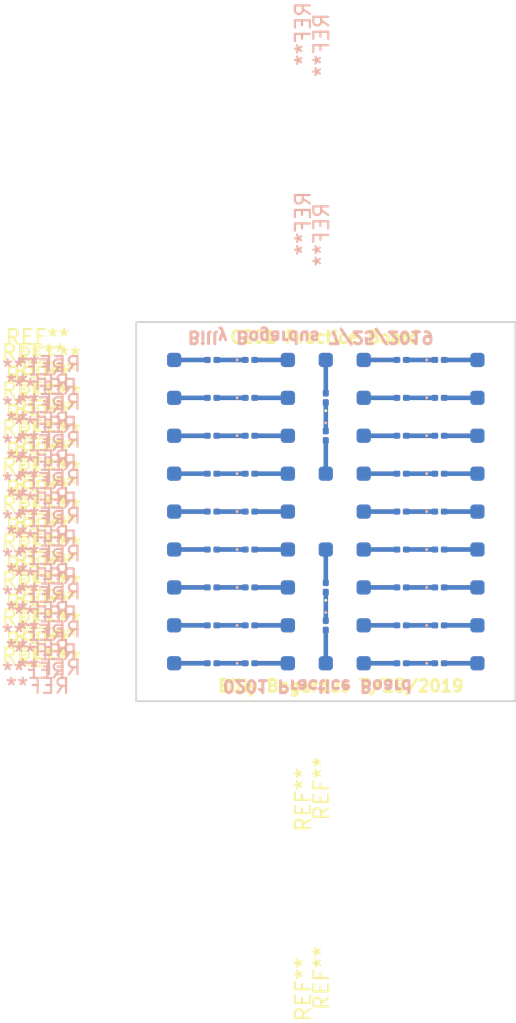
<source format=kicad_pcb>
(kicad_pcb (version 20171130) (host pcbnew "(5.1.2)-2")

  (general
    (thickness 1.6)
    (drawings 8)
    (tracks 120)
    (zones 0)
    (modules 160)
    (nets 1)
  )

  (page A4)
  (layers
    (0 F.Cu signal)
    (31 B.Cu signal)
    (32 B.Adhes user)
    (33 F.Adhes user)
    (34 B.Paste user)
    (35 F.Paste user)
    (36 B.SilkS user)
    (37 F.SilkS user)
    (38 B.Mask user)
    (39 F.Mask user)
    (40 Dwgs.User user)
    (41 Cmts.User user)
    (42 Eco1.User user)
    (43 Eco2.User user)
    (44 Edge.Cuts user)
    (45 Margin user)
    (46 B.CrtYd user)
    (47 F.CrtYd user)
    (48 B.Fab user hide)
    (49 F.Fab user hide)
  )

  (setup
    (last_trace_width 0.1524)
    (user_trace_width 0.3048)
    (user_trace_width 0.6096)
    (user_trace_width 0.8128)
    (user_trace_width 1.016)
    (user_trace_width 1.524)
    (user_trace_width 2.54)
    (trace_clearance 0.1524)
    (zone_clearance 0.508)
    (zone_45_only no)
    (trace_min 0.1524)
    (via_size 0.8)
    (via_drill 0.4)
    (via_min_size 0.508)
    (via_min_drill 0.254)
    (user_via 0.7366 0.381)
    (user_via 0.8636 0.50038)
    (user_via 0.8636 0.508)
    (uvia_size 0.8)
    (uvia_drill 0.4)
    (uvias_allowed no)
    (uvia_min_size 0.508)
    (uvia_min_drill 0.254)
    (edge_width 0.15)
    (segment_width 0.2)
    (pcb_text_width 0.3)
    (pcb_text_size 1.5 1.5)
    (mod_edge_width 0.15)
    (mod_text_size 1 1)
    (mod_text_width 0.15)
    (pad_size 1.524 1.524)
    (pad_drill 0.762)
    (pad_to_mask_clearance 0.051)
    (solder_mask_min_width 0.0508)
    (aux_axis_origin 0 0)
    (visible_elements 7FFFFFFF)
    (pcbplotparams
      (layerselection 0x010fc_ffffffff)
      (usegerberextensions false)
      (usegerberattributes false)
      (usegerberadvancedattributes false)
      (creategerberjobfile false)
      (excludeedgelayer true)
      (linewidth 0.100000)
      (plotframeref false)
      (viasonmask false)
      (mode 1)
      (useauxorigin false)
      (hpglpennumber 1)
      (hpglpenspeed 20)
      (hpglpendiameter 15.000000)
      (psnegative false)
      (psa4output false)
      (plotreference true)
      (plotvalue true)
      (plotinvisibletext false)
      (padsonsilk false)
      (subtractmaskfromsilk false)
      (outputformat 1)
      (mirror false)
      (drillshape 1)
      (scaleselection 1)
      (outputdirectory ""))
  )

  (net 0 "")

  (net_class Default "This is the default net class."
    (clearance 0.1524)
    (trace_width 0.1524)
    (via_dia 0.8)
    (via_drill 0.4)
    (uvia_dia 0.8)
    (uvia_drill 0.4)
    (diff_pair_width 0.1524)
    (diff_pair_gap 0.1524)
  )

  (net_class 43V ""
    (clearance 0.1524)
    (trace_width 2.54)
    (via_dia 0.70104)
    (via_drill 0.59944)
    (uvia_dia 0.70104)
    (uvia_drill 0.59944)
    (diff_pair_width 1.016)
    (diff_pair_gap 0.8636)
  )

  (net_class Spindle ""
    (clearance 0.6858)
    (trace_width 1.016)
    (via_dia 0.70104)
    (via_drill 0.59944)
    (uvia_dia 0.70104)
    (uvia_drill 0.59944)
    (diff_pair_width 1.016)
    (diff_pair_gap 0.8636)
  )

  (net_class Stepper ""
    (clearance 0.2286)
    (trace_width 0.6096)
    (via_dia 0.7366)
    (via_drill 0.381)
    (uvia_dia 0.7366)
    (uvia_drill 0.381)
    (diff_pair_width 0.1524)
    (diff_pair_gap 0.1524)
  )

  (module LED_SMD:LED_0201_0603Metric (layer B.Cu) (tedit 5B301BBE) (tstamp 5D3A81CC)
    (at 41.91 39.37)
    (descr "LED SMD 0201 (0603 Metric), square (rectangular) end terminal, IPC_7351 nominal, (Body size source: https://www.vishay.com/docs/20052/crcw0201e3.pdf), generated with kicad-footprint-generator")
    (tags LED)
    (attr smd)
    (fp_text reference REF** (at -26.924 1.524) (layer B.SilkS)
      (effects (font (size 1 1) (thickness 0.15)) (justify mirror))
    )
    (fp_text value LED_0201_0603Metric (at 0 -1.05) (layer B.Fab)
      (effects (font (size 1 1) (thickness 0.15)) (justify mirror))
    )
    (fp_circle (center -0.86 0) (end -0.81 0) (layer B.SilkS) (width 0.1))
    (fp_line (start -0.3 -0.15) (end -0.3 0.15) (layer B.Fab) (width 0.1))
    (fp_line (start -0.3 0.15) (end 0.3 0.15) (layer B.Fab) (width 0.1))
    (fp_line (start 0.3 0.15) (end 0.3 -0.15) (layer B.Fab) (width 0.1))
    (fp_line (start 0.3 -0.15) (end -0.3 -0.15) (layer B.Fab) (width 0.1))
    (fp_line (start -0.2 -0.15) (end -0.2 0.15) (layer B.Fab) (width 0.1))
    (fp_line (start -0.1 -0.15) (end -0.1 0.15) (layer B.Fab) (width 0.1))
    (fp_line (start -0.7 -0.35) (end -0.7 0.35) (layer B.CrtYd) (width 0.05))
    (fp_line (start -0.7 0.35) (end 0.7 0.35) (layer B.CrtYd) (width 0.05))
    (fp_line (start 0.7 0.35) (end 0.7 -0.35) (layer B.CrtYd) (width 0.05))
    (fp_line (start 0.7 -0.35) (end -0.7 -0.35) (layer B.CrtYd) (width 0.05))
    (fp_text user %R (at 0 0.68) (layer B.Fab)
      (effects (font (size 0.25 0.25) (thickness 0.04)) (justify mirror))
    )
    (pad "" smd roundrect (at -0.345 0) (size 0.318 0.36) (layers B.Paste) (roundrect_rratio 0.25))
    (pad "" smd roundrect (at 0.345 0) (size 0.318 0.36) (layers B.Paste) (roundrect_rratio 0.25))
    (pad 1 smd roundrect (at -0.32 0) (size 0.46 0.4) (layers B.Cu B.Mask) (roundrect_rratio 0.25))
    (pad 2 smd roundrect (at 0.32 0) (size 0.46 0.4) (layers B.Cu B.Mask) (roundrect_rratio 0.25))
    (model ${KISYS3DMOD}/LED_SMD.3dshapes/LED_0201_0603Metric.wrl
      (at (xyz 0 0 0))
      (scale (xyz 1 1 1))
      (rotate (xyz 0 0 0))
    )
  )

  (module LED_SMD:LED_0201_0603Metric (layer B.Cu) (tedit 5B301BBE) (tstamp 5D3A81B9)
    (at 29.21 26.67)
    (descr "LED SMD 0201 (0603 Metric), square (rectangular) end terminal, IPC_7351 nominal, (Body size source: https://www.vishay.com/docs/20052/crcw0201e3.pdf), generated with kicad-footprint-generator")
    (tags LED)
    (attr smd)
    (fp_text reference REF** (at -14.478 0.508) (layer B.SilkS)
      (effects (font (size 1 1) (thickness 0.15)) (justify mirror))
    )
    (fp_text value LED_0201_0603Metric (at 0 -1.05) (layer B.Fab)
      (effects (font (size 1 1) (thickness 0.15)) (justify mirror))
    )
    (fp_circle (center -0.86 0) (end -0.81 0) (layer B.SilkS) (width 0.1))
    (fp_line (start -0.3 -0.15) (end -0.3 0.15) (layer B.Fab) (width 0.1))
    (fp_line (start -0.3 0.15) (end 0.3 0.15) (layer B.Fab) (width 0.1))
    (fp_line (start 0.3 0.15) (end 0.3 -0.15) (layer B.Fab) (width 0.1))
    (fp_line (start 0.3 -0.15) (end -0.3 -0.15) (layer B.Fab) (width 0.1))
    (fp_line (start -0.2 -0.15) (end -0.2 0.15) (layer B.Fab) (width 0.1))
    (fp_line (start -0.1 -0.15) (end -0.1 0.15) (layer B.Fab) (width 0.1))
    (fp_line (start -0.7 -0.35) (end -0.7 0.35) (layer B.CrtYd) (width 0.05))
    (fp_line (start -0.7 0.35) (end 0.7 0.35) (layer B.CrtYd) (width 0.05))
    (fp_line (start 0.7 0.35) (end 0.7 -0.35) (layer B.CrtYd) (width 0.05))
    (fp_line (start 0.7 -0.35) (end -0.7 -0.35) (layer B.CrtYd) (width 0.05))
    (fp_text user %R (at 0 0.68) (layer B.Fab)
      (effects (font (size 0.25 0.25) (thickness 0.04)) (justify mirror))
    )
    (pad "" smd roundrect (at -0.345 0) (size 0.318 0.36) (layers B.Paste) (roundrect_rratio 0.25))
    (pad "" smd roundrect (at 0.345 0) (size 0.318 0.36) (layers B.Paste) (roundrect_rratio 0.25))
    (pad 1 smd roundrect (at -0.32 0) (size 0.46 0.4) (layers B.Cu B.Mask) (roundrect_rratio 0.25))
    (pad 2 smd roundrect (at 0.32 0) (size 0.46 0.4) (layers B.Cu B.Mask) (roundrect_rratio 0.25))
    (model ${KISYS3DMOD}/LED_SMD.3dshapes/LED_0201_0603Metric.wrl
      (at (xyz 0 0 0))
      (scale (xyz 1 1 1))
      (rotate (xyz 0 0 0))
    )
  )

  (module Resistor_SMD:R_0201_0603Metric (layer B.Cu) (tedit 5B301BBD) (tstamp 5D3A81A9)
    (at 39.37 24.13)
    (descr "Resistor SMD 0201 (0603 Metric), square (rectangular) end terminal, IPC_7351 nominal, (Body size source: https://www.vishay.com/docs/20052/crcw0201e3.pdf), generated with kicad-footprint-generator")
    (tags resistor)
    (attr smd)
    (fp_text reference REF** (at -23.622 0.288) (layer B.SilkS)
      (effects (font (size 1 1) (thickness 0.15)) (justify mirror))
    )
    (fp_text value R_0201_0603Metric (at 0 -1.05) (layer B.Fab)
      (effects (font (size 1 1) (thickness 0.15)) (justify mirror))
    )
    (fp_line (start -0.3 -0.15) (end -0.3 0.15) (layer B.Fab) (width 0.1))
    (fp_line (start -0.3 0.15) (end 0.3 0.15) (layer B.Fab) (width 0.1))
    (fp_line (start 0.3 0.15) (end 0.3 -0.15) (layer B.Fab) (width 0.1))
    (fp_line (start 0.3 -0.15) (end -0.3 -0.15) (layer B.Fab) (width 0.1))
    (fp_line (start -0.7 -0.35) (end -0.7 0.35) (layer B.CrtYd) (width 0.05))
    (fp_line (start -0.7 0.35) (end 0.7 0.35) (layer B.CrtYd) (width 0.05))
    (fp_line (start 0.7 0.35) (end 0.7 -0.35) (layer B.CrtYd) (width 0.05))
    (fp_line (start 0.7 -0.35) (end -0.7 -0.35) (layer B.CrtYd) (width 0.05))
    (fp_text user %R (at 0 0.68) (layer B.Fab)
      (effects (font (size 0.25 0.25) (thickness 0.04)) (justify mirror))
    )
    (pad "" smd roundrect (at -0.345 0) (size 0.318 0.36) (layers B.Paste) (roundrect_rratio 0.25))
    (pad "" smd roundrect (at 0.345 0) (size 0.318 0.36) (layers B.Paste) (roundrect_rratio 0.25))
    (pad 1 smd roundrect (at -0.32 0) (size 0.46 0.4) (layers B.Cu B.Mask) (roundrect_rratio 0.25))
    (pad 2 smd roundrect (at 0.32 0) (size 0.46 0.4) (layers B.Cu B.Mask) (roundrect_rratio 0.25))
    (model ${KISYS3DMOD}/Resistor_SMD.3dshapes/R_0201_0603Metric.wrl
      (at (xyz 0 0 0))
      (scale (xyz 1 1 1))
      (rotate (xyz 0 0 0))
    )
  )

  (module TestPoints:TestPoint_0303_0603 (layer B.Cu) (tedit 5D3A7A41) (tstamp 5D3A81A0)
    (at 24.13 39.37)
    (descr "Resistor SMD 0603 (1608 Metric), square (rectangular) end terminal, IPC_7351 nominal, (Body size source: http://www.tortai-tech.com/upload/download/2011102023233369053.pdf), generated with kicad-footprint-generator")
    (tags resistor)
    (attr smd)
    (fp_text reference T (at 0 1.43) (layer B.SilkS) hide
      (effects (font (size 1 1) (thickness 0.15)) (justify mirror))
    )
    (fp_text value 0303_TestPad (at 0 -1.43) (layer B.Fab)
      (effects (font (size 1 1) (thickness 0.15)) (justify mirror))
    )
    (fp_line (start -0.73 -0.73) (end -0.73 0.73) (layer B.CrtYd) (width 0.05))
    (fp_line (start -0.73 0.73) (end 0.73 0.73) (layer B.CrtYd) (width 0.05))
    (fp_line (start 0.73 0.73) (end 0.73 -0.73) (layer B.CrtYd) (width 0.05))
    (fp_line (start 0.73 -0.73) (end -0.73 -0.73) (layer B.CrtYd) (width 0.05))
    (fp_text user %R (at 0 0) (layer B.Fab)
      (effects (font (size 0.4 0.4) (thickness 0.06)) (justify mirror))
    )
    (pad 1 smd roundrect (at 0 0) (size 0.95 0.95) (layers B.Cu B.Paste B.Mask) (roundrect_rratio 0.25))
  )

  (module TestPoints:TestPoint_0303_0603 (layer B.Cu) (tedit 5D3A7A41) (tstamp 5D3A8197)
    (at 24.13 36.83)
    (descr "Resistor SMD 0603 (1608 Metric), square (rectangular) end terminal, IPC_7351 nominal, (Body size source: http://www.tortai-tech.com/upload/download/2011102023233369053.pdf), generated with kicad-footprint-generator")
    (tags resistor)
    (attr smd)
    (fp_text reference T (at 0 1.43) (layer B.SilkS) hide
      (effects (font (size 1 1) (thickness 0.15)) (justify mirror))
    )
    (fp_text value 0303_TestPad (at 0 -1.43) (layer B.Fab)
      (effects (font (size 1 1) (thickness 0.15)) (justify mirror))
    )
    (fp_line (start -0.73 -0.73) (end -0.73 0.73) (layer B.CrtYd) (width 0.05))
    (fp_line (start -0.73 0.73) (end 0.73 0.73) (layer B.CrtYd) (width 0.05))
    (fp_line (start 0.73 0.73) (end 0.73 -0.73) (layer B.CrtYd) (width 0.05))
    (fp_line (start 0.73 -0.73) (end -0.73 -0.73) (layer B.CrtYd) (width 0.05))
    (fp_text user %R (at 0 0) (layer B.Fab)
      (effects (font (size 0.4 0.4) (thickness 0.06)) (justify mirror))
    )
    (pad 1 smd roundrect (at 0 0) (size 0.95 0.95) (layers B.Cu B.Paste B.Mask) (roundrect_rratio 0.25))
  )

  (module LED_SMD:LED_0201_0603Metric (layer B.Cu) (tedit 5B301BBE) (tstamp 5D3A8184)
    (at 41.91 24.13)
    (descr "LED SMD 0201 (0603 Metric), square (rectangular) end terminal, IPC_7351 nominal, (Body size source: https://www.vishay.com/docs/20052/crcw0201e3.pdf), generated with kicad-footprint-generator")
    (tags LED)
    (attr smd)
    (fp_text reference REF** (at -26.924 1.524) (layer B.SilkS)
      (effects (font (size 1 1) (thickness 0.15)) (justify mirror))
    )
    (fp_text value LED_0201_0603Metric (at 0 -1.05) (layer B.Fab)
      (effects (font (size 1 1) (thickness 0.15)) (justify mirror))
    )
    (fp_circle (center -0.86 0) (end -0.81 0) (layer B.SilkS) (width 0.1))
    (fp_line (start -0.3 -0.15) (end -0.3 0.15) (layer B.Fab) (width 0.1))
    (fp_line (start -0.3 0.15) (end 0.3 0.15) (layer B.Fab) (width 0.1))
    (fp_line (start 0.3 0.15) (end 0.3 -0.15) (layer B.Fab) (width 0.1))
    (fp_line (start 0.3 -0.15) (end -0.3 -0.15) (layer B.Fab) (width 0.1))
    (fp_line (start -0.2 -0.15) (end -0.2 0.15) (layer B.Fab) (width 0.1))
    (fp_line (start -0.1 -0.15) (end -0.1 0.15) (layer B.Fab) (width 0.1))
    (fp_line (start -0.7 -0.35) (end -0.7 0.35) (layer B.CrtYd) (width 0.05))
    (fp_line (start -0.7 0.35) (end 0.7 0.35) (layer B.CrtYd) (width 0.05))
    (fp_line (start 0.7 0.35) (end 0.7 -0.35) (layer B.CrtYd) (width 0.05))
    (fp_line (start 0.7 -0.35) (end -0.7 -0.35) (layer B.CrtYd) (width 0.05))
    (fp_text user %R (at 0 0.68) (layer B.Fab)
      (effects (font (size 0.25 0.25) (thickness 0.04)) (justify mirror))
    )
    (pad "" smd roundrect (at -0.345 0) (size 0.318 0.36) (layers B.Paste) (roundrect_rratio 0.25))
    (pad "" smd roundrect (at 0.345 0) (size 0.318 0.36) (layers B.Paste) (roundrect_rratio 0.25))
    (pad 1 smd roundrect (at -0.32 0) (size 0.46 0.4) (layers B.Cu B.Mask) (roundrect_rratio 0.25))
    (pad 2 smd roundrect (at 0.32 0) (size 0.46 0.4) (layers B.Cu B.Mask) (roundrect_rratio 0.25))
    (model ${KISYS3DMOD}/LED_SMD.3dshapes/LED_0201_0603Metric.wrl
      (at (xyz 0 0 0))
      (scale (xyz 1 1 1))
      (rotate (xyz 0 0 0))
    )
  )

  (module TestPoints:TestPoint_0303_0603 (layer B.Cu) (tedit 5D3A7A41) (tstamp 5D3A817B)
    (at 31.75 36.83)
    (descr "Resistor SMD 0603 (1608 Metric), square (rectangular) end terminal, IPC_7351 nominal, (Body size source: http://www.tortai-tech.com/upload/download/2011102023233369053.pdf), generated with kicad-footprint-generator")
    (tags resistor)
    (attr smd)
    (fp_text reference T (at 0 1.43) (layer B.SilkS) hide
      (effects (font (size 1 1) (thickness 0.15)) (justify mirror))
    )
    (fp_text value 0303_TestPad (at 0 -1.43) (layer B.Fab)
      (effects (font (size 1 1) (thickness 0.15)) (justify mirror))
    )
    (fp_line (start -0.73 -0.73) (end -0.73 0.73) (layer B.CrtYd) (width 0.05))
    (fp_line (start -0.73 0.73) (end 0.73 0.73) (layer B.CrtYd) (width 0.05))
    (fp_line (start 0.73 0.73) (end 0.73 -0.73) (layer B.CrtYd) (width 0.05))
    (fp_line (start 0.73 -0.73) (end -0.73 -0.73) (layer B.CrtYd) (width 0.05))
    (fp_text user %R (at 0 0) (layer B.Fab)
      (effects (font (size 0.4 0.4) (thickness 0.06)) (justify mirror))
    )
    (pad 1 smd roundrect (at 0 0) (size 0.95 0.95) (layers B.Cu B.Paste B.Mask) (roundrect_rratio 0.25))
  )

  (module LED_SMD:LED_0201_0603Metric (layer B.Cu) (tedit 5B301BBE) (tstamp 5D3A8168)
    (at 29.21 24.13)
    (descr "LED SMD 0201 (0603 Metric), square (rectangular) end terminal, IPC_7351 nominal, (Body size source: https://www.vishay.com/docs/20052/crcw0201e3.pdf), generated with kicad-footprint-generator")
    (tags LED)
    (attr smd)
    (fp_text reference REF** (at -14.478 0.508) (layer B.SilkS)
      (effects (font (size 1 1) (thickness 0.15)) (justify mirror))
    )
    (fp_text value LED_0201_0603Metric (at 0 -1.05) (layer B.Fab)
      (effects (font (size 1 1) (thickness 0.15)) (justify mirror))
    )
    (fp_circle (center -0.86 0) (end -0.81 0) (layer B.SilkS) (width 0.1))
    (fp_line (start -0.3 -0.15) (end -0.3 0.15) (layer B.Fab) (width 0.1))
    (fp_line (start -0.3 0.15) (end 0.3 0.15) (layer B.Fab) (width 0.1))
    (fp_line (start 0.3 0.15) (end 0.3 -0.15) (layer B.Fab) (width 0.1))
    (fp_line (start 0.3 -0.15) (end -0.3 -0.15) (layer B.Fab) (width 0.1))
    (fp_line (start -0.2 -0.15) (end -0.2 0.15) (layer B.Fab) (width 0.1))
    (fp_line (start -0.1 -0.15) (end -0.1 0.15) (layer B.Fab) (width 0.1))
    (fp_line (start -0.7 -0.35) (end -0.7 0.35) (layer B.CrtYd) (width 0.05))
    (fp_line (start -0.7 0.35) (end 0.7 0.35) (layer B.CrtYd) (width 0.05))
    (fp_line (start 0.7 0.35) (end 0.7 -0.35) (layer B.CrtYd) (width 0.05))
    (fp_line (start 0.7 -0.35) (end -0.7 -0.35) (layer B.CrtYd) (width 0.05))
    (fp_text user %R (at 0 0.68) (layer B.Fab)
      (effects (font (size 0.25 0.25) (thickness 0.04)) (justify mirror))
    )
    (pad "" smd roundrect (at -0.345 0) (size 0.318 0.36) (layers B.Paste) (roundrect_rratio 0.25))
    (pad "" smd roundrect (at 0.345 0) (size 0.318 0.36) (layers B.Paste) (roundrect_rratio 0.25))
    (pad 1 smd roundrect (at -0.32 0) (size 0.46 0.4) (layers B.Cu B.Mask) (roundrect_rratio 0.25))
    (pad 2 smd roundrect (at 0.32 0) (size 0.46 0.4) (layers B.Cu B.Mask) (roundrect_rratio 0.25))
    (model ${KISYS3DMOD}/LED_SMD.3dshapes/LED_0201_0603Metric.wrl
      (at (xyz 0 0 0))
      (scale (xyz 1 1 1))
      (rotate (xyz 0 0 0))
    )
  )

  (module Resistor_SMD:R_0201_0603Metric (layer B.Cu) (tedit 5B301BBD) (tstamp 5D3A8158)
    (at 26.67 26.67)
    (descr "Resistor SMD 0201 (0603 Metric), square (rectangular) end terminal, IPC_7351 nominal, (Body size source: https://www.vishay.com/docs/20052/crcw0201e3.pdf), generated with kicad-footprint-generator")
    (tags resistor)
    (attr smd)
    (fp_text reference REF** (at -11.176 -0.728) (layer B.SilkS)
      (effects (font (size 1 1) (thickness 0.15)) (justify mirror))
    )
    (fp_text value R_0201_0603Metric (at 0 -1.05) (layer B.Fab)
      (effects (font (size 1 1) (thickness 0.15)) (justify mirror))
    )
    (fp_line (start -0.3 -0.15) (end -0.3 0.15) (layer B.Fab) (width 0.1))
    (fp_line (start -0.3 0.15) (end 0.3 0.15) (layer B.Fab) (width 0.1))
    (fp_line (start 0.3 0.15) (end 0.3 -0.15) (layer B.Fab) (width 0.1))
    (fp_line (start 0.3 -0.15) (end -0.3 -0.15) (layer B.Fab) (width 0.1))
    (fp_line (start -0.7 -0.35) (end -0.7 0.35) (layer B.CrtYd) (width 0.05))
    (fp_line (start -0.7 0.35) (end 0.7 0.35) (layer B.CrtYd) (width 0.05))
    (fp_line (start 0.7 0.35) (end 0.7 -0.35) (layer B.CrtYd) (width 0.05))
    (fp_line (start 0.7 -0.35) (end -0.7 -0.35) (layer B.CrtYd) (width 0.05))
    (fp_text user %R (at 0 0.68) (layer B.Fab)
      (effects (font (size 0.25 0.25) (thickness 0.04)) (justify mirror))
    )
    (pad "" smd roundrect (at -0.345 0) (size 0.318 0.36) (layers B.Paste) (roundrect_rratio 0.25))
    (pad "" smd roundrect (at 0.345 0) (size 0.318 0.36) (layers B.Paste) (roundrect_rratio 0.25))
    (pad 1 smd roundrect (at -0.32 0) (size 0.46 0.4) (layers B.Cu B.Mask) (roundrect_rratio 0.25))
    (pad 2 smd roundrect (at 0.32 0) (size 0.46 0.4) (layers B.Cu B.Mask) (roundrect_rratio 0.25))
    (model ${KISYS3DMOD}/Resistor_SMD.3dshapes/R_0201_0603Metric.wrl
      (at (xyz 0 0 0))
      (scale (xyz 1 1 1))
      (rotate (xyz 0 0 0))
    )
  )

  (module Resistor_SMD:R_0201_0603Metric (layer B.Cu) (tedit 5B301BBD) (tstamp 5D3A8148)
    (at 39.37 39.37)
    (descr "Resistor SMD 0201 (0603 Metric), square (rectangular) end terminal, IPC_7351 nominal, (Body size source: https://www.vishay.com/docs/20052/crcw0201e3.pdf), generated with kicad-footprint-generator")
    (tags resistor)
    (attr smd)
    (fp_text reference REF** (at -23.622 0.288) (layer B.SilkS)
      (effects (font (size 1 1) (thickness 0.15)) (justify mirror))
    )
    (fp_text value R_0201_0603Metric (at 0 -1.05) (layer B.Fab)
      (effects (font (size 1 1) (thickness 0.15)) (justify mirror))
    )
    (fp_line (start -0.3 -0.15) (end -0.3 0.15) (layer B.Fab) (width 0.1))
    (fp_line (start -0.3 0.15) (end 0.3 0.15) (layer B.Fab) (width 0.1))
    (fp_line (start 0.3 0.15) (end 0.3 -0.15) (layer B.Fab) (width 0.1))
    (fp_line (start 0.3 -0.15) (end -0.3 -0.15) (layer B.Fab) (width 0.1))
    (fp_line (start -0.7 -0.35) (end -0.7 0.35) (layer B.CrtYd) (width 0.05))
    (fp_line (start -0.7 0.35) (end 0.7 0.35) (layer B.CrtYd) (width 0.05))
    (fp_line (start 0.7 0.35) (end 0.7 -0.35) (layer B.CrtYd) (width 0.05))
    (fp_line (start 0.7 -0.35) (end -0.7 -0.35) (layer B.CrtYd) (width 0.05))
    (fp_text user %R (at 0 0.68) (layer B.Fab)
      (effects (font (size 0.25 0.25) (thickness 0.04)) (justify mirror))
    )
    (pad "" smd roundrect (at -0.345 0) (size 0.318 0.36) (layers B.Paste) (roundrect_rratio 0.25))
    (pad "" smd roundrect (at 0.345 0) (size 0.318 0.36) (layers B.Paste) (roundrect_rratio 0.25))
    (pad 1 smd roundrect (at -0.32 0) (size 0.46 0.4) (layers B.Cu B.Mask) (roundrect_rratio 0.25))
    (pad 2 smd roundrect (at 0.32 0) (size 0.46 0.4) (layers B.Cu B.Mask) (roundrect_rratio 0.25))
    (model ${KISYS3DMOD}/Resistor_SMD.3dshapes/R_0201_0603Metric.wrl
      (at (xyz 0 0 0))
      (scale (xyz 1 1 1))
      (rotate (xyz 0 0 0))
    )
  )

  (module Resistor_SMD:R_0201_0603Metric (layer B.Cu) (tedit 5B301BBD) (tstamp 5D3A8138)
    (at 26.67 24.13)
    (descr "Resistor SMD 0201 (0603 Metric), square (rectangular) end terminal, IPC_7351 nominal, (Body size source: https://www.vishay.com/docs/20052/crcw0201e3.pdf), generated with kicad-footprint-generator")
    (tags resistor)
    (attr smd)
    (fp_text reference REF** (at -11.176 -0.728) (layer B.SilkS)
      (effects (font (size 1 1) (thickness 0.15)) (justify mirror))
    )
    (fp_text value R_0201_0603Metric (at 0 -1.05) (layer B.Fab)
      (effects (font (size 1 1) (thickness 0.15)) (justify mirror))
    )
    (fp_line (start -0.3 -0.15) (end -0.3 0.15) (layer B.Fab) (width 0.1))
    (fp_line (start -0.3 0.15) (end 0.3 0.15) (layer B.Fab) (width 0.1))
    (fp_line (start 0.3 0.15) (end 0.3 -0.15) (layer B.Fab) (width 0.1))
    (fp_line (start 0.3 -0.15) (end -0.3 -0.15) (layer B.Fab) (width 0.1))
    (fp_line (start -0.7 -0.35) (end -0.7 0.35) (layer B.CrtYd) (width 0.05))
    (fp_line (start -0.7 0.35) (end 0.7 0.35) (layer B.CrtYd) (width 0.05))
    (fp_line (start 0.7 0.35) (end 0.7 -0.35) (layer B.CrtYd) (width 0.05))
    (fp_line (start 0.7 -0.35) (end -0.7 -0.35) (layer B.CrtYd) (width 0.05))
    (fp_text user %R (at 0 0.68) (layer B.Fab)
      (effects (font (size 0.25 0.25) (thickness 0.04)) (justify mirror))
    )
    (pad "" smd roundrect (at -0.345 0) (size 0.318 0.36) (layers B.Paste) (roundrect_rratio 0.25))
    (pad "" smd roundrect (at 0.345 0) (size 0.318 0.36) (layers B.Paste) (roundrect_rratio 0.25))
    (pad 1 smd roundrect (at -0.32 0) (size 0.46 0.4) (layers B.Cu B.Mask) (roundrect_rratio 0.25))
    (pad 2 smd roundrect (at 0.32 0) (size 0.46 0.4) (layers B.Cu B.Mask) (roundrect_rratio 0.25))
    (model ${KISYS3DMOD}/Resistor_SMD.3dshapes/R_0201_0603Metric.wrl
      (at (xyz 0 0 0))
      (scale (xyz 1 1 1))
      (rotate (xyz 0 0 0))
    )
  )

  (module Resistor_SMD:R_0201_0603Metric (layer B.Cu) (tedit 5B301BBD) (tstamp 5D3A8128)
    (at 39.37 26.67)
    (descr "Resistor SMD 0201 (0603 Metric), square (rectangular) end terminal, IPC_7351 nominal, (Body size source: https://www.vishay.com/docs/20052/crcw0201e3.pdf), generated with kicad-footprint-generator")
    (tags resistor)
    (attr smd)
    (fp_text reference REF** (at -23.622 0.288) (layer B.SilkS)
      (effects (font (size 1 1) (thickness 0.15)) (justify mirror))
    )
    (fp_text value R_0201_0603Metric (at 0 -1.05) (layer B.Fab)
      (effects (font (size 1 1) (thickness 0.15)) (justify mirror))
    )
    (fp_line (start -0.3 -0.15) (end -0.3 0.15) (layer B.Fab) (width 0.1))
    (fp_line (start -0.3 0.15) (end 0.3 0.15) (layer B.Fab) (width 0.1))
    (fp_line (start 0.3 0.15) (end 0.3 -0.15) (layer B.Fab) (width 0.1))
    (fp_line (start 0.3 -0.15) (end -0.3 -0.15) (layer B.Fab) (width 0.1))
    (fp_line (start -0.7 -0.35) (end -0.7 0.35) (layer B.CrtYd) (width 0.05))
    (fp_line (start -0.7 0.35) (end 0.7 0.35) (layer B.CrtYd) (width 0.05))
    (fp_line (start 0.7 0.35) (end 0.7 -0.35) (layer B.CrtYd) (width 0.05))
    (fp_line (start 0.7 -0.35) (end -0.7 -0.35) (layer B.CrtYd) (width 0.05))
    (fp_text user %R (at 0 0.68) (layer B.Fab)
      (effects (font (size 0.25 0.25) (thickness 0.04)) (justify mirror))
    )
    (pad "" smd roundrect (at -0.345 0) (size 0.318 0.36) (layers B.Paste) (roundrect_rratio 0.25))
    (pad "" smd roundrect (at 0.345 0) (size 0.318 0.36) (layers B.Paste) (roundrect_rratio 0.25))
    (pad 1 smd roundrect (at -0.32 0) (size 0.46 0.4) (layers B.Cu B.Mask) (roundrect_rratio 0.25))
    (pad 2 smd roundrect (at 0.32 0) (size 0.46 0.4) (layers B.Cu B.Mask) (roundrect_rratio 0.25))
    (model ${KISYS3DMOD}/Resistor_SMD.3dshapes/R_0201_0603Metric.wrl
      (at (xyz 0 0 0))
      (scale (xyz 1 1 1))
      (rotate (xyz 0 0 0))
    )
  )

  (module TestPoints:TestPoint_0303_0603 (layer B.Cu) (tedit 5D3A7A41) (tstamp 5D3A811F)
    (at 24.13 34.29)
    (descr "Resistor SMD 0603 (1608 Metric), square (rectangular) end terminal, IPC_7351 nominal, (Body size source: http://www.tortai-tech.com/upload/download/2011102023233369053.pdf), generated with kicad-footprint-generator")
    (tags resistor)
    (attr smd)
    (fp_text reference T (at 0 1.43) (layer B.SilkS) hide
      (effects (font (size 1 1) (thickness 0.15)) (justify mirror))
    )
    (fp_text value 0303_TestPad (at 0 -1.43) (layer B.Fab)
      (effects (font (size 1 1) (thickness 0.15)) (justify mirror))
    )
    (fp_line (start -0.73 -0.73) (end -0.73 0.73) (layer B.CrtYd) (width 0.05))
    (fp_line (start -0.73 0.73) (end 0.73 0.73) (layer B.CrtYd) (width 0.05))
    (fp_line (start 0.73 0.73) (end 0.73 -0.73) (layer B.CrtYd) (width 0.05))
    (fp_line (start 0.73 -0.73) (end -0.73 -0.73) (layer B.CrtYd) (width 0.05))
    (fp_text user %R (at 0 0) (layer B.Fab)
      (effects (font (size 0.4 0.4) (thickness 0.06)) (justify mirror))
    )
    (pad 1 smd roundrect (at 0 0) (size 0.95 0.95) (layers B.Cu B.Paste B.Mask) (roundrect_rratio 0.25))
  )

  (module Resistor_SMD:R_0201_0603Metric (layer B.Cu) (tedit 5B301BBD) (tstamp 5D3A810F)
    (at 39.37 36.83)
    (descr "Resistor SMD 0201 (0603 Metric), square (rectangular) end terminal, IPC_7351 nominal, (Body size source: https://www.vishay.com/docs/20052/crcw0201e3.pdf), generated with kicad-footprint-generator")
    (tags resistor)
    (attr smd)
    (fp_text reference REF** (at -23.622 0.288) (layer B.SilkS)
      (effects (font (size 1 1) (thickness 0.15)) (justify mirror))
    )
    (fp_text value R_0201_0603Metric (at 0 -1.05) (layer B.Fab)
      (effects (font (size 1 1) (thickness 0.15)) (justify mirror))
    )
    (fp_line (start -0.3 -0.15) (end -0.3 0.15) (layer B.Fab) (width 0.1))
    (fp_line (start -0.3 0.15) (end 0.3 0.15) (layer B.Fab) (width 0.1))
    (fp_line (start 0.3 0.15) (end 0.3 -0.15) (layer B.Fab) (width 0.1))
    (fp_line (start 0.3 -0.15) (end -0.3 -0.15) (layer B.Fab) (width 0.1))
    (fp_line (start -0.7 -0.35) (end -0.7 0.35) (layer B.CrtYd) (width 0.05))
    (fp_line (start -0.7 0.35) (end 0.7 0.35) (layer B.CrtYd) (width 0.05))
    (fp_line (start 0.7 0.35) (end 0.7 -0.35) (layer B.CrtYd) (width 0.05))
    (fp_line (start 0.7 -0.35) (end -0.7 -0.35) (layer B.CrtYd) (width 0.05))
    (fp_text user %R (at 0 0.68) (layer B.Fab)
      (effects (font (size 0.25 0.25) (thickness 0.04)) (justify mirror))
    )
    (pad "" smd roundrect (at -0.345 0) (size 0.318 0.36) (layers B.Paste) (roundrect_rratio 0.25))
    (pad "" smd roundrect (at 0.345 0) (size 0.318 0.36) (layers B.Paste) (roundrect_rratio 0.25))
    (pad 1 smd roundrect (at -0.32 0) (size 0.46 0.4) (layers B.Cu B.Mask) (roundrect_rratio 0.25))
    (pad 2 smd roundrect (at 0.32 0) (size 0.46 0.4) (layers B.Cu B.Mask) (roundrect_rratio 0.25))
    (model ${KISYS3DMOD}/Resistor_SMD.3dshapes/R_0201_0603Metric.wrl
      (at (xyz 0 0 0))
      (scale (xyz 1 1 1))
      (rotate (xyz 0 0 0))
    )
  )

  (module LED_SMD:LED_0201_0603Metric (layer B.Cu) (tedit 5B301BBE) (tstamp 5D3A80FC)
    (at 41.91 36.83)
    (descr "LED SMD 0201 (0603 Metric), square (rectangular) end terminal, IPC_7351 nominal, (Body size source: https://www.vishay.com/docs/20052/crcw0201e3.pdf), generated with kicad-footprint-generator")
    (tags LED)
    (attr smd)
    (fp_text reference REF** (at -26.924 1.524) (layer B.SilkS)
      (effects (font (size 1 1) (thickness 0.15)) (justify mirror))
    )
    (fp_text value LED_0201_0603Metric (at 0 -1.05) (layer B.Fab)
      (effects (font (size 1 1) (thickness 0.15)) (justify mirror))
    )
    (fp_circle (center -0.86 0) (end -0.81 0) (layer B.SilkS) (width 0.1))
    (fp_line (start -0.3 -0.15) (end -0.3 0.15) (layer B.Fab) (width 0.1))
    (fp_line (start -0.3 0.15) (end 0.3 0.15) (layer B.Fab) (width 0.1))
    (fp_line (start 0.3 0.15) (end 0.3 -0.15) (layer B.Fab) (width 0.1))
    (fp_line (start 0.3 -0.15) (end -0.3 -0.15) (layer B.Fab) (width 0.1))
    (fp_line (start -0.2 -0.15) (end -0.2 0.15) (layer B.Fab) (width 0.1))
    (fp_line (start -0.1 -0.15) (end -0.1 0.15) (layer B.Fab) (width 0.1))
    (fp_line (start -0.7 -0.35) (end -0.7 0.35) (layer B.CrtYd) (width 0.05))
    (fp_line (start -0.7 0.35) (end 0.7 0.35) (layer B.CrtYd) (width 0.05))
    (fp_line (start 0.7 0.35) (end 0.7 -0.35) (layer B.CrtYd) (width 0.05))
    (fp_line (start 0.7 -0.35) (end -0.7 -0.35) (layer B.CrtYd) (width 0.05))
    (fp_text user %R (at 0 0.68) (layer B.Fab)
      (effects (font (size 0.25 0.25) (thickness 0.04)) (justify mirror))
    )
    (pad "" smd roundrect (at -0.345 0) (size 0.318 0.36) (layers B.Paste) (roundrect_rratio 0.25))
    (pad "" smd roundrect (at 0.345 0) (size 0.318 0.36) (layers B.Paste) (roundrect_rratio 0.25))
    (pad 1 smd roundrect (at -0.32 0) (size 0.46 0.4) (layers B.Cu B.Mask) (roundrect_rratio 0.25))
    (pad 2 smd roundrect (at 0.32 0) (size 0.46 0.4) (layers B.Cu B.Mask) (roundrect_rratio 0.25))
    (model ${KISYS3DMOD}/LED_SMD.3dshapes/LED_0201_0603Metric.wrl
      (at (xyz 0 0 0))
      (scale (xyz 1 1 1))
      (rotate (xyz 0 0 0))
    )
  )

  (module TestPoints:TestPoint_0303_0603 (layer B.Cu) (tedit 5D3A7A41) (tstamp 5D3A80F3)
    (at 31.75 34.29)
    (descr "Resistor SMD 0603 (1608 Metric), square (rectangular) end terminal, IPC_7351 nominal, (Body size source: http://www.tortai-tech.com/upload/download/2011102023233369053.pdf), generated with kicad-footprint-generator")
    (tags resistor)
    (attr smd)
    (fp_text reference T (at 0 1.43) (layer B.SilkS) hide
      (effects (font (size 1 1) (thickness 0.15)) (justify mirror))
    )
    (fp_text value 0303_TestPad (at 0 -1.43) (layer B.Fab)
      (effects (font (size 1 1) (thickness 0.15)) (justify mirror))
    )
    (fp_line (start -0.73 -0.73) (end -0.73 0.73) (layer B.CrtYd) (width 0.05))
    (fp_line (start -0.73 0.73) (end 0.73 0.73) (layer B.CrtYd) (width 0.05))
    (fp_line (start 0.73 0.73) (end 0.73 -0.73) (layer B.CrtYd) (width 0.05))
    (fp_line (start 0.73 -0.73) (end -0.73 -0.73) (layer B.CrtYd) (width 0.05))
    (fp_text user %R (at 0 0) (layer B.Fab)
      (effects (font (size 0.4 0.4) (thickness 0.06)) (justify mirror))
    )
    (pad 1 smd roundrect (at 0 0) (size 0.95 0.95) (layers B.Cu B.Paste B.Mask) (roundrect_rratio 0.25))
  )

  (module LED_SMD:LED_0201_0603Metric (layer B.Cu) (tedit 5B301BBE) (tstamp 5D3A80E0)
    (at 41.91 26.67)
    (descr "LED SMD 0201 (0603 Metric), square (rectangular) end terminal, IPC_7351 nominal, (Body size source: https://www.vishay.com/docs/20052/crcw0201e3.pdf), generated with kicad-footprint-generator")
    (tags LED)
    (attr smd)
    (fp_text reference REF** (at -26.924 1.524) (layer B.SilkS)
      (effects (font (size 1 1) (thickness 0.15)) (justify mirror))
    )
    (fp_text value LED_0201_0603Metric (at 0 -1.05) (layer B.Fab)
      (effects (font (size 1 1) (thickness 0.15)) (justify mirror))
    )
    (fp_circle (center -0.86 0) (end -0.81 0) (layer B.SilkS) (width 0.1))
    (fp_line (start -0.3 -0.15) (end -0.3 0.15) (layer B.Fab) (width 0.1))
    (fp_line (start -0.3 0.15) (end 0.3 0.15) (layer B.Fab) (width 0.1))
    (fp_line (start 0.3 0.15) (end 0.3 -0.15) (layer B.Fab) (width 0.1))
    (fp_line (start 0.3 -0.15) (end -0.3 -0.15) (layer B.Fab) (width 0.1))
    (fp_line (start -0.2 -0.15) (end -0.2 0.15) (layer B.Fab) (width 0.1))
    (fp_line (start -0.1 -0.15) (end -0.1 0.15) (layer B.Fab) (width 0.1))
    (fp_line (start -0.7 -0.35) (end -0.7 0.35) (layer B.CrtYd) (width 0.05))
    (fp_line (start -0.7 0.35) (end 0.7 0.35) (layer B.CrtYd) (width 0.05))
    (fp_line (start 0.7 0.35) (end 0.7 -0.35) (layer B.CrtYd) (width 0.05))
    (fp_line (start 0.7 -0.35) (end -0.7 -0.35) (layer B.CrtYd) (width 0.05))
    (fp_text user %R (at 0 0.68) (layer B.Fab)
      (effects (font (size 0.25 0.25) (thickness 0.04)) (justify mirror))
    )
    (pad "" smd roundrect (at -0.345 0) (size 0.318 0.36) (layers B.Paste) (roundrect_rratio 0.25))
    (pad "" smd roundrect (at 0.345 0) (size 0.318 0.36) (layers B.Paste) (roundrect_rratio 0.25))
    (pad 1 smd roundrect (at -0.32 0) (size 0.46 0.4) (layers B.Cu B.Mask) (roundrect_rratio 0.25))
    (pad 2 smd roundrect (at 0.32 0) (size 0.46 0.4) (layers B.Cu B.Mask) (roundrect_rratio 0.25))
    (model ${KISYS3DMOD}/LED_SMD.3dshapes/LED_0201_0603Metric.wrl
      (at (xyz 0 0 0))
      (scale (xyz 1 1 1))
      (rotate (xyz 0 0 0))
    )
  )

  (module TestPoints:TestPoint_0303_0603 (layer B.Cu) (tedit 5D3A7A41) (tstamp 5D3A80D7)
    (at 24.13 41.91)
    (descr "Resistor SMD 0603 (1608 Metric), square (rectangular) end terminal, IPC_7351 nominal, (Body size source: http://www.tortai-tech.com/upload/download/2011102023233369053.pdf), generated with kicad-footprint-generator")
    (tags resistor)
    (attr smd)
    (fp_text reference T (at 0 1.43) (layer B.SilkS) hide
      (effects (font (size 1 1) (thickness 0.15)) (justify mirror))
    )
    (fp_text value 0303_TestPad (at 0 -1.43) (layer B.Fab)
      (effects (font (size 1 1) (thickness 0.15)) (justify mirror))
    )
    (fp_line (start -0.73 -0.73) (end -0.73 0.73) (layer B.CrtYd) (width 0.05))
    (fp_line (start -0.73 0.73) (end 0.73 0.73) (layer B.CrtYd) (width 0.05))
    (fp_line (start 0.73 0.73) (end 0.73 -0.73) (layer B.CrtYd) (width 0.05))
    (fp_line (start 0.73 -0.73) (end -0.73 -0.73) (layer B.CrtYd) (width 0.05))
    (fp_text user %R (at 0 0) (layer B.Fab)
      (effects (font (size 0.4 0.4) (thickness 0.06)) (justify mirror))
    )
    (pad 1 smd roundrect (at 0 0) (size 0.95 0.95) (layers B.Cu B.Paste B.Mask) (roundrect_rratio 0.25))
  )

  (module TestPoints:TestPoint_0303_0603 (layer B.Cu) (tedit 5D3A7A41) (tstamp 5D3A80CE)
    (at 44.45 26.67)
    (descr "Resistor SMD 0603 (1608 Metric), square (rectangular) end terminal, IPC_7351 nominal, (Body size source: http://www.tortai-tech.com/upload/download/2011102023233369053.pdf), generated with kicad-footprint-generator")
    (tags resistor)
    (attr smd)
    (fp_text reference T (at 0 1.43) (layer B.SilkS) hide
      (effects (font (size 1 1) (thickness 0.15)) (justify mirror))
    )
    (fp_text value 0303_TestPad (at 0 -1.43) (layer B.Fab)
      (effects (font (size 1 1) (thickness 0.15)) (justify mirror))
    )
    (fp_text user %R (at 0 0) (layer B.Fab)
      (effects (font (size 0.4 0.4) (thickness 0.06)) (justify mirror))
    )
    (fp_line (start 0.73 -0.73) (end -0.73 -0.73) (layer B.CrtYd) (width 0.05))
    (fp_line (start 0.73 0.73) (end 0.73 -0.73) (layer B.CrtYd) (width 0.05))
    (fp_line (start -0.73 0.73) (end 0.73 0.73) (layer B.CrtYd) (width 0.05))
    (fp_line (start -0.73 -0.73) (end -0.73 0.73) (layer B.CrtYd) (width 0.05))
    (pad 1 smd roundrect (at 0 0) (size 0.95 0.95) (layers B.Cu B.Paste B.Mask) (roundrect_rratio 0.25))
  )

  (module Resistor_SMD:R_0201_0603Metric (layer B.Cu) (tedit 5B301BBD) (tstamp 5D3A80BE)
    (at 26.67 21.59)
    (descr "Resistor SMD 0201 (0603 Metric), square (rectangular) end terminal, IPC_7351 nominal, (Body size source: https://www.vishay.com/docs/20052/crcw0201e3.pdf), generated with kicad-footprint-generator")
    (tags resistor)
    (attr smd)
    (fp_text reference REF** (at -6.096 1.05) (layer B.SilkS) hide
      (effects (font (size 1 1) (thickness 0.15)) (justify mirror))
    )
    (fp_text value R_0201_0603Metric (at 0 -1.05) (layer B.Fab)
      (effects (font (size 1 1) (thickness 0.15)) (justify mirror))
    )
    (fp_line (start -0.3 -0.15) (end -0.3 0.15) (layer B.Fab) (width 0.1))
    (fp_line (start -0.3 0.15) (end 0.3 0.15) (layer B.Fab) (width 0.1))
    (fp_line (start 0.3 0.15) (end 0.3 -0.15) (layer B.Fab) (width 0.1))
    (fp_line (start 0.3 -0.15) (end -0.3 -0.15) (layer B.Fab) (width 0.1))
    (fp_line (start -0.7 -0.35) (end -0.7 0.35) (layer B.CrtYd) (width 0.05))
    (fp_line (start -0.7 0.35) (end 0.7 0.35) (layer B.CrtYd) (width 0.05))
    (fp_line (start 0.7 0.35) (end 0.7 -0.35) (layer B.CrtYd) (width 0.05))
    (fp_line (start 0.7 -0.35) (end -0.7 -0.35) (layer B.CrtYd) (width 0.05))
    (fp_text user %R (at 0 0.68) (layer B.Fab)
      (effects (font (size 0.25 0.25) (thickness 0.04)) (justify mirror))
    )
    (pad "" smd roundrect (at -0.345 0) (size 0.318 0.36) (layers B.Paste) (roundrect_rratio 0.25))
    (pad "" smd roundrect (at 0.345 0) (size 0.318 0.36) (layers B.Paste) (roundrect_rratio 0.25))
    (pad 1 smd roundrect (at -0.32 0) (size 0.46 0.4) (layers B.Cu B.Mask) (roundrect_rratio 0.25))
    (pad 2 smd roundrect (at 0.32 0) (size 0.46 0.4) (layers B.Cu B.Mask) (roundrect_rratio 0.25))
    (model ${KISYS3DMOD}/Resistor_SMD.3dshapes/R_0201_0603Metric.wrl
      (at (xyz 0 0 0))
      (scale (xyz 1 1 1))
      (rotate (xyz 0 0 0))
    )
  )

  (module TestPoints:TestPoint_0303_0603 (layer B.Cu) (tedit 5D3A7A41) (tstamp 5D3A80B5)
    (at 31.75 26.67)
    (descr "Resistor SMD 0603 (1608 Metric), square (rectangular) end terminal, IPC_7351 nominal, (Body size source: http://www.tortai-tech.com/upload/download/2011102023233369053.pdf), generated with kicad-footprint-generator")
    (tags resistor)
    (attr smd)
    (fp_text reference T (at 0 1.43) (layer B.SilkS) hide
      (effects (font (size 1 1) (thickness 0.15)) (justify mirror))
    )
    (fp_text value 0303_TestPad (at 0 -1.43) (layer B.Fab)
      (effects (font (size 1 1) (thickness 0.15)) (justify mirror))
    )
    (fp_text user %R (at 0 0) (layer B.Fab)
      (effects (font (size 0.4 0.4) (thickness 0.06)) (justify mirror))
    )
    (fp_line (start 0.73 -0.73) (end -0.73 -0.73) (layer B.CrtYd) (width 0.05))
    (fp_line (start 0.73 0.73) (end 0.73 -0.73) (layer B.CrtYd) (width 0.05))
    (fp_line (start -0.73 0.73) (end 0.73 0.73) (layer B.CrtYd) (width 0.05))
    (fp_line (start -0.73 -0.73) (end -0.73 0.73) (layer B.CrtYd) (width 0.05))
    (pad 1 smd roundrect (at 0 0) (size 0.95 0.95) (layers B.Cu B.Paste B.Mask) (roundrect_rratio 0.25))
  )

  (module TestPoints:TestPoint_0303_0603 (layer B.Cu) (tedit 5D3A7A41) (tstamp 5D3A80AC)
    (at 36.83 36.83)
    (descr "Resistor SMD 0603 (1608 Metric), square (rectangular) end terminal, IPC_7351 nominal, (Body size source: http://www.tortai-tech.com/upload/download/2011102023233369053.pdf), generated with kicad-footprint-generator")
    (tags resistor)
    (attr smd)
    (fp_text reference T (at 0 1.43) (layer B.SilkS) hide
      (effects (font (size 1 1) (thickness 0.15)) (justify mirror))
    )
    (fp_text value 0303_TestPad (at 0 -1.43) (layer B.Fab)
      (effects (font (size 1 1) (thickness 0.15)) (justify mirror))
    )
    (fp_text user %R (at 0 0) (layer B.Fab)
      (effects (font (size 0.4 0.4) (thickness 0.06)) (justify mirror))
    )
    (fp_line (start 0.73 -0.73) (end -0.73 -0.73) (layer B.CrtYd) (width 0.05))
    (fp_line (start 0.73 0.73) (end 0.73 -0.73) (layer B.CrtYd) (width 0.05))
    (fp_line (start -0.73 0.73) (end 0.73 0.73) (layer B.CrtYd) (width 0.05))
    (fp_line (start -0.73 -0.73) (end -0.73 0.73) (layer B.CrtYd) (width 0.05))
    (pad 1 smd roundrect (at 0 0) (size 0.95 0.95) (layers B.Cu B.Paste B.Mask) (roundrect_rratio 0.25))
  )

  (module TestPoints:TestPoint_0303_0603 (layer B.Cu) (tedit 5D3A7A41) (tstamp 5D3A80A3)
    (at 44.45 34.29)
    (descr "Resistor SMD 0603 (1608 Metric), square (rectangular) end terminal, IPC_7351 nominal, (Body size source: http://www.tortai-tech.com/upload/download/2011102023233369053.pdf), generated with kicad-footprint-generator")
    (tags resistor)
    (attr smd)
    (fp_text reference T (at 0 1.43) (layer B.SilkS) hide
      (effects (font (size 1 1) (thickness 0.15)) (justify mirror))
    )
    (fp_text value 0303_TestPad (at 0 -1.43) (layer B.Fab)
      (effects (font (size 1 1) (thickness 0.15)) (justify mirror))
    )
    (fp_text user %R (at 0 0) (layer B.Fab)
      (effects (font (size 0.4 0.4) (thickness 0.06)) (justify mirror))
    )
    (fp_line (start 0.73 -0.73) (end -0.73 -0.73) (layer B.CrtYd) (width 0.05))
    (fp_line (start 0.73 0.73) (end 0.73 -0.73) (layer B.CrtYd) (width 0.05))
    (fp_line (start -0.73 0.73) (end 0.73 0.73) (layer B.CrtYd) (width 0.05))
    (fp_line (start -0.73 -0.73) (end -0.73 0.73) (layer B.CrtYd) (width 0.05))
    (pad 1 smd roundrect (at 0 0) (size 0.95 0.95) (layers B.Cu B.Paste B.Mask) (roundrect_rratio 0.25))
  )

  (module LED_SMD:LED_0201_0603Metric (layer B.Cu) (tedit 5B301BBE) (tstamp 5D3A8090)
    (at 41.91 21.59)
    (descr "LED SMD 0201 (0603 Metric), square (rectangular) end terminal, IPC_7351 nominal, (Body size source: https://www.vishay.com/docs/20052/crcw0201e3.pdf), generated with kicad-footprint-generator")
    (tags LED)
    (attr smd)
    (fp_text reference REF** (at -26.924 1.524) (layer B.SilkS)
      (effects (font (size 1 1) (thickness 0.15)) (justify mirror))
    )
    (fp_text value LED_0201_0603Metric (at 0 -1.05) (layer B.Fab)
      (effects (font (size 1 1) (thickness 0.15)) (justify mirror))
    )
    (fp_circle (center -0.86 0) (end -0.81 0) (layer B.SilkS) (width 0.1))
    (fp_line (start -0.3 -0.15) (end -0.3 0.15) (layer B.Fab) (width 0.1))
    (fp_line (start -0.3 0.15) (end 0.3 0.15) (layer B.Fab) (width 0.1))
    (fp_line (start 0.3 0.15) (end 0.3 -0.15) (layer B.Fab) (width 0.1))
    (fp_line (start 0.3 -0.15) (end -0.3 -0.15) (layer B.Fab) (width 0.1))
    (fp_line (start -0.2 -0.15) (end -0.2 0.15) (layer B.Fab) (width 0.1))
    (fp_line (start -0.1 -0.15) (end -0.1 0.15) (layer B.Fab) (width 0.1))
    (fp_line (start -0.7 -0.35) (end -0.7 0.35) (layer B.CrtYd) (width 0.05))
    (fp_line (start -0.7 0.35) (end 0.7 0.35) (layer B.CrtYd) (width 0.05))
    (fp_line (start 0.7 0.35) (end 0.7 -0.35) (layer B.CrtYd) (width 0.05))
    (fp_line (start 0.7 -0.35) (end -0.7 -0.35) (layer B.CrtYd) (width 0.05))
    (fp_text user %R (at 0 0.68) (layer B.Fab)
      (effects (font (size 0.25 0.25) (thickness 0.04)) (justify mirror))
    )
    (pad "" smd roundrect (at -0.345 0) (size 0.318 0.36) (layers B.Paste) (roundrect_rratio 0.25))
    (pad "" smd roundrect (at 0.345 0) (size 0.318 0.36) (layers B.Paste) (roundrect_rratio 0.25))
    (pad 1 smd roundrect (at -0.32 0) (size 0.46 0.4) (layers B.Cu B.Mask) (roundrect_rratio 0.25))
    (pad 2 smd roundrect (at 0.32 0) (size 0.46 0.4) (layers B.Cu B.Mask) (roundrect_rratio 0.25))
    (model ${KISYS3DMOD}/LED_SMD.3dshapes/LED_0201_0603Metric.wrl
      (at (xyz 0 0 0))
      (scale (xyz 1 1 1))
      (rotate (xyz 0 0 0))
    )
  )

  (module TestPoints:TestPoint_0303_0603 (layer B.Cu) (tedit 5D3A7A41) (tstamp 5D3A8087)
    (at 24.13 26.67)
    (descr "Resistor SMD 0603 (1608 Metric), square (rectangular) end terminal, IPC_7351 nominal, (Body size source: http://www.tortai-tech.com/upload/download/2011102023233369053.pdf), generated with kicad-footprint-generator")
    (tags resistor)
    (attr smd)
    (fp_text reference T (at 0 1.43) (layer B.SilkS) hide
      (effects (font (size 1 1) (thickness 0.15)) (justify mirror))
    )
    (fp_text value 0303_TestPad (at 0 -1.43) (layer B.Fab)
      (effects (font (size 1 1) (thickness 0.15)) (justify mirror))
    )
    (fp_text user %R (at 0 0) (layer B.Fab)
      (effects (font (size 0.4 0.4) (thickness 0.06)) (justify mirror))
    )
    (fp_line (start 0.73 -0.73) (end -0.73 -0.73) (layer B.CrtYd) (width 0.05))
    (fp_line (start 0.73 0.73) (end 0.73 -0.73) (layer B.CrtYd) (width 0.05))
    (fp_line (start -0.73 0.73) (end 0.73 0.73) (layer B.CrtYd) (width 0.05))
    (fp_line (start -0.73 -0.73) (end -0.73 0.73) (layer B.CrtYd) (width 0.05))
    (pad 1 smd roundrect (at 0 0) (size 0.95 0.95) (layers B.Cu B.Paste B.Mask) (roundrect_rratio 0.25))
  )

  (module TestPoints:TestPoint_0303_0603 (layer B.Cu) (tedit 5D3A7A41) (tstamp 5D3A807E)
    (at 44.45 21.59)
    (descr "Resistor SMD 0603 (1608 Metric), square (rectangular) end terminal, IPC_7351 nominal, (Body size source: http://www.tortai-tech.com/upload/download/2011102023233369053.pdf), generated with kicad-footprint-generator")
    (tags resistor)
    (attr smd)
    (fp_text reference T (at 0 1.43) (layer B.SilkS) hide
      (effects (font (size 1 1) (thickness 0.15)) (justify mirror))
    )
    (fp_text value 0303_TestPad (at 0 -1.43) (layer B.Fab)
      (effects (font (size 1 1) (thickness 0.15)) (justify mirror))
    )
    (fp_text user %R (at 0 0) (layer B.Fab)
      (effects (font (size 0.4 0.4) (thickness 0.06)) (justify mirror))
    )
    (fp_line (start 0.73 -0.73) (end -0.73 -0.73) (layer B.CrtYd) (width 0.05))
    (fp_line (start 0.73 0.73) (end 0.73 -0.73) (layer B.CrtYd) (width 0.05))
    (fp_line (start -0.73 0.73) (end 0.73 0.73) (layer B.CrtYd) (width 0.05))
    (fp_line (start -0.73 -0.73) (end -0.73 0.73) (layer B.CrtYd) (width 0.05))
    (pad 1 smd roundrect (at 0 0) (size 0.95 0.95) (layers B.Cu B.Paste B.Mask) (roundrect_rratio 0.25))
  )

  (module TestPoints:TestPoint_0303_0603 (layer B.Cu) (tedit 5D3A7A41) (tstamp 5D3A8075)
    (at 44.45 39.37)
    (descr "Resistor SMD 0603 (1608 Metric), square (rectangular) end terminal, IPC_7351 nominal, (Body size source: http://www.tortai-tech.com/upload/download/2011102023233369053.pdf), generated with kicad-footprint-generator")
    (tags resistor)
    (attr smd)
    (fp_text reference T (at 0 1.43) (layer B.SilkS) hide
      (effects (font (size 1 1) (thickness 0.15)) (justify mirror))
    )
    (fp_text value 0303_TestPad (at 0 -1.43) (layer B.Fab)
      (effects (font (size 1 1) (thickness 0.15)) (justify mirror))
    )
    (fp_text user %R (at 0 0) (layer B.Fab)
      (effects (font (size 0.4 0.4) (thickness 0.06)) (justify mirror))
    )
    (fp_line (start 0.73 -0.73) (end -0.73 -0.73) (layer B.CrtYd) (width 0.05))
    (fp_line (start 0.73 0.73) (end 0.73 -0.73) (layer B.CrtYd) (width 0.05))
    (fp_line (start -0.73 0.73) (end 0.73 0.73) (layer B.CrtYd) (width 0.05))
    (fp_line (start -0.73 -0.73) (end -0.73 0.73) (layer B.CrtYd) (width 0.05))
    (pad 1 smd roundrect (at 0 0) (size 0.95 0.95) (layers B.Cu B.Paste B.Mask) (roundrect_rratio 0.25))
  )

  (module Resistor_SMD:R_0201_0603Metric (layer B.Cu) (tedit 5B301BBD) (tstamp 5D3A8065)
    (at 39.37 34.29)
    (descr "Resistor SMD 0201 (0603 Metric), square (rectangular) end terminal, IPC_7351 nominal, (Body size source: https://www.vishay.com/docs/20052/crcw0201e3.pdf), generated with kicad-footprint-generator")
    (tags resistor)
    (attr smd)
    (fp_text reference REF** (at -23.622 0.288) (layer B.SilkS)
      (effects (font (size 1 1) (thickness 0.15)) (justify mirror))
    )
    (fp_text value R_0201_0603Metric (at 0 -1.05) (layer B.Fab)
      (effects (font (size 1 1) (thickness 0.15)) (justify mirror))
    )
    (fp_line (start -0.3 -0.15) (end -0.3 0.15) (layer B.Fab) (width 0.1))
    (fp_line (start -0.3 0.15) (end 0.3 0.15) (layer B.Fab) (width 0.1))
    (fp_line (start 0.3 0.15) (end 0.3 -0.15) (layer B.Fab) (width 0.1))
    (fp_line (start 0.3 -0.15) (end -0.3 -0.15) (layer B.Fab) (width 0.1))
    (fp_line (start -0.7 -0.35) (end -0.7 0.35) (layer B.CrtYd) (width 0.05))
    (fp_line (start -0.7 0.35) (end 0.7 0.35) (layer B.CrtYd) (width 0.05))
    (fp_line (start 0.7 0.35) (end 0.7 -0.35) (layer B.CrtYd) (width 0.05))
    (fp_line (start 0.7 -0.35) (end -0.7 -0.35) (layer B.CrtYd) (width 0.05))
    (fp_text user %R (at 0 0.68) (layer B.Fab)
      (effects (font (size 0.25 0.25) (thickness 0.04)) (justify mirror))
    )
    (pad "" smd roundrect (at -0.345 0) (size 0.318 0.36) (layers B.Paste) (roundrect_rratio 0.25))
    (pad "" smd roundrect (at 0.345 0) (size 0.318 0.36) (layers B.Paste) (roundrect_rratio 0.25))
    (pad 1 smd roundrect (at -0.32 0) (size 0.46 0.4) (layers B.Cu B.Mask) (roundrect_rratio 0.25))
    (pad 2 smd roundrect (at 0.32 0) (size 0.46 0.4) (layers B.Cu B.Mask) (roundrect_rratio 0.25))
    (model ${KISYS3DMOD}/Resistor_SMD.3dshapes/R_0201_0603Metric.wrl
      (at (xyz 0 0 0))
      (scale (xyz 1 1 1))
      (rotate (xyz 0 0 0))
    )
  )

  (module TestPoints:TestPoint_0303_0603 (layer B.Cu) (tedit 5D3A7A41) (tstamp 5D3A805C)
    (at 24.13 24.13)
    (descr "Resistor SMD 0603 (1608 Metric), square (rectangular) end terminal, IPC_7351 nominal, (Body size source: http://www.tortai-tech.com/upload/download/2011102023233369053.pdf), generated with kicad-footprint-generator")
    (tags resistor)
    (attr smd)
    (fp_text reference T (at 0 1.43) (layer B.SilkS) hide
      (effects (font (size 1 1) (thickness 0.15)) (justify mirror))
    )
    (fp_text value 0303_TestPad (at 0 -1.43) (layer B.Fab)
      (effects (font (size 1 1) (thickness 0.15)) (justify mirror))
    )
    (fp_text user %R (at 0 0) (layer B.Fab)
      (effects (font (size 0.4 0.4) (thickness 0.06)) (justify mirror))
    )
    (fp_line (start 0.73 -0.73) (end -0.73 -0.73) (layer B.CrtYd) (width 0.05))
    (fp_line (start 0.73 0.73) (end 0.73 -0.73) (layer B.CrtYd) (width 0.05))
    (fp_line (start -0.73 0.73) (end 0.73 0.73) (layer B.CrtYd) (width 0.05))
    (fp_line (start -0.73 -0.73) (end -0.73 0.73) (layer B.CrtYd) (width 0.05))
    (pad 1 smd roundrect (at 0 0) (size 0.95 0.95) (layers B.Cu B.Paste B.Mask) (roundrect_rratio 0.25))
  )

  (module TestPoints:TestPoint_0303_0603 (layer B.Cu) (tedit 5D3A7A41) (tstamp 5D3A8053)
    (at 31.75 21.59)
    (descr "Resistor SMD 0603 (1608 Metric), square (rectangular) end terminal, IPC_7351 nominal, (Body size source: http://www.tortai-tech.com/upload/download/2011102023233369053.pdf), generated with kicad-footprint-generator")
    (tags resistor)
    (attr smd)
    (fp_text reference T (at 0 1.43) (layer B.SilkS) hide
      (effects (font (size 1 1) (thickness 0.15)) (justify mirror))
    )
    (fp_text value 0303_TestPad (at 0 -1.43) (layer B.Fab)
      (effects (font (size 1 1) (thickness 0.15)) (justify mirror))
    )
    (fp_text user %R (at 0 0) (layer B.Fab)
      (effects (font (size 0.4 0.4) (thickness 0.06)) (justify mirror))
    )
    (fp_line (start 0.73 -0.73) (end -0.73 -0.73) (layer B.CrtYd) (width 0.05))
    (fp_line (start 0.73 0.73) (end 0.73 -0.73) (layer B.CrtYd) (width 0.05))
    (fp_line (start -0.73 0.73) (end 0.73 0.73) (layer B.CrtYd) (width 0.05))
    (fp_line (start -0.73 -0.73) (end -0.73 0.73) (layer B.CrtYd) (width 0.05))
    (pad 1 smd roundrect (at 0 0) (size 0.95 0.95) (layers B.Cu B.Paste B.Mask) (roundrect_rratio 0.25))
  )

  (module LED_SMD:LED_0201_0603Metric (layer B.Cu) (tedit 5B301BBE) (tstamp 5D3A8040)
    (at 29.21 21.59)
    (descr "LED SMD 0201 (0603 Metric), square (rectangular) end terminal, IPC_7351 nominal, (Body size source: https://www.vishay.com/docs/20052/crcw0201e3.pdf), generated with kicad-footprint-generator")
    (tags LED)
    (attr smd)
    (fp_text reference REF** (at -14.478 0.508) (layer B.SilkS)
      (effects (font (size 1 1) (thickness 0.15)) (justify mirror))
    )
    (fp_text value LED_0201_0603Metric (at 0 -1.05) (layer B.Fab)
      (effects (font (size 1 1) (thickness 0.15)) (justify mirror))
    )
    (fp_circle (center -0.86 0) (end -0.81 0) (layer B.SilkS) (width 0.1))
    (fp_line (start -0.3 -0.15) (end -0.3 0.15) (layer B.Fab) (width 0.1))
    (fp_line (start -0.3 0.15) (end 0.3 0.15) (layer B.Fab) (width 0.1))
    (fp_line (start 0.3 0.15) (end 0.3 -0.15) (layer B.Fab) (width 0.1))
    (fp_line (start 0.3 -0.15) (end -0.3 -0.15) (layer B.Fab) (width 0.1))
    (fp_line (start -0.2 -0.15) (end -0.2 0.15) (layer B.Fab) (width 0.1))
    (fp_line (start -0.1 -0.15) (end -0.1 0.15) (layer B.Fab) (width 0.1))
    (fp_line (start -0.7 -0.35) (end -0.7 0.35) (layer B.CrtYd) (width 0.05))
    (fp_line (start -0.7 0.35) (end 0.7 0.35) (layer B.CrtYd) (width 0.05))
    (fp_line (start 0.7 0.35) (end 0.7 -0.35) (layer B.CrtYd) (width 0.05))
    (fp_line (start 0.7 -0.35) (end -0.7 -0.35) (layer B.CrtYd) (width 0.05))
    (fp_text user %R (at 0 0.68) (layer B.Fab)
      (effects (font (size 0.25 0.25) (thickness 0.04)) (justify mirror))
    )
    (pad "" smd roundrect (at -0.345 0) (size 0.318 0.36) (layers B.Paste) (roundrect_rratio 0.25))
    (pad "" smd roundrect (at 0.345 0) (size 0.318 0.36) (layers B.Paste) (roundrect_rratio 0.25))
    (pad 1 smd roundrect (at -0.32 0) (size 0.46 0.4) (layers B.Cu B.Mask) (roundrect_rratio 0.25))
    (pad 2 smd roundrect (at 0.32 0) (size 0.46 0.4) (layers B.Cu B.Mask) (roundrect_rratio 0.25))
    (model ${KISYS3DMOD}/LED_SMD.3dshapes/LED_0201_0603Metric.wrl
      (at (xyz 0 0 0))
      (scale (xyz 1 1 1))
      (rotate (xyz 0 0 0))
    )
  )

  (module TestPoints:TestPoint_0303_0603 (layer B.Cu) (tedit 5D3A7A41) (tstamp 5D3A8037)
    (at 36.83 24.13)
    (descr "Resistor SMD 0603 (1608 Metric), square (rectangular) end terminal, IPC_7351 nominal, (Body size source: http://www.tortai-tech.com/upload/download/2011102023233369053.pdf), generated with kicad-footprint-generator")
    (tags resistor)
    (attr smd)
    (fp_text reference T (at 0 1.43) (layer B.SilkS) hide
      (effects (font (size 1 1) (thickness 0.15)) (justify mirror))
    )
    (fp_text value 0303_TestPad (at 0 -1.43) (layer B.Fab)
      (effects (font (size 1 1) (thickness 0.15)) (justify mirror))
    )
    (fp_text user %R (at 0 0) (layer B.Fab)
      (effects (font (size 0.4 0.4) (thickness 0.06)) (justify mirror))
    )
    (fp_line (start 0.73 -0.73) (end -0.73 -0.73) (layer B.CrtYd) (width 0.05))
    (fp_line (start 0.73 0.73) (end 0.73 -0.73) (layer B.CrtYd) (width 0.05))
    (fp_line (start -0.73 0.73) (end 0.73 0.73) (layer B.CrtYd) (width 0.05))
    (fp_line (start -0.73 -0.73) (end -0.73 0.73) (layer B.CrtYd) (width 0.05))
    (pad 1 smd roundrect (at 0 0) (size 0.95 0.95) (layers B.Cu B.Paste B.Mask) (roundrect_rratio 0.25))
  )

  (module LED_SMD:LED_0201_0603Metric (layer B.Cu) (tedit 5B301BBE) (tstamp 5D3A8024)
    (at 41.91 34.29)
    (descr "LED SMD 0201 (0603 Metric), square (rectangular) end terminal, IPC_7351 nominal, (Body size source: https://www.vishay.com/docs/20052/crcw0201e3.pdf), generated with kicad-footprint-generator")
    (tags LED)
    (attr smd)
    (fp_text reference REF** (at -26.924 1.524) (layer B.SilkS)
      (effects (font (size 1 1) (thickness 0.15)) (justify mirror))
    )
    (fp_text value LED_0201_0603Metric (at 0 -1.05) (layer B.Fab)
      (effects (font (size 1 1) (thickness 0.15)) (justify mirror))
    )
    (fp_circle (center -0.86 0) (end -0.81 0) (layer B.SilkS) (width 0.1))
    (fp_line (start -0.3 -0.15) (end -0.3 0.15) (layer B.Fab) (width 0.1))
    (fp_line (start -0.3 0.15) (end 0.3 0.15) (layer B.Fab) (width 0.1))
    (fp_line (start 0.3 0.15) (end 0.3 -0.15) (layer B.Fab) (width 0.1))
    (fp_line (start 0.3 -0.15) (end -0.3 -0.15) (layer B.Fab) (width 0.1))
    (fp_line (start -0.2 -0.15) (end -0.2 0.15) (layer B.Fab) (width 0.1))
    (fp_line (start -0.1 -0.15) (end -0.1 0.15) (layer B.Fab) (width 0.1))
    (fp_line (start -0.7 -0.35) (end -0.7 0.35) (layer B.CrtYd) (width 0.05))
    (fp_line (start -0.7 0.35) (end 0.7 0.35) (layer B.CrtYd) (width 0.05))
    (fp_line (start 0.7 0.35) (end 0.7 -0.35) (layer B.CrtYd) (width 0.05))
    (fp_line (start 0.7 -0.35) (end -0.7 -0.35) (layer B.CrtYd) (width 0.05))
    (fp_text user %R (at 0 0.68) (layer B.Fab)
      (effects (font (size 0.25 0.25) (thickness 0.04)) (justify mirror))
    )
    (pad "" smd roundrect (at -0.345 0) (size 0.318 0.36) (layers B.Paste) (roundrect_rratio 0.25))
    (pad "" smd roundrect (at 0.345 0) (size 0.318 0.36) (layers B.Paste) (roundrect_rratio 0.25))
    (pad 1 smd roundrect (at -0.32 0) (size 0.46 0.4) (layers B.Cu B.Mask) (roundrect_rratio 0.25))
    (pad 2 smd roundrect (at 0.32 0) (size 0.46 0.4) (layers B.Cu B.Mask) (roundrect_rratio 0.25))
    (model ${KISYS3DMOD}/LED_SMD.3dshapes/LED_0201_0603Metric.wrl
      (at (xyz 0 0 0))
      (scale (xyz 1 1 1))
      (rotate (xyz 0 0 0))
    )
  )

  (module TestPoints:TestPoint_0303_0603 (layer B.Cu) (tedit 5D3A7A41) (tstamp 5D3A801B)
    (at 36.83 26.67)
    (descr "Resistor SMD 0603 (1608 Metric), square (rectangular) end terminal, IPC_7351 nominal, (Body size source: http://www.tortai-tech.com/upload/download/2011102023233369053.pdf), generated with kicad-footprint-generator")
    (tags resistor)
    (attr smd)
    (fp_text reference T (at 0 1.43) (layer B.SilkS) hide
      (effects (font (size 1 1) (thickness 0.15)) (justify mirror))
    )
    (fp_text value 0303_TestPad (at 0 -1.43) (layer B.Fab)
      (effects (font (size 1 1) (thickness 0.15)) (justify mirror))
    )
    (fp_text user %R (at 0 0) (layer B.Fab)
      (effects (font (size 0.4 0.4) (thickness 0.06)) (justify mirror))
    )
    (fp_line (start 0.73 -0.73) (end -0.73 -0.73) (layer B.CrtYd) (width 0.05))
    (fp_line (start 0.73 0.73) (end 0.73 -0.73) (layer B.CrtYd) (width 0.05))
    (fp_line (start -0.73 0.73) (end 0.73 0.73) (layer B.CrtYd) (width 0.05))
    (fp_line (start -0.73 -0.73) (end -0.73 0.73) (layer B.CrtYd) (width 0.05))
    (pad 1 smd roundrect (at 0 0) (size 0.95 0.95) (layers B.Cu B.Paste B.Mask) (roundrect_rratio 0.25))
  )

  (module Resistor_SMD:R_0201_0603Metric (layer B.Cu) (tedit 5B301BBD) (tstamp 5D3A800B)
    (at 39.37 21.59)
    (descr "Resistor SMD 0201 (0603 Metric), square (rectangular) end terminal, IPC_7351 nominal, (Body size source: https://www.vishay.com/docs/20052/crcw0201e3.pdf), generated with kicad-footprint-generator")
    (tags resistor)
    (attr smd)
    (fp_text reference REF** (at -23.622 0.288) (layer B.SilkS)
      (effects (font (size 1 1) (thickness 0.15)) (justify mirror))
    )
    (fp_text value R_0201_0603Metric (at 0 -1.05) (layer B.Fab)
      (effects (font (size 1 1) (thickness 0.15)) (justify mirror))
    )
    (fp_line (start -0.3 -0.15) (end -0.3 0.15) (layer B.Fab) (width 0.1))
    (fp_line (start -0.3 0.15) (end 0.3 0.15) (layer B.Fab) (width 0.1))
    (fp_line (start 0.3 0.15) (end 0.3 -0.15) (layer B.Fab) (width 0.1))
    (fp_line (start 0.3 -0.15) (end -0.3 -0.15) (layer B.Fab) (width 0.1))
    (fp_line (start -0.7 -0.35) (end -0.7 0.35) (layer B.CrtYd) (width 0.05))
    (fp_line (start -0.7 0.35) (end 0.7 0.35) (layer B.CrtYd) (width 0.05))
    (fp_line (start 0.7 0.35) (end 0.7 -0.35) (layer B.CrtYd) (width 0.05))
    (fp_line (start 0.7 -0.35) (end -0.7 -0.35) (layer B.CrtYd) (width 0.05))
    (fp_text user %R (at 0 0.68) (layer B.Fab)
      (effects (font (size 0.25 0.25) (thickness 0.04)) (justify mirror))
    )
    (pad "" smd roundrect (at -0.345 0) (size 0.318 0.36) (layers B.Paste) (roundrect_rratio 0.25))
    (pad "" smd roundrect (at 0.345 0) (size 0.318 0.36) (layers B.Paste) (roundrect_rratio 0.25))
    (pad 1 smd roundrect (at -0.32 0) (size 0.46 0.4) (layers B.Cu B.Mask) (roundrect_rratio 0.25))
    (pad 2 smd roundrect (at 0.32 0) (size 0.46 0.4) (layers B.Cu B.Mask) (roundrect_rratio 0.25))
    (model ${KISYS3DMOD}/Resistor_SMD.3dshapes/R_0201_0603Metric.wrl
      (at (xyz 0 0 0))
      (scale (xyz 1 1 1))
      (rotate (xyz 0 0 0))
    )
  )

  (module TestPoints:TestPoint_0303_0603 (layer B.Cu) (tedit 5D3A7A41) (tstamp 5D3A8002)
    (at 36.83 39.37)
    (descr "Resistor SMD 0603 (1608 Metric), square (rectangular) end terminal, IPC_7351 nominal, (Body size source: http://www.tortai-tech.com/upload/download/2011102023233369053.pdf), generated with kicad-footprint-generator")
    (tags resistor)
    (attr smd)
    (fp_text reference T (at 0 1.43) (layer B.SilkS) hide
      (effects (font (size 1 1) (thickness 0.15)) (justify mirror))
    )
    (fp_text value 0303_TestPad (at 0 -1.43) (layer B.Fab)
      (effects (font (size 1 1) (thickness 0.15)) (justify mirror))
    )
    (fp_text user %R (at 0 0) (layer B.Fab)
      (effects (font (size 0.4 0.4) (thickness 0.06)) (justify mirror))
    )
    (fp_line (start 0.73 -0.73) (end -0.73 -0.73) (layer B.CrtYd) (width 0.05))
    (fp_line (start 0.73 0.73) (end 0.73 -0.73) (layer B.CrtYd) (width 0.05))
    (fp_line (start -0.73 0.73) (end 0.73 0.73) (layer B.CrtYd) (width 0.05))
    (fp_line (start -0.73 -0.73) (end -0.73 0.73) (layer B.CrtYd) (width 0.05))
    (pad 1 smd roundrect (at 0 0) (size 0.95 0.95) (layers B.Cu B.Paste B.Mask) (roundrect_rratio 0.25))
  )

  (module Resistor_SMD:R_0201_0603Metric (layer B.Cu) (tedit 5B301BBD) (tstamp 5D3A7FF2)
    (at 26.67 39.37)
    (descr "Resistor SMD 0201 (0603 Metric), square (rectangular) end terminal, IPC_7351 nominal, (Body size source: https://www.vishay.com/docs/20052/crcw0201e3.pdf), generated with kicad-footprint-generator")
    (tags resistor)
    (attr smd)
    (fp_text reference REF** (at -11.176 -0.728) (layer B.SilkS)
      (effects (font (size 1 1) (thickness 0.15)) (justify mirror))
    )
    (fp_text value R_0201_0603Metric (at 0 -1.05) (layer B.Fab)
      (effects (font (size 1 1) (thickness 0.15)) (justify mirror))
    )
    (fp_text user %R (at 0 0.68) (layer B.Fab)
      (effects (font (size 0.25 0.25) (thickness 0.04)) (justify mirror))
    )
    (fp_line (start 0.7 -0.35) (end -0.7 -0.35) (layer B.CrtYd) (width 0.05))
    (fp_line (start 0.7 0.35) (end 0.7 -0.35) (layer B.CrtYd) (width 0.05))
    (fp_line (start -0.7 0.35) (end 0.7 0.35) (layer B.CrtYd) (width 0.05))
    (fp_line (start -0.7 -0.35) (end -0.7 0.35) (layer B.CrtYd) (width 0.05))
    (fp_line (start 0.3 -0.15) (end -0.3 -0.15) (layer B.Fab) (width 0.1))
    (fp_line (start 0.3 0.15) (end 0.3 -0.15) (layer B.Fab) (width 0.1))
    (fp_line (start -0.3 0.15) (end 0.3 0.15) (layer B.Fab) (width 0.1))
    (fp_line (start -0.3 -0.15) (end -0.3 0.15) (layer B.Fab) (width 0.1))
    (pad 2 smd roundrect (at 0.32 0) (size 0.46 0.4) (layers B.Cu B.Mask) (roundrect_rratio 0.25))
    (pad 1 smd roundrect (at -0.32 0) (size 0.46 0.4) (layers B.Cu B.Mask) (roundrect_rratio 0.25))
    (pad "" smd roundrect (at 0.345 0) (size 0.318 0.36) (layers B.Paste) (roundrect_rratio 0.25))
    (pad "" smd roundrect (at -0.345 0) (size 0.318 0.36) (layers B.Paste) (roundrect_rratio 0.25))
    (model ${KISYS3DMOD}/Resistor_SMD.3dshapes/R_0201_0603Metric.wrl
      (at (xyz 0 0 0))
      (scale (xyz 1 1 1))
      (rotate (xyz 0 0 0))
    )
  )

  (module LED_SMD:LED_0201_0603Metric (layer B.Cu) (tedit 5B301BBE) (tstamp 5D3A7FDF)
    (at 29.21 36.83)
    (descr "LED SMD 0201 (0603 Metric), square (rectangular) end terminal, IPC_7351 nominal, (Body size source: https://www.vishay.com/docs/20052/crcw0201e3.pdf), generated with kicad-footprint-generator")
    (tags LED)
    (attr smd)
    (fp_text reference REF** (at -14.478 0.508) (layer B.SilkS)
      (effects (font (size 1 1) (thickness 0.15)) (justify mirror))
    )
    (fp_text value LED_0201_0603Metric (at 0 -1.05) (layer B.Fab)
      (effects (font (size 1 1) (thickness 0.15)) (justify mirror))
    )
    (fp_text user %R (at 0 0.68) (layer B.Fab)
      (effects (font (size 0.25 0.25) (thickness 0.04)) (justify mirror))
    )
    (fp_line (start 0.7 -0.35) (end -0.7 -0.35) (layer B.CrtYd) (width 0.05))
    (fp_line (start 0.7 0.35) (end 0.7 -0.35) (layer B.CrtYd) (width 0.05))
    (fp_line (start -0.7 0.35) (end 0.7 0.35) (layer B.CrtYd) (width 0.05))
    (fp_line (start -0.7 -0.35) (end -0.7 0.35) (layer B.CrtYd) (width 0.05))
    (fp_line (start -0.1 -0.15) (end -0.1 0.15) (layer B.Fab) (width 0.1))
    (fp_line (start -0.2 -0.15) (end -0.2 0.15) (layer B.Fab) (width 0.1))
    (fp_line (start 0.3 -0.15) (end -0.3 -0.15) (layer B.Fab) (width 0.1))
    (fp_line (start 0.3 0.15) (end 0.3 -0.15) (layer B.Fab) (width 0.1))
    (fp_line (start -0.3 0.15) (end 0.3 0.15) (layer B.Fab) (width 0.1))
    (fp_line (start -0.3 -0.15) (end -0.3 0.15) (layer B.Fab) (width 0.1))
    (fp_circle (center -0.86 0) (end -0.81 0) (layer B.SilkS) (width 0.1))
    (pad 2 smd roundrect (at 0.32 0) (size 0.46 0.4) (layers B.Cu B.Mask) (roundrect_rratio 0.25))
    (pad 1 smd roundrect (at -0.32 0) (size 0.46 0.4) (layers B.Cu B.Mask) (roundrect_rratio 0.25))
    (pad "" smd roundrect (at 0.345 0) (size 0.318 0.36) (layers B.Paste) (roundrect_rratio 0.25))
    (pad "" smd roundrect (at -0.345 0) (size 0.318 0.36) (layers B.Paste) (roundrect_rratio 0.25))
    (model ${KISYS3DMOD}/LED_SMD.3dshapes/LED_0201_0603Metric.wrl
      (at (xyz 0 0 0))
      (scale (xyz 1 1 1))
      (rotate (xyz 0 0 0))
    )
  )

  (module LED_SMD:LED_0201_0603Metric (layer B.Cu) (tedit 5B301BBE) (tstamp 5D3A7FCC)
    (at 29.21 34.29)
    (descr "LED SMD 0201 (0603 Metric), square (rectangular) end terminal, IPC_7351 nominal, (Body size source: https://www.vishay.com/docs/20052/crcw0201e3.pdf), generated with kicad-footprint-generator")
    (tags LED)
    (attr smd)
    (fp_text reference REF** (at -14.478 0.508) (layer B.SilkS)
      (effects (font (size 1 1) (thickness 0.15)) (justify mirror))
    )
    (fp_text value LED_0201_0603Metric (at 0 -1.05) (layer B.Fab)
      (effects (font (size 1 1) (thickness 0.15)) (justify mirror))
    )
    (fp_text user %R (at 0 0.68) (layer B.Fab)
      (effects (font (size 0.25 0.25) (thickness 0.04)) (justify mirror))
    )
    (fp_line (start 0.7 -0.35) (end -0.7 -0.35) (layer B.CrtYd) (width 0.05))
    (fp_line (start 0.7 0.35) (end 0.7 -0.35) (layer B.CrtYd) (width 0.05))
    (fp_line (start -0.7 0.35) (end 0.7 0.35) (layer B.CrtYd) (width 0.05))
    (fp_line (start -0.7 -0.35) (end -0.7 0.35) (layer B.CrtYd) (width 0.05))
    (fp_line (start -0.1 -0.15) (end -0.1 0.15) (layer B.Fab) (width 0.1))
    (fp_line (start -0.2 -0.15) (end -0.2 0.15) (layer B.Fab) (width 0.1))
    (fp_line (start 0.3 -0.15) (end -0.3 -0.15) (layer B.Fab) (width 0.1))
    (fp_line (start 0.3 0.15) (end 0.3 -0.15) (layer B.Fab) (width 0.1))
    (fp_line (start -0.3 0.15) (end 0.3 0.15) (layer B.Fab) (width 0.1))
    (fp_line (start -0.3 -0.15) (end -0.3 0.15) (layer B.Fab) (width 0.1))
    (fp_circle (center -0.86 0) (end -0.81 0) (layer B.SilkS) (width 0.1))
    (pad 2 smd roundrect (at 0.32 0) (size 0.46 0.4) (layers B.Cu B.Mask) (roundrect_rratio 0.25))
    (pad 1 smd roundrect (at -0.32 0) (size 0.46 0.4) (layers B.Cu B.Mask) (roundrect_rratio 0.25))
    (pad "" smd roundrect (at 0.345 0) (size 0.318 0.36) (layers B.Paste) (roundrect_rratio 0.25))
    (pad "" smd roundrect (at -0.345 0) (size 0.318 0.36) (layers B.Paste) (roundrect_rratio 0.25))
    (model ${KISYS3DMOD}/LED_SMD.3dshapes/LED_0201_0603Metric.wrl
      (at (xyz 0 0 0))
      (scale (xyz 1 1 1))
      (rotate (xyz 0 0 0))
    )
  )

  (module Resistor_SMD:R_0201_0603Metric (layer B.Cu) (tedit 5B301BBD) (tstamp 5D3A7FBC)
    (at 26.67 41.91)
    (descr "Resistor SMD 0201 (0603 Metric), square (rectangular) end terminal, IPC_7351 nominal, (Body size source: https://www.vishay.com/docs/20052/crcw0201e3.pdf), generated with kicad-footprint-generator")
    (tags resistor)
    (attr smd)
    (fp_text reference REF** (at -11.176 -0.728) (layer B.SilkS)
      (effects (font (size 1 1) (thickness 0.15)) (justify mirror))
    )
    (fp_text value R_0201_0603Metric (at 0 -1.05) (layer B.Fab)
      (effects (font (size 1 1) (thickness 0.15)) (justify mirror))
    )
    (fp_text user %R (at 0 0.68) (layer B.Fab)
      (effects (font (size 0.25 0.25) (thickness 0.04)) (justify mirror))
    )
    (fp_line (start 0.7 -0.35) (end -0.7 -0.35) (layer B.CrtYd) (width 0.05))
    (fp_line (start 0.7 0.35) (end 0.7 -0.35) (layer B.CrtYd) (width 0.05))
    (fp_line (start -0.7 0.35) (end 0.7 0.35) (layer B.CrtYd) (width 0.05))
    (fp_line (start -0.7 -0.35) (end -0.7 0.35) (layer B.CrtYd) (width 0.05))
    (fp_line (start 0.3 -0.15) (end -0.3 -0.15) (layer B.Fab) (width 0.1))
    (fp_line (start 0.3 0.15) (end 0.3 -0.15) (layer B.Fab) (width 0.1))
    (fp_line (start -0.3 0.15) (end 0.3 0.15) (layer B.Fab) (width 0.1))
    (fp_line (start -0.3 -0.15) (end -0.3 0.15) (layer B.Fab) (width 0.1))
    (pad 2 smd roundrect (at 0.32 0) (size 0.46 0.4) (layers B.Cu B.Mask) (roundrect_rratio 0.25))
    (pad 1 smd roundrect (at -0.32 0) (size 0.46 0.4) (layers B.Cu B.Mask) (roundrect_rratio 0.25))
    (pad "" smd roundrect (at 0.345 0) (size 0.318 0.36) (layers B.Paste) (roundrect_rratio 0.25))
    (pad "" smd roundrect (at -0.345 0) (size 0.318 0.36) (layers B.Paste) (roundrect_rratio 0.25))
    (model ${KISYS3DMOD}/Resistor_SMD.3dshapes/R_0201_0603Metric.wrl
      (at (xyz 0 0 0))
      (scale (xyz 1 1 1))
      (rotate (xyz 0 0 0))
    )
  )

  (module LED_SMD:LED_0201_0603Metric (layer B.Cu) (tedit 5B301BBE) (tstamp 5D3A7FA9)
    (at 29.21 39.37)
    (descr "LED SMD 0201 (0603 Metric), square (rectangular) end terminal, IPC_7351 nominal, (Body size source: https://www.vishay.com/docs/20052/crcw0201e3.pdf), generated with kicad-footprint-generator")
    (tags LED)
    (attr smd)
    (fp_text reference REF** (at -14.478 0.508) (layer B.SilkS)
      (effects (font (size 1 1) (thickness 0.15)) (justify mirror))
    )
    (fp_text value LED_0201_0603Metric (at 0 -1.05) (layer B.Fab)
      (effects (font (size 1 1) (thickness 0.15)) (justify mirror))
    )
    (fp_text user %R (at 0 0.68) (layer B.Fab)
      (effects (font (size 0.25 0.25) (thickness 0.04)) (justify mirror))
    )
    (fp_line (start 0.7 -0.35) (end -0.7 -0.35) (layer B.CrtYd) (width 0.05))
    (fp_line (start 0.7 0.35) (end 0.7 -0.35) (layer B.CrtYd) (width 0.05))
    (fp_line (start -0.7 0.35) (end 0.7 0.35) (layer B.CrtYd) (width 0.05))
    (fp_line (start -0.7 -0.35) (end -0.7 0.35) (layer B.CrtYd) (width 0.05))
    (fp_line (start -0.1 -0.15) (end -0.1 0.15) (layer B.Fab) (width 0.1))
    (fp_line (start -0.2 -0.15) (end -0.2 0.15) (layer B.Fab) (width 0.1))
    (fp_line (start 0.3 -0.15) (end -0.3 -0.15) (layer B.Fab) (width 0.1))
    (fp_line (start 0.3 0.15) (end 0.3 -0.15) (layer B.Fab) (width 0.1))
    (fp_line (start -0.3 0.15) (end 0.3 0.15) (layer B.Fab) (width 0.1))
    (fp_line (start -0.3 -0.15) (end -0.3 0.15) (layer B.Fab) (width 0.1))
    (fp_circle (center -0.86 0) (end -0.81 0) (layer B.SilkS) (width 0.1))
    (pad 2 smd roundrect (at 0.32 0) (size 0.46 0.4) (layers B.Cu B.Mask) (roundrect_rratio 0.25))
    (pad 1 smd roundrect (at -0.32 0) (size 0.46 0.4) (layers B.Cu B.Mask) (roundrect_rratio 0.25))
    (pad "" smd roundrect (at 0.345 0) (size 0.318 0.36) (layers B.Paste) (roundrect_rratio 0.25))
    (pad "" smd roundrect (at -0.345 0) (size 0.318 0.36) (layers B.Paste) (roundrect_rratio 0.25))
    (model ${KISYS3DMOD}/LED_SMD.3dshapes/LED_0201_0603Metric.wrl
      (at (xyz 0 0 0))
      (scale (xyz 1 1 1))
      (rotate (xyz 0 0 0))
    )
  )

  (module LED_SMD:LED_0201_0603Metric (layer B.Cu) (tedit 5B301BBE) (tstamp 5D3A7F96)
    (at 29.21 41.91)
    (descr "LED SMD 0201 (0603 Metric), square (rectangular) end terminal, IPC_7351 nominal, (Body size source: https://www.vishay.com/docs/20052/crcw0201e3.pdf), generated with kicad-footprint-generator")
    (tags LED)
    (attr smd)
    (fp_text reference REF** (at -14.478 0.508) (layer B.SilkS)
      (effects (font (size 1 1) (thickness 0.15)) (justify mirror))
    )
    (fp_text value LED_0201_0603Metric (at 0 -1.05) (layer B.Fab)
      (effects (font (size 1 1) (thickness 0.15)) (justify mirror))
    )
    (fp_text user %R (at 0 0.68) (layer B.Fab)
      (effects (font (size 0.25 0.25) (thickness 0.04)) (justify mirror))
    )
    (fp_line (start 0.7 -0.35) (end -0.7 -0.35) (layer B.CrtYd) (width 0.05))
    (fp_line (start 0.7 0.35) (end 0.7 -0.35) (layer B.CrtYd) (width 0.05))
    (fp_line (start -0.7 0.35) (end 0.7 0.35) (layer B.CrtYd) (width 0.05))
    (fp_line (start -0.7 -0.35) (end -0.7 0.35) (layer B.CrtYd) (width 0.05))
    (fp_line (start -0.1 -0.15) (end -0.1 0.15) (layer B.Fab) (width 0.1))
    (fp_line (start -0.2 -0.15) (end -0.2 0.15) (layer B.Fab) (width 0.1))
    (fp_line (start 0.3 -0.15) (end -0.3 -0.15) (layer B.Fab) (width 0.1))
    (fp_line (start 0.3 0.15) (end 0.3 -0.15) (layer B.Fab) (width 0.1))
    (fp_line (start -0.3 0.15) (end 0.3 0.15) (layer B.Fab) (width 0.1))
    (fp_line (start -0.3 -0.15) (end -0.3 0.15) (layer B.Fab) (width 0.1))
    (fp_circle (center -0.86 0) (end -0.81 0) (layer B.SilkS) (width 0.1))
    (pad 2 smd roundrect (at 0.32 0) (size 0.46 0.4) (layers B.Cu B.Mask) (roundrect_rratio 0.25))
    (pad 1 smd roundrect (at -0.32 0) (size 0.46 0.4) (layers B.Cu B.Mask) (roundrect_rratio 0.25))
    (pad "" smd roundrect (at 0.345 0) (size 0.318 0.36) (layers B.Paste) (roundrect_rratio 0.25))
    (pad "" smd roundrect (at -0.345 0) (size 0.318 0.36) (layers B.Paste) (roundrect_rratio 0.25))
    (model ${KISYS3DMOD}/LED_SMD.3dshapes/LED_0201_0603Metric.wrl
      (at (xyz 0 0 0))
      (scale (xyz 1 1 1))
      (rotate (xyz 0 0 0))
    )
  )

  (module Resistor_SMD:R_0201_0603Metric (layer B.Cu) (tedit 5B301BBD) (tstamp 5D3A7F86)
    (at 26.67 36.83)
    (descr "Resistor SMD 0201 (0603 Metric), square (rectangular) end terminal, IPC_7351 nominal, (Body size source: https://www.vishay.com/docs/20052/crcw0201e3.pdf), generated with kicad-footprint-generator")
    (tags resistor)
    (attr smd)
    (fp_text reference REF** (at -11.176 -0.728) (layer B.SilkS)
      (effects (font (size 1 1) (thickness 0.15)) (justify mirror))
    )
    (fp_text value R_0201_0603Metric (at 0 -1.05) (layer B.Fab)
      (effects (font (size 1 1) (thickness 0.15)) (justify mirror))
    )
    (fp_text user %R (at 0 0.68) (layer B.Fab)
      (effects (font (size 0.25 0.25) (thickness 0.04)) (justify mirror))
    )
    (fp_line (start 0.7 -0.35) (end -0.7 -0.35) (layer B.CrtYd) (width 0.05))
    (fp_line (start 0.7 0.35) (end 0.7 -0.35) (layer B.CrtYd) (width 0.05))
    (fp_line (start -0.7 0.35) (end 0.7 0.35) (layer B.CrtYd) (width 0.05))
    (fp_line (start -0.7 -0.35) (end -0.7 0.35) (layer B.CrtYd) (width 0.05))
    (fp_line (start 0.3 -0.15) (end -0.3 -0.15) (layer B.Fab) (width 0.1))
    (fp_line (start 0.3 0.15) (end 0.3 -0.15) (layer B.Fab) (width 0.1))
    (fp_line (start -0.3 0.15) (end 0.3 0.15) (layer B.Fab) (width 0.1))
    (fp_line (start -0.3 -0.15) (end -0.3 0.15) (layer B.Fab) (width 0.1))
    (pad 2 smd roundrect (at 0.32 0) (size 0.46 0.4) (layers B.Cu B.Mask) (roundrect_rratio 0.25))
    (pad 1 smd roundrect (at -0.32 0) (size 0.46 0.4) (layers B.Cu B.Mask) (roundrect_rratio 0.25))
    (pad "" smd roundrect (at 0.345 0) (size 0.318 0.36) (layers B.Paste) (roundrect_rratio 0.25))
    (pad "" smd roundrect (at -0.345 0) (size 0.318 0.36) (layers B.Paste) (roundrect_rratio 0.25))
    (model ${KISYS3DMOD}/Resistor_SMD.3dshapes/R_0201_0603Metric.wrl
      (at (xyz 0 0 0))
      (scale (xyz 1 1 1))
      (rotate (xyz 0 0 0))
    )
  )

  (module TestPoints:TestPoint_0303_0603 (layer B.Cu) (tedit 5D3A7A41) (tstamp 5D3A7F7D)
    (at 31.75 39.37)
    (descr "Resistor SMD 0603 (1608 Metric), square (rectangular) end terminal, IPC_7351 nominal, (Body size source: http://www.tortai-tech.com/upload/download/2011102023233369053.pdf), generated with kicad-footprint-generator")
    (tags resistor)
    (attr smd)
    (fp_text reference T (at 0 1.43) (layer B.SilkS) hide
      (effects (font (size 1 1) (thickness 0.15)) (justify mirror))
    )
    (fp_text value 0303_TestPad (at 0 -1.43) (layer B.Fab)
      (effects (font (size 1 1) (thickness 0.15)) (justify mirror))
    )
    (fp_line (start -0.73 -0.73) (end -0.73 0.73) (layer B.CrtYd) (width 0.05))
    (fp_line (start -0.73 0.73) (end 0.73 0.73) (layer B.CrtYd) (width 0.05))
    (fp_line (start 0.73 0.73) (end 0.73 -0.73) (layer B.CrtYd) (width 0.05))
    (fp_line (start 0.73 -0.73) (end -0.73 -0.73) (layer B.CrtYd) (width 0.05))
    (fp_text user %R (at 0 0) (layer B.Fab)
      (effects (font (size 0.4 0.4) (thickness 0.06)) (justify mirror))
    )
    (pad 1 smd roundrect (at 0 0) (size 0.95 0.95) (layers B.Cu B.Paste B.Mask) (roundrect_rratio 0.25))
  )

  (module Resistor_SMD:R_0201_0603Metric (layer B.Cu) (tedit 5B301BBD) (tstamp 5D3A7F6D)
    (at 26.67 34.29)
    (descr "Resistor SMD 0201 (0603 Metric), square (rectangular) end terminal, IPC_7351 nominal, (Body size source: https://www.vishay.com/docs/20052/crcw0201e3.pdf), generated with kicad-footprint-generator")
    (tags resistor)
    (attr smd)
    (fp_text reference REF** (at -11.176 -0.728) (layer B.SilkS)
      (effects (font (size 1 1) (thickness 0.15)) (justify mirror))
    )
    (fp_text value R_0201_0603Metric (at 0 -1.05) (layer B.Fab)
      (effects (font (size 1 1) (thickness 0.15)) (justify mirror))
    )
    (fp_text user %R (at 0 0.68) (layer B.Fab)
      (effects (font (size 0.25 0.25) (thickness 0.04)) (justify mirror))
    )
    (fp_line (start 0.7 -0.35) (end -0.7 -0.35) (layer B.CrtYd) (width 0.05))
    (fp_line (start 0.7 0.35) (end 0.7 -0.35) (layer B.CrtYd) (width 0.05))
    (fp_line (start -0.7 0.35) (end 0.7 0.35) (layer B.CrtYd) (width 0.05))
    (fp_line (start -0.7 -0.35) (end -0.7 0.35) (layer B.CrtYd) (width 0.05))
    (fp_line (start 0.3 -0.15) (end -0.3 -0.15) (layer B.Fab) (width 0.1))
    (fp_line (start 0.3 0.15) (end 0.3 -0.15) (layer B.Fab) (width 0.1))
    (fp_line (start -0.3 0.15) (end 0.3 0.15) (layer B.Fab) (width 0.1))
    (fp_line (start -0.3 -0.15) (end -0.3 0.15) (layer B.Fab) (width 0.1))
    (pad 2 smd roundrect (at 0.32 0) (size 0.46 0.4) (layers B.Cu B.Mask) (roundrect_rratio 0.25))
    (pad 1 smd roundrect (at -0.32 0) (size 0.46 0.4) (layers B.Cu B.Mask) (roundrect_rratio 0.25))
    (pad "" smd roundrect (at 0.345 0) (size 0.318 0.36) (layers B.Paste) (roundrect_rratio 0.25))
    (pad "" smd roundrect (at -0.345 0) (size 0.318 0.36) (layers B.Paste) (roundrect_rratio 0.25))
    (model ${KISYS3DMOD}/Resistor_SMD.3dshapes/R_0201_0603Metric.wrl
      (at (xyz 0 0 0))
      (scale (xyz 1 1 1))
      (rotate (xyz 0 0 0))
    )
  )

  (module TestPoints:TestPoint_0303_0603 (layer B.Cu) (tedit 5D3A7A41) (tstamp 5D3A7F64)
    (at 31.75 41.91)
    (descr "Resistor SMD 0603 (1608 Metric), square (rectangular) end terminal, IPC_7351 nominal, (Body size source: http://www.tortai-tech.com/upload/download/2011102023233369053.pdf), generated with kicad-footprint-generator")
    (tags resistor)
    (attr smd)
    (fp_text reference T (at 0 1.43) (layer B.SilkS) hide
      (effects (font (size 1 1) (thickness 0.15)) (justify mirror))
    )
    (fp_text value 0303_TestPad (at 0 -1.43) (layer B.Fab)
      (effects (font (size 1 1) (thickness 0.15)) (justify mirror))
    )
    (fp_line (start -0.73 -0.73) (end -0.73 0.73) (layer B.CrtYd) (width 0.05))
    (fp_line (start -0.73 0.73) (end 0.73 0.73) (layer B.CrtYd) (width 0.05))
    (fp_line (start 0.73 0.73) (end 0.73 -0.73) (layer B.CrtYd) (width 0.05))
    (fp_line (start 0.73 -0.73) (end -0.73 -0.73) (layer B.CrtYd) (width 0.05))
    (fp_text user %R (at 0 0) (layer B.Fab)
      (effects (font (size 0.4 0.4) (thickness 0.06)) (justify mirror))
    )
    (pad 1 smd roundrect (at 0 0) (size 0.95 0.95) (layers B.Cu B.Paste B.Mask) (roundrect_rratio 0.25))
  )

  (module Resistor_SMD:R_0201_0603Metric (layer B.Cu) (tedit 5B301BBD) (tstamp 5D3A7F54)
    (at 34.29 24.13 270)
    (descr "Resistor SMD 0201 (0603 Metric), square (rectangular) end terminal, IPC_7351 nominal, (Body size source: https://www.vishay.com/docs/20052/crcw0201e3.pdf), generated with kicad-footprint-generator")
    (tags resistor)
    (attr smd)
    (fp_text reference REF** (at -23.622 0.288 270) (layer B.SilkS)
      (effects (font (size 1 1) (thickness 0.15)) (justify mirror))
    )
    (fp_text value R_0201_0603Metric (at 0 -1.05 270) (layer B.Fab)
      (effects (font (size 1 1) (thickness 0.15)) (justify mirror))
    )
    (fp_text user %R (at 0 0.68 270) (layer B.Fab)
      (effects (font (size 0.25 0.25) (thickness 0.04)) (justify mirror))
    )
    (fp_line (start 0.7 -0.35) (end -0.7 -0.35) (layer B.CrtYd) (width 0.05))
    (fp_line (start 0.7 0.35) (end 0.7 -0.35) (layer B.CrtYd) (width 0.05))
    (fp_line (start -0.7 0.35) (end 0.7 0.35) (layer B.CrtYd) (width 0.05))
    (fp_line (start -0.7 -0.35) (end -0.7 0.35) (layer B.CrtYd) (width 0.05))
    (fp_line (start 0.3 -0.15) (end -0.3 -0.15) (layer B.Fab) (width 0.1))
    (fp_line (start 0.3 0.15) (end 0.3 -0.15) (layer B.Fab) (width 0.1))
    (fp_line (start -0.3 0.15) (end 0.3 0.15) (layer B.Fab) (width 0.1))
    (fp_line (start -0.3 -0.15) (end -0.3 0.15) (layer B.Fab) (width 0.1))
    (pad 2 smd roundrect (at 0.32 0 270) (size 0.46 0.4) (layers B.Cu B.Mask) (roundrect_rratio 0.25))
    (pad 1 smd roundrect (at -0.32 0 270) (size 0.46 0.4) (layers B.Cu B.Mask) (roundrect_rratio 0.25))
    (pad "" smd roundrect (at 0.345 0 270) (size 0.318 0.36) (layers B.Paste) (roundrect_rratio 0.25))
    (pad "" smd roundrect (at -0.345 0 270) (size 0.318 0.36) (layers B.Paste) (roundrect_rratio 0.25))
    (model ${KISYS3DMOD}/Resistor_SMD.3dshapes/R_0201_0603Metric.wrl
      (at (xyz 0 0 0))
      (scale (xyz 1 1 1))
      (rotate (xyz 0 0 0))
    )
  )

  (module TestPoints:TestPoint_0303_0603 (layer B.Cu) (tedit 5D3A7A41) (tstamp 5D3A7F4B)
    (at 34.29 34.29 270)
    (descr "Resistor SMD 0603 (1608 Metric), square (rectangular) end terminal, IPC_7351 nominal, (Body size source: http://www.tortai-tech.com/upload/download/2011102023233369053.pdf), generated with kicad-footprint-generator")
    (tags resistor)
    (attr smd)
    (fp_text reference T (at 0 1.43 270) (layer B.SilkS) hide
      (effects (font (size 1 1) (thickness 0.15)) (justify mirror))
    )
    (fp_text value 0303_TestPad (at 0 -1.43 270) (layer B.Fab)
      (effects (font (size 1 1) (thickness 0.15)) (justify mirror))
    )
    (fp_line (start -0.73 -0.73) (end -0.73 0.73) (layer B.CrtYd) (width 0.05))
    (fp_line (start -0.73 0.73) (end 0.73 0.73) (layer B.CrtYd) (width 0.05))
    (fp_line (start 0.73 0.73) (end 0.73 -0.73) (layer B.CrtYd) (width 0.05))
    (fp_line (start 0.73 -0.73) (end -0.73 -0.73) (layer B.CrtYd) (width 0.05))
    (fp_text user %R (at 0 0 270) (layer B.Fab)
      (effects (font (size 0.4 0.4) (thickness 0.06)) (justify mirror))
    )
    (pad 1 smd roundrect (at 0 0 270) (size 0.95 0.95) (layers B.Cu B.Paste B.Mask) (roundrect_rratio 0.25))
  )

  (module TestPoints:TestPoint_0303_0603 (layer B.Cu) (tedit 5D3A7A41) (tstamp 5D3A7F42)
    (at 44.45 31.75)
    (descr "Resistor SMD 0603 (1608 Metric), square (rectangular) end terminal, IPC_7351 nominal, (Body size source: http://www.tortai-tech.com/upload/download/2011102023233369053.pdf), generated with kicad-footprint-generator")
    (tags resistor)
    (attr smd)
    (fp_text reference T (at 0 1.43) (layer B.SilkS) hide
      (effects (font (size 1 1) (thickness 0.15)) (justify mirror))
    )
    (fp_text value 0303_TestPad (at 0 -1.43) (layer B.Fab)
      (effects (font (size 1 1) (thickness 0.15)) (justify mirror))
    )
    (fp_line (start -0.73 -0.73) (end -0.73 0.73) (layer B.CrtYd) (width 0.05))
    (fp_line (start -0.73 0.73) (end 0.73 0.73) (layer B.CrtYd) (width 0.05))
    (fp_line (start 0.73 0.73) (end 0.73 -0.73) (layer B.CrtYd) (width 0.05))
    (fp_line (start 0.73 -0.73) (end -0.73 -0.73) (layer B.CrtYd) (width 0.05))
    (fp_text user %R (at 0 0) (layer B.Fab)
      (effects (font (size 0.4 0.4) (thickness 0.06)) (justify mirror))
    )
    (pad 1 smd roundrect (at 0 0) (size 0.95 0.95) (layers B.Cu B.Paste B.Mask) (roundrect_rratio 0.25))
  )

  (module TestPoints:TestPoint_0303_0603 (layer B.Cu) (tedit 5D3A7A41) (tstamp 5D3A7F39)
    (at 31.75 31.75)
    (descr "Resistor SMD 0603 (1608 Metric), square (rectangular) end terminal, IPC_7351 nominal, (Body size source: http://www.tortai-tech.com/upload/download/2011102023233369053.pdf), generated with kicad-footprint-generator")
    (tags resistor)
    (attr smd)
    (fp_text reference T (at 0 1.43) (layer B.SilkS) hide
      (effects (font (size 1 1) (thickness 0.15)) (justify mirror))
    )
    (fp_text value 0303_TestPad (at 0 -1.43) (layer B.Fab)
      (effects (font (size 1 1) (thickness 0.15)) (justify mirror))
    )
    (fp_text user %R (at 0 0) (layer B.Fab)
      (effects (font (size 0.4 0.4) (thickness 0.06)) (justify mirror))
    )
    (fp_line (start 0.73 -0.73) (end -0.73 -0.73) (layer B.CrtYd) (width 0.05))
    (fp_line (start 0.73 0.73) (end 0.73 -0.73) (layer B.CrtYd) (width 0.05))
    (fp_line (start -0.73 0.73) (end 0.73 0.73) (layer B.CrtYd) (width 0.05))
    (fp_line (start -0.73 -0.73) (end -0.73 0.73) (layer B.CrtYd) (width 0.05))
    (pad 1 smd roundrect (at 0 0) (size 0.95 0.95) (layers B.Cu B.Paste B.Mask) (roundrect_rratio 0.25))
  )

  (module TestPoints:TestPoint_0303_0603 (layer B.Cu) (tedit 5D3A7A41) (tstamp 5D3A7F30)
    (at 24.13 31.75)
    (descr "Resistor SMD 0603 (1608 Metric), square (rectangular) end terminal, IPC_7351 nominal, (Body size source: http://www.tortai-tech.com/upload/download/2011102023233369053.pdf), generated with kicad-footprint-generator")
    (tags resistor)
    (attr smd)
    (fp_text reference T (at 0 1.43) (layer B.SilkS) hide
      (effects (font (size 1 1) (thickness 0.15)) (justify mirror))
    )
    (fp_text value 0303_TestPad (at 0 -1.43) (layer B.Fab)
      (effects (font (size 1 1) (thickness 0.15)) (justify mirror))
    )
    (fp_text user %R (at 0 0) (layer B.Fab)
      (effects (font (size 0.4 0.4) (thickness 0.06)) (justify mirror))
    )
    (fp_line (start 0.73 -0.73) (end -0.73 -0.73) (layer B.CrtYd) (width 0.05))
    (fp_line (start 0.73 0.73) (end 0.73 -0.73) (layer B.CrtYd) (width 0.05))
    (fp_line (start -0.73 0.73) (end 0.73 0.73) (layer B.CrtYd) (width 0.05))
    (fp_line (start -0.73 -0.73) (end -0.73 0.73) (layer B.CrtYd) (width 0.05))
    (pad 1 smd roundrect (at 0 0) (size 0.95 0.95) (layers B.Cu B.Paste B.Mask) (roundrect_rratio 0.25))
  )

  (module LED_SMD:LED_0201_0603Metric (layer B.Cu) (tedit 5B301BBE) (tstamp 5D3A7F1D)
    (at 34.29 26.67 270)
    (descr "LED SMD 0201 (0603 Metric), square (rectangular) end terminal, IPC_7351 nominal, (Body size source: https://www.vishay.com/docs/20052/crcw0201e3.pdf), generated with kicad-footprint-generator")
    (tags LED)
    (attr smd)
    (fp_text reference REF** (at -26.924 1.524 270) (layer B.SilkS)
      (effects (font (size 1 1) (thickness 0.15)) (justify mirror))
    )
    (fp_text value LED_0201_0603Metric (at 0 -1.05 270) (layer B.Fab)
      (effects (font (size 1 1) (thickness 0.15)) (justify mirror))
    )
    (fp_text user %R (at 0 0.68 270) (layer B.Fab)
      (effects (font (size 0.25 0.25) (thickness 0.04)) (justify mirror))
    )
    (fp_line (start 0.7 -0.35) (end -0.7 -0.35) (layer B.CrtYd) (width 0.05))
    (fp_line (start 0.7 0.35) (end 0.7 -0.35) (layer B.CrtYd) (width 0.05))
    (fp_line (start -0.7 0.35) (end 0.7 0.35) (layer B.CrtYd) (width 0.05))
    (fp_line (start -0.7 -0.35) (end -0.7 0.35) (layer B.CrtYd) (width 0.05))
    (fp_line (start -0.1 -0.15) (end -0.1 0.15) (layer B.Fab) (width 0.1))
    (fp_line (start -0.2 -0.15) (end -0.2 0.15) (layer B.Fab) (width 0.1))
    (fp_line (start 0.3 -0.15) (end -0.3 -0.15) (layer B.Fab) (width 0.1))
    (fp_line (start 0.3 0.15) (end 0.3 -0.15) (layer B.Fab) (width 0.1))
    (fp_line (start -0.3 0.15) (end 0.3 0.15) (layer B.Fab) (width 0.1))
    (fp_line (start -0.3 -0.15) (end -0.3 0.15) (layer B.Fab) (width 0.1))
    (fp_circle (center -0.86 0) (end -0.81 0) (layer B.SilkS) (width 0.1))
    (pad 2 smd roundrect (at 0.32 0 270) (size 0.46 0.4) (layers B.Cu B.Mask) (roundrect_rratio 0.25))
    (pad 1 smd roundrect (at -0.32 0 270) (size 0.46 0.4) (layers B.Cu B.Mask) (roundrect_rratio 0.25))
    (pad "" smd roundrect (at 0.345 0 270) (size 0.318 0.36) (layers B.Paste) (roundrect_rratio 0.25))
    (pad "" smd roundrect (at -0.345 0 270) (size 0.318 0.36) (layers B.Paste) (roundrect_rratio 0.25))
    (model ${KISYS3DMOD}/LED_SMD.3dshapes/LED_0201_0603Metric.wrl
      (at (xyz 0 0 0))
      (scale (xyz 1 1 1))
      (rotate (xyz 0 0 0))
    )
  )

  (module LED_SMD:LED_0201_0603Metric (layer B.Cu) (tedit 5B301BBE) (tstamp 5D3A7F0A)
    (at 41.91 31.75)
    (descr "LED SMD 0201 (0603 Metric), square (rectangular) end terminal, IPC_7351 nominal, (Body size source: https://www.vishay.com/docs/20052/crcw0201e3.pdf), generated with kicad-footprint-generator")
    (tags LED)
    (attr smd)
    (fp_text reference REF** (at -26.924 1.524) (layer B.SilkS)
      (effects (font (size 1 1) (thickness 0.15)) (justify mirror))
    )
    (fp_text value LED_0201_0603Metric (at 0 -1.05) (layer B.Fab)
      (effects (font (size 1 1) (thickness 0.15)) (justify mirror))
    )
    (fp_text user %R (at 0 0.68) (layer B.Fab)
      (effects (font (size 0.25 0.25) (thickness 0.04)) (justify mirror))
    )
    (fp_line (start 0.7 -0.35) (end -0.7 -0.35) (layer B.CrtYd) (width 0.05))
    (fp_line (start 0.7 0.35) (end 0.7 -0.35) (layer B.CrtYd) (width 0.05))
    (fp_line (start -0.7 0.35) (end 0.7 0.35) (layer B.CrtYd) (width 0.05))
    (fp_line (start -0.7 -0.35) (end -0.7 0.35) (layer B.CrtYd) (width 0.05))
    (fp_line (start -0.1 -0.15) (end -0.1 0.15) (layer B.Fab) (width 0.1))
    (fp_line (start -0.2 -0.15) (end -0.2 0.15) (layer B.Fab) (width 0.1))
    (fp_line (start 0.3 -0.15) (end -0.3 -0.15) (layer B.Fab) (width 0.1))
    (fp_line (start 0.3 0.15) (end 0.3 -0.15) (layer B.Fab) (width 0.1))
    (fp_line (start -0.3 0.15) (end 0.3 0.15) (layer B.Fab) (width 0.1))
    (fp_line (start -0.3 -0.15) (end -0.3 0.15) (layer B.Fab) (width 0.1))
    (fp_circle (center -0.86 0) (end -0.81 0) (layer B.SilkS) (width 0.1))
    (pad 2 smd roundrect (at 0.32 0) (size 0.46 0.4) (layers B.Cu B.Mask) (roundrect_rratio 0.25))
    (pad 1 smd roundrect (at -0.32 0) (size 0.46 0.4) (layers B.Cu B.Mask) (roundrect_rratio 0.25))
    (pad "" smd roundrect (at 0.345 0) (size 0.318 0.36) (layers B.Paste) (roundrect_rratio 0.25))
    (pad "" smd roundrect (at -0.345 0) (size 0.318 0.36) (layers B.Paste) (roundrect_rratio 0.25))
    (model ${KISYS3DMOD}/LED_SMD.3dshapes/LED_0201_0603Metric.wrl
      (at (xyz 0 0 0))
      (scale (xyz 1 1 1))
      (rotate (xyz 0 0 0))
    )
  )

  (module TestPoints:TestPoint_0303_0603 (layer B.Cu) (tedit 5D3A7A41) (tstamp 5D3A7F01)
    (at 36.83 31.75)
    (descr "Resistor SMD 0603 (1608 Metric), square (rectangular) end terminal, IPC_7351 nominal, (Body size source: http://www.tortai-tech.com/upload/download/2011102023233369053.pdf), generated with kicad-footprint-generator")
    (tags resistor)
    (attr smd)
    (fp_text reference T (at 0 1.43) (layer B.SilkS) hide
      (effects (font (size 1 1) (thickness 0.15)) (justify mirror))
    )
    (fp_text value 0303_TestPad (at 0 -1.43) (layer B.Fab)
      (effects (font (size 1 1) (thickness 0.15)) (justify mirror))
    )
    (fp_line (start -0.73 -0.73) (end -0.73 0.73) (layer B.CrtYd) (width 0.05))
    (fp_line (start -0.73 0.73) (end 0.73 0.73) (layer B.CrtYd) (width 0.05))
    (fp_line (start 0.73 0.73) (end 0.73 -0.73) (layer B.CrtYd) (width 0.05))
    (fp_line (start 0.73 -0.73) (end -0.73 -0.73) (layer B.CrtYd) (width 0.05))
    (fp_text user %R (at 0 0) (layer B.Fab)
      (effects (font (size 0.4 0.4) (thickness 0.06)) (justify mirror))
    )
    (pad 1 smd roundrect (at 0 0) (size 0.95 0.95) (layers B.Cu B.Paste B.Mask) (roundrect_rratio 0.25))
  )

  (module TestPoints:TestPoint_0303_0603 (layer B.Cu) (tedit 5D3A7A41) (tstamp 5D3A7EF8)
    (at 34.29 29.21 270)
    (descr "Resistor SMD 0603 (1608 Metric), square (rectangular) end terminal, IPC_7351 nominal, (Body size source: http://www.tortai-tech.com/upload/download/2011102023233369053.pdf), generated with kicad-footprint-generator")
    (tags resistor)
    (attr smd)
    (fp_text reference T (at 0 1.43 270) (layer B.SilkS) hide
      (effects (font (size 1 1) (thickness 0.15)) (justify mirror))
    )
    (fp_text value 0303_TestPad (at 0 -1.43 270) (layer B.Fab)
      (effects (font (size 1 1) (thickness 0.15)) (justify mirror))
    )
    (fp_line (start -0.73 -0.73) (end -0.73 0.73) (layer B.CrtYd) (width 0.05))
    (fp_line (start -0.73 0.73) (end 0.73 0.73) (layer B.CrtYd) (width 0.05))
    (fp_line (start 0.73 0.73) (end 0.73 -0.73) (layer B.CrtYd) (width 0.05))
    (fp_line (start 0.73 -0.73) (end -0.73 -0.73) (layer B.CrtYd) (width 0.05))
    (fp_text user %R (at 0 0 270) (layer B.Fab)
      (effects (font (size 0.4 0.4) (thickness 0.06)) (justify mirror))
    )
    (pad 1 smd roundrect (at 0 0 270) (size 0.95 0.95) (layers B.Cu B.Paste B.Mask) (roundrect_rratio 0.25))
  )

  (module Resistor_SMD:R_0201_0603Metric (layer B.Cu) (tedit 5B301BBD) (tstamp 5D3A7EE8)
    (at 39.37 31.75)
    (descr "Resistor SMD 0201 (0603 Metric), square (rectangular) end terminal, IPC_7351 nominal, (Body size source: https://www.vishay.com/docs/20052/crcw0201e3.pdf), generated with kicad-footprint-generator")
    (tags resistor)
    (attr smd)
    (fp_text reference REF** (at -23.622 0.288) (layer B.SilkS)
      (effects (font (size 1 1) (thickness 0.15)) (justify mirror))
    )
    (fp_text value R_0201_0603Metric (at 0 -1.05) (layer B.Fab)
      (effects (font (size 1 1) (thickness 0.15)) (justify mirror))
    )
    (fp_text user %R (at 0 0.68) (layer B.Fab)
      (effects (font (size 0.25 0.25) (thickness 0.04)) (justify mirror))
    )
    (fp_line (start 0.7 -0.35) (end -0.7 -0.35) (layer B.CrtYd) (width 0.05))
    (fp_line (start 0.7 0.35) (end 0.7 -0.35) (layer B.CrtYd) (width 0.05))
    (fp_line (start -0.7 0.35) (end 0.7 0.35) (layer B.CrtYd) (width 0.05))
    (fp_line (start -0.7 -0.35) (end -0.7 0.35) (layer B.CrtYd) (width 0.05))
    (fp_line (start 0.3 -0.15) (end -0.3 -0.15) (layer B.Fab) (width 0.1))
    (fp_line (start 0.3 0.15) (end 0.3 -0.15) (layer B.Fab) (width 0.1))
    (fp_line (start -0.3 0.15) (end 0.3 0.15) (layer B.Fab) (width 0.1))
    (fp_line (start -0.3 -0.15) (end -0.3 0.15) (layer B.Fab) (width 0.1))
    (pad 2 smd roundrect (at 0.32 0) (size 0.46 0.4) (layers B.Cu B.Mask) (roundrect_rratio 0.25))
    (pad 1 smd roundrect (at -0.32 0) (size 0.46 0.4) (layers B.Cu B.Mask) (roundrect_rratio 0.25))
    (pad "" smd roundrect (at 0.345 0) (size 0.318 0.36) (layers B.Paste) (roundrect_rratio 0.25))
    (pad "" smd roundrect (at -0.345 0) (size 0.318 0.36) (layers B.Paste) (roundrect_rratio 0.25))
    (model ${KISYS3DMOD}/Resistor_SMD.3dshapes/R_0201_0603Metric.wrl
      (at (xyz 0 0 0))
      (scale (xyz 1 1 1))
      (rotate (xyz 0 0 0))
    )
  )

  (module TestPoints:TestPoint_0303_0603 (layer B.Cu) (tedit 5D3A7A41) (tstamp 5D3A7EDF)
    (at 34.29 21.59 270)
    (descr "Resistor SMD 0603 (1608 Metric), square (rectangular) end terminal, IPC_7351 nominal, (Body size source: http://www.tortai-tech.com/upload/download/2011102023233369053.pdf), generated with kicad-footprint-generator")
    (tags resistor)
    (attr smd)
    (fp_text reference T (at 0 1.43 270) (layer B.SilkS) hide
      (effects (font (size 1 1) (thickness 0.15)) (justify mirror))
    )
    (fp_text value 0303_TestPad (at 0 -1.43 270) (layer B.Fab)
      (effects (font (size 1 1) (thickness 0.15)) (justify mirror))
    )
    (fp_line (start -0.73 -0.73) (end -0.73 0.73) (layer B.CrtYd) (width 0.05))
    (fp_line (start -0.73 0.73) (end 0.73 0.73) (layer B.CrtYd) (width 0.05))
    (fp_line (start 0.73 0.73) (end 0.73 -0.73) (layer B.CrtYd) (width 0.05))
    (fp_line (start 0.73 -0.73) (end -0.73 -0.73) (layer B.CrtYd) (width 0.05))
    (fp_text user %R (at 0 0 270) (layer B.Fab)
      (effects (font (size 0.4 0.4) (thickness 0.06)) (justify mirror))
    )
    (pad 1 smd roundrect (at 0 0 270) (size 0.95 0.95) (layers B.Cu B.Paste B.Mask) (roundrect_rratio 0.25))
  )

  (module LED_SMD:LED_0201_0603Metric (layer B.Cu) (tedit 5B301BBE) (tstamp 5D3A7ECC)
    (at 34.29 39.37 270)
    (descr "LED SMD 0201 (0603 Metric), square (rectangular) end terminal, IPC_7351 nominal, (Body size source: https://www.vishay.com/docs/20052/crcw0201e3.pdf), generated with kicad-footprint-generator")
    (tags LED)
    (attr smd)
    (fp_text reference REF** (at -26.924 1.524 270) (layer B.SilkS)
      (effects (font (size 1 1) (thickness 0.15)) (justify mirror))
    )
    (fp_text value LED_0201_0603Metric (at 0 -1.05 270) (layer B.Fab)
      (effects (font (size 1 1) (thickness 0.15)) (justify mirror))
    )
    (fp_text user %R (at 0 0.68 270) (layer B.Fab)
      (effects (font (size 0.25 0.25) (thickness 0.04)) (justify mirror))
    )
    (fp_line (start 0.7 -0.35) (end -0.7 -0.35) (layer B.CrtYd) (width 0.05))
    (fp_line (start 0.7 0.35) (end 0.7 -0.35) (layer B.CrtYd) (width 0.05))
    (fp_line (start -0.7 0.35) (end 0.7 0.35) (layer B.CrtYd) (width 0.05))
    (fp_line (start -0.7 -0.35) (end -0.7 0.35) (layer B.CrtYd) (width 0.05))
    (fp_line (start -0.1 -0.15) (end -0.1 0.15) (layer B.Fab) (width 0.1))
    (fp_line (start -0.2 -0.15) (end -0.2 0.15) (layer B.Fab) (width 0.1))
    (fp_line (start 0.3 -0.15) (end -0.3 -0.15) (layer B.Fab) (width 0.1))
    (fp_line (start 0.3 0.15) (end 0.3 -0.15) (layer B.Fab) (width 0.1))
    (fp_line (start -0.3 0.15) (end 0.3 0.15) (layer B.Fab) (width 0.1))
    (fp_line (start -0.3 -0.15) (end -0.3 0.15) (layer B.Fab) (width 0.1))
    (fp_circle (center -0.86 0) (end -0.81 0) (layer B.SilkS) (width 0.1))
    (pad 2 smd roundrect (at 0.32 0 270) (size 0.46 0.4) (layers B.Cu B.Mask) (roundrect_rratio 0.25))
    (pad 1 smd roundrect (at -0.32 0 270) (size 0.46 0.4) (layers B.Cu B.Mask) (roundrect_rratio 0.25))
    (pad "" smd roundrect (at 0.345 0 270) (size 0.318 0.36) (layers B.Paste) (roundrect_rratio 0.25))
    (pad "" smd roundrect (at -0.345 0 270) (size 0.318 0.36) (layers B.Paste) (roundrect_rratio 0.25))
    (model ${KISYS3DMOD}/LED_SMD.3dshapes/LED_0201_0603Metric.wrl
      (at (xyz 0 0 0))
      (scale (xyz 1 1 1))
      (rotate (xyz 0 0 0))
    )
  )

  (module TestPoints:TestPoint_0303_0603 (layer B.Cu) (tedit 5D3A7A41) (tstamp 5D3A7EC3)
    (at 34.29 41.91 270)
    (descr "Resistor SMD 0603 (1608 Metric), square (rectangular) end terminal, IPC_7351 nominal, (Body size source: http://www.tortai-tech.com/upload/download/2011102023233369053.pdf), generated with kicad-footprint-generator")
    (tags resistor)
    (attr smd)
    (fp_text reference T (at 0 1.43 270) (layer B.SilkS) hide
      (effects (font (size 1 1) (thickness 0.15)) (justify mirror))
    )
    (fp_text value 0303_TestPad (at 0 -1.43 270) (layer B.Fab)
      (effects (font (size 1 1) (thickness 0.15)) (justify mirror))
    )
    (fp_line (start -0.73 -0.73) (end -0.73 0.73) (layer B.CrtYd) (width 0.05))
    (fp_line (start -0.73 0.73) (end 0.73 0.73) (layer B.CrtYd) (width 0.05))
    (fp_line (start 0.73 0.73) (end 0.73 -0.73) (layer B.CrtYd) (width 0.05))
    (fp_line (start 0.73 -0.73) (end -0.73 -0.73) (layer B.CrtYd) (width 0.05))
    (fp_text user %R (at 0 0 270) (layer B.Fab)
      (effects (font (size 0.4 0.4) (thickness 0.06)) (justify mirror))
    )
    (pad 1 smd roundrect (at 0 0 270) (size 0.95 0.95) (layers B.Cu B.Paste B.Mask) (roundrect_rratio 0.25))
  )

  (module Resistor_SMD:R_0201_0603Metric (layer B.Cu) (tedit 5B301BBD) (tstamp 5D3A7EB3)
    (at 34.29 36.83 270)
    (descr "Resistor SMD 0201 (0603 Metric), square (rectangular) end terminal, IPC_7351 nominal, (Body size source: https://www.vishay.com/docs/20052/crcw0201e3.pdf), generated with kicad-footprint-generator")
    (tags resistor)
    (attr smd)
    (fp_text reference REF** (at -23.622 0.288 270) (layer B.SilkS)
      (effects (font (size 1 1) (thickness 0.15)) (justify mirror))
    )
    (fp_text value R_0201_0603Metric (at 0 -1.05 270) (layer B.Fab)
      (effects (font (size 1 1) (thickness 0.15)) (justify mirror))
    )
    (fp_text user %R (at 0 0.68 270) (layer B.Fab)
      (effects (font (size 0.25 0.25) (thickness 0.04)) (justify mirror))
    )
    (fp_line (start 0.7 -0.35) (end -0.7 -0.35) (layer B.CrtYd) (width 0.05))
    (fp_line (start 0.7 0.35) (end 0.7 -0.35) (layer B.CrtYd) (width 0.05))
    (fp_line (start -0.7 0.35) (end 0.7 0.35) (layer B.CrtYd) (width 0.05))
    (fp_line (start -0.7 -0.35) (end -0.7 0.35) (layer B.CrtYd) (width 0.05))
    (fp_line (start 0.3 -0.15) (end -0.3 -0.15) (layer B.Fab) (width 0.1))
    (fp_line (start 0.3 0.15) (end 0.3 -0.15) (layer B.Fab) (width 0.1))
    (fp_line (start -0.3 0.15) (end 0.3 0.15) (layer B.Fab) (width 0.1))
    (fp_line (start -0.3 -0.15) (end -0.3 0.15) (layer B.Fab) (width 0.1))
    (pad 2 smd roundrect (at 0.32 0 270) (size 0.46 0.4) (layers B.Cu B.Mask) (roundrect_rratio 0.25))
    (pad 1 smd roundrect (at -0.32 0 270) (size 0.46 0.4) (layers B.Cu B.Mask) (roundrect_rratio 0.25))
    (pad "" smd roundrect (at 0.345 0 270) (size 0.318 0.36) (layers B.Paste) (roundrect_rratio 0.25))
    (pad "" smd roundrect (at -0.345 0 270) (size 0.318 0.36) (layers B.Paste) (roundrect_rratio 0.25))
    (model ${KISYS3DMOD}/Resistor_SMD.3dshapes/R_0201_0603Metric.wrl
      (at (xyz 0 0 0))
      (scale (xyz 1 1 1))
      (rotate (xyz 0 0 0))
    )
  )

  (module Resistor_SMD:R_0201_0603Metric (layer B.Cu) (tedit 5B301BBD) (tstamp 5D3A7EA3)
    (at 26.67 31.75)
    (descr "Resistor SMD 0201 (0603 Metric), square (rectangular) end terminal, IPC_7351 nominal, (Body size source: https://www.vishay.com/docs/20052/crcw0201e3.pdf), generated with kicad-footprint-generator")
    (tags resistor)
    (attr smd)
    (fp_text reference REF** (at -11.176 -0.728) (layer B.SilkS)
      (effects (font (size 1 1) (thickness 0.15)) (justify mirror))
    )
    (fp_text value R_0201_0603Metric (at 0 -1.05) (layer B.Fab)
      (effects (font (size 1 1) (thickness 0.15)) (justify mirror))
    )
    (fp_line (start -0.3 -0.15) (end -0.3 0.15) (layer B.Fab) (width 0.1))
    (fp_line (start -0.3 0.15) (end 0.3 0.15) (layer B.Fab) (width 0.1))
    (fp_line (start 0.3 0.15) (end 0.3 -0.15) (layer B.Fab) (width 0.1))
    (fp_line (start 0.3 -0.15) (end -0.3 -0.15) (layer B.Fab) (width 0.1))
    (fp_line (start -0.7 -0.35) (end -0.7 0.35) (layer B.CrtYd) (width 0.05))
    (fp_line (start -0.7 0.35) (end 0.7 0.35) (layer B.CrtYd) (width 0.05))
    (fp_line (start 0.7 0.35) (end 0.7 -0.35) (layer B.CrtYd) (width 0.05))
    (fp_line (start 0.7 -0.35) (end -0.7 -0.35) (layer B.CrtYd) (width 0.05))
    (fp_text user %R (at 0 0.68) (layer B.Fab)
      (effects (font (size 0.25 0.25) (thickness 0.04)) (justify mirror))
    )
    (pad "" smd roundrect (at -0.345 0) (size 0.318 0.36) (layers B.Paste) (roundrect_rratio 0.25))
    (pad "" smd roundrect (at 0.345 0) (size 0.318 0.36) (layers B.Paste) (roundrect_rratio 0.25))
    (pad 1 smd roundrect (at -0.32 0) (size 0.46 0.4) (layers B.Cu B.Mask) (roundrect_rratio 0.25))
    (pad 2 smd roundrect (at 0.32 0) (size 0.46 0.4) (layers B.Cu B.Mask) (roundrect_rratio 0.25))
    (model ${KISYS3DMOD}/Resistor_SMD.3dshapes/R_0201_0603Metric.wrl
      (at (xyz 0 0 0))
      (scale (xyz 1 1 1))
      (rotate (xyz 0 0 0))
    )
  )

  (module LED_SMD:LED_0201_0603Metric (layer B.Cu) (tedit 5B301BBE) (tstamp 5D3A7E90)
    (at 29.21 31.75)
    (descr "LED SMD 0201 (0603 Metric), square (rectangular) end terminal, IPC_7351 nominal, (Body size source: https://www.vishay.com/docs/20052/crcw0201e3.pdf), generated with kicad-footprint-generator")
    (tags LED)
    (attr smd)
    (fp_text reference REF** (at -14.478 0.508) (layer B.SilkS)
      (effects (font (size 1 1) (thickness 0.15)) (justify mirror))
    )
    (fp_text value LED_0201_0603Metric (at 0 -1.05) (layer B.Fab)
      (effects (font (size 1 1) (thickness 0.15)) (justify mirror))
    )
    (fp_circle (center -0.86 0) (end -0.81 0) (layer B.SilkS) (width 0.1))
    (fp_line (start -0.3 -0.15) (end -0.3 0.15) (layer B.Fab) (width 0.1))
    (fp_line (start -0.3 0.15) (end 0.3 0.15) (layer B.Fab) (width 0.1))
    (fp_line (start 0.3 0.15) (end 0.3 -0.15) (layer B.Fab) (width 0.1))
    (fp_line (start 0.3 -0.15) (end -0.3 -0.15) (layer B.Fab) (width 0.1))
    (fp_line (start -0.2 -0.15) (end -0.2 0.15) (layer B.Fab) (width 0.1))
    (fp_line (start -0.1 -0.15) (end -0.1 0.15) (layer B.Fab) (width 0.1))
    (fp_line (start -0.7 -0.35) (end -0.7 0.35) (layer B.CrtYd) (width 0.05))
    (fp_line (start -0.7 0.35) (end 0.7 0.35) (layer B.CrtYd) (width 0.05))
    (fp_line (start 0.7 0.35) (end 0.7 -0.35) (layer B.CrtYd) (width 0.05))
    (fp_line (start 0.7 -0.35) (end -0.7 -0.35) (layer B.CrtYd) (width 0.05))
    (fp_text user %R (at 0 0.68) (layer B.Fab)
      (effects (font (size 0.25 0.25) (thickness 0.04)) (justify mirror))
    )
    (pad "" smd roundrect (at -0.345 0) (size 0.318 0.36) (layers B.Paste) (roundrect_rratio 0.25))
    (pad "" smd roundrect (at 0.345 0) (size 0.318 0.36) (layers B.Paste) (roundrect_rratio 0.25))
    (pad 1 smd roundrect (at -0.32 0) (size 0.46 0.4) (layers B.Cu B.Mask) (roundrect_rratio 0.25))
    (pad 2 smd roundrect (at 0.32 0) (size 0.46 0.4) (layers B.Cu B.Mask) (roundrect_rratio 0.25))
    (model ${KISYS3DMOD}/LED_SMD.3dshapes/LED_0201_0603Metric.wrl
      (at (xyz 0 0 0))
      (scale (xyz 1 1 1))
      (rotate (xyz 0 0 0))
    )
  )

  (module Resistor_SMD:R_0201_0603Metric (layer B.Cu) (tedit 5B301BBD) (tstamp 5D3A7E6F)
    (at 26.67 29.21)
    (descr "Resistor SMD 0201 (0603 Metric), square (rectangular) end terminal, IPC_7351 nominal, (Body size source: https://www.vishay.com/docs/20052/crcw0201e3.pdf), generated with kicad-footprint-generator")
    (tags resistor)
    (attr smd)
    (fp_text reference REF** (at -11.176 -0.728) (layer B.SilkS)
      (effects (font (size 1 1) (thickness 0.15)) (justify mirror))
    )
    (fp_text value R_0201_0603Metric (at 0 -1.05) (layer B.Fab)
      (effects (font (size 1 1) (thickness 0.15)) (justify mirror))
    )
    (fp_line (start -0.3 -0.15) (end -0.3 0.15) (layer B.Fab) (width 0.1))
    (fp_line (start -0.3 0.15) (end 0.3 0.15) (layer B.Fab) (width 0.1))
    (fp_line (start 0.3 0.15) (end 0.3 -0.15) (layer B.Fab) (width 0.1))
    (fp_line (start 0.3 -0.15) (end -0.3 -0.15) (layer B.Fab) (width 0.1))
    (fp_line (start -0.7 -0.35) (end -0.7 0.35) (layer B.CrtYd) (width 0.05))
    (fp_line (start -0.7 0.35) (end 0.7 0.35) (layer B.CrtYd) (width 0.05))
    (fp_line (start 0.7 0.35) (end 0.7 -0.35) (layer B.CrtYd) (width 0.05))
    (fp_line (start 0.7 -0.35) (end -0.7 -0.35) (layer B.CrtYd) (width 0.05))
    (fp_text user %R (at 0 0.68) (layer B.Fab)
      (effects (font (size 0.25 0.25) (thickness 0.04)) (justify mirror))
    )
    (pad "" smd roundrect (at -0.345 0) (size 0.318 0.36) (layers B.Paste) (roundrect_rratio 0.25))
    (pad "" smd roundrect (at 0.345 0) (size 0.318 0.36) (layers B.Paste) (roundrect_rratio 0.25))
    (pad 1 smd roundrect (at -0.32 0) (size 0.46 0.4) (layers B.Cu B.Mask) (roundrect_rratio 0.25))
    (pad 2 smd roundrect (at 0.32 0) (size 0.46 0.4) (layers B.Cu B.Mask) (roundrect_rratio 0.25))
    (model ${KISYS3DMOD}/Resistor_SMD.3dshapes/R_0201_0603Metric.wrl
      (at (xyz 0 0 0))
      (scale (xyz 1 1 1))
      (rotate (xyz 0 0 0))
    )
  )

  (module Resistor_SMD:R_0201_0603Metric (layer B.Cu) (tedit 5B301BBD) (tstamp 5D3A7E5F)
    (at 39.37 41.91)
    (descr "Resistor SMD 0201 (0603 Metric), square (rectangular) end terminal, IPC_7351 nominal, (Body size source: https://www.vishay.com/docs/20052/crcw0201e3.pdf), generated with kicad-footprint-generator")
    (tags resistor)
    (attr smd)
    (fp_text reference REF** (at -23.622 0.288) (layer B.SilkS)
      (effects (font (size 1 1) (thickness 0.15)) (justify mirror))
    )
    (fp_text value R_0201_0603Metric (at 0 -1.05) (layer B.Fab)
      (effects (font (size 1 1) (thickness 0.15)) (justify mirror))
    )
    (fp_line (start -0.3 -0.15) (end -0.3 0.15) (layer B.Fab) (width 0.1))
    (fp_line (start -0.3 0.15) (end 0.3 0.15) (layer B.Fab) (width 0.1))
    (fp_line (start 0.3 0.15) (end 0.3 -0.15) (layer B.Fab) (width 0.1))
    (fp_line (start 0.3 -0.15) (end -0.3 -0.15) (layer B.Fab) (width 0.1))
    (fp_line (start -0.7 -0.35) (end -0.7 0.35) (layer B.CrtYd) (width 0.05))
    (fp_line (start -0.7 0.35) (end 0.7 0.35) (layer B.CrtYd) (width 0.05))
    (fp_line (start 0.7 0.35) (end 0.7 -0.35) (layer B.CrtYd) (width 0.05))
    (fp_line (start 0.7 -0.35) (end -0.7 -0.35) (layer B.CrtYd) (width 0.05))
    (fp_text user %R (at 0 0.68) (layer B.Fab)
      (effects (font (size 0.25 0.25) (thickness 0.04)) (justify mirror))
    )
    (pad "" smd roundrect (at -0.345 0) (size 0.318 0.36) (layers B.Paste) (roundrect_rratio 0.25))
    (pad "" smd roundrect (at 0.345 0) (size 0.318 0.36) (layers B.Paste) (roundrect_rratio 0.25))
    (pad 1 smd roundrect (at -0.32 0) (size 0.46 0.4) (layers B.Cu B.Mask) (roundrect_rratio 0.25))
    (pad 2 smd roundrect (at 0.32 0) (size 0.46 0.4) (layers B.Cu B.Mask) (roundrect_rratio 0.25))
    (model ${KISYS3DMOD}/Resistor_SMD.3dshapes/R_0201_0603Metric.wrl
      (at (xyz 0 0 0))
      (scale (xyz 1 1 1))
      (rotate (xyz 0 0 0))
    )
  )

  (module TestPoints:TestPoint_0303_0603 (layer B.Cu) (tedit 5D3A7A41) (tstamp 5D3A7E56)
    (at 31.75 24.13)
    (descr "Resistor SMD 0603 (1608 Metric), square (rectangular) end terminal, IPC_7351 nominal, (Body size source: http://www.tortai-tech.com/upload/download/2011102023233369053.pdf), generated with kicad-footprint-generator")
    (tags resistor)
    (attr smd)
    (fp_text reference T (at 0 1.43) (layer B.SilkS) hide
      (effects (font (size 1 1) (thickness 0.15)) (justify mirror))
    )
    (fp_text value 0303_TestPad (at 0 -1.43) (layer B.Fab)
      (effects (font (size 1 1) (thickness 0.15)) (justify mirror))
    )
    (fp_text user %R (at 0 0) (layer B.Fab)
      (effects (font (size 0.4 0.4) (thickness 0.06)) (justify mirror))
    )
    (fp_line (start 0.73 -0.73) (end -0.73 -0.73) (layer B.CrtYd) (width 0.05))
    (fp_line (start 0.73 0.73) (end 0.73 -0.73) (layer B.CrtYd) (width 0.05))
    (fp_line (start -0.73 0.73) (end 0.73 0.73) (layer B.CrtYd) (width 0.05))
    (fp_line (start -0.73 -0.73) (end -0.73 0.73) (layer B.CrtYd) (width 0.05))
    (pad 1 smd roundrect (at 0 0) (size 0.95 0.95) (layers B.Cu B.Paste B.Mask) (roundrect_rratio 0.25))
  )

  (module TestPoints:TestPoint_0303_0603 (layer B.Cu) (tedit 5D3A7A41) (tstamp 5D3A7E4D)
    (at 24.13 29.21)
    (descr "Resistor SMD 0603 (1608 Metric), square (rectangular) end terminal, IPC_7351 nominal, (Body size source: http://www.tortai-tech.com/upload/download/2011102023233369053.pdf), generated with kicad-footprint-generator")
    (tags resistor)
    (attr smd)
    (fp_text reference T (at 0 1.43) (layer B.SilkS) hide
      (effects (font (size 1 1) (thickness 0.15)) (justify mirror))
    )
    (fp_text value 0303_TestPad (at 0 -1.43) (layer B.Fab)
      (effects (font (size 1 1) (thickness 0.15)) (justify mirror))
    )
    (fp_text user %R (at 0 0) (layer B.Fab)
      (effects (font (size 0.4 0.4) (thickness 0.06)) (justify mirror))
    )
    (fp_line (start 0.73 -0.73) (end -0.73 -0.73) (layer B.CrtYd) (width 0.05))
    (fp_line (start 0.73 0.73) (end 0.73 -0.73) (layer B.CrtYd) (width 0.05))
    (fp_line (start -0.73 0.73) (end 0.73 0.73) (layer B.CrtYd) (width 0.05))
    (fp_line (start -0.73 -0.73) (end -0.73 0.73) (layer B.CrtYd) (width 0.05))
    (pad 1 smd roundrect (at 0 0) (size 0.95 0.95) (layers B.Cu B.Paste B.Mask) (roundrect_rratio 0.25))
  )

  (module TestPoints:TestPoint_0303_0603 (layer B.Cu) (tedit 5D3A7A41) (tstamp 5D3A7E44)
    (at 44.45 36.83)
    (descr "Resistor SMD 0603 (1608 Metric), square (rectangular) end terminal, IPC_7351 nominal, (Body size source: http://www.tortai-tech.com/upload/download/2011102023233369053.pdf), generated with kicad-footprint-generator")
    (tags resistor)
    (attr smd)
    (fp_text reference T (at 0 1.43) (layer B.SilkS) hide
      (effects (font (size 1 1) (thickness 0.15)) (justify mirror))
    )
    (fp_text value 0303_TestPad (at 0 -1.43) (layer B.Fab)
      (effects (font (size 1 1) (thickness 0.15)) (justify mirror))
    )
    (fp_text user %R (at 0 0) (layer B.Fab)
      (effects (font (size 0.4 0.4) (thickness 0.06)) (justify mirror))
    )
    (fp_line (start 0.73 -0.73) (end -0.73 -0.73) (layer B.CrtYd) (width 0.05))
    (fp_line (start 0.73 0.73) (end 0.73 -0.73) (layer B.CrtYd) (width 0.05))
    (fp_line (start -0.73 0.73) (end 0.73 0.73) (layer B.CrtYd) (width 0.05))
    (fp_line (start -0.73 -0.73) (end -0.73 0.73) (layer B.CrtYd) (width 0.05))
    (pad 1 smd roundrect (at 0 0) (size 0.95 0.95) (layers B.Cu B.Paste B.Mask) (roundrect_rratio 0.25))
  )

  (module LED_SMD:LED_0201_0603Metric (layer B.Cu) (tedit 5B301BBE) (tstamp 5D3A7E31)
    (at 41.91 29.21)
    (descr "LED SMD 0201 (0603 Metric), square (rectangular) end terminal, IPC_7351 nominal, (Body size source: https://www.vishay.com/docs/20052/crcw0201e3.pdf), generated with kicad-footprint-generator")
    (tags LED)
    (attr smd)
    (fp_text reference REF** (at -26.924 1.524) (layer B.SilkS)
      (effects (font (size 1 1) (thickness 0.15)) (justify mirror))
    )
    (fp_text value LED_0201_0603Metric (at 0 -1.05) (layer B.Fab)
      (effects (font (size 1 1) (thickness 0.15)) (justify mirror))
    )
    (fp_circle (center -0.86 0) (end -0.81 0) (layer B.SilkS) (width 0.1))
    (fp_line (start -0.3 -0.15) (end -0.3 0.15) (layer B.Fab) (width 0.1))
    (fp_line (start -0.3 0.15) (end 0.3 0.15) (layer B.Fab) (width 0.1))
    (fp_line (start 0.3 0.15) (end 0.3 -0.15) (layer B.Fab) (width 0.1))
    (fp_line (start 0.3 -0.15) (end -0.3 -0.15) (layer B.Fab) (width 0.1))
    (fp_line (start -0.2 -0.15) (end -0.2 0.15) (layer B.Fab) (width 0.1))
    (fp_line (start -0.1 -0.15) (end -0.1 0.15) (layer B.Fab) (width 0.1))
    (fp_line (start -0.7 -0.35) (end -0.7 0.35) (layer B.CrtYd) (width 0.05))
    (fp_line (start -0.7 0.35) (end 0.7 0.35) (layer B.CrtYd) (width 0.05))
    (fp_line (start 0.7 0.35) (end 0.7 -0.35) (layer B.CrtYd) (width 0.05))
    (fp_line (start 0.7 -0.35) (end -0.7 -0.35) (layer B.CrtYd) (width 0.05))
    (fp_text user %R (at 0 0.68) (layer B.Fab)
      (effects (font (size 0.25 0.25) (thickness 0.04)) (justify mirror))
    )
    (pad "" smd roundrect (at -0.345 0) (size 0.318 0.36) (layers B.Paste) (roundrect_rratio 0.25))
    (pad "" smd roundrect (at 0.345 0) (size 0.318 0.36) (layers B.Paste) (roundrect_rratio 0.25))
    (pad 1 smd roundrect (at -0.32 0) (size 0.46 0.4) (layers B.Cu B.Mask) (roundrect_rratio 0.25))
    (pad 2 smd roundrect (at 0.32 0) (size 0.46 0.4) (layers B.Cu B.Mask) (roundrect_rratio 0.25))
    (model ${KISYS3DMOD}/LED_SMD.3dshapes/LED_0201_0603Metric.wrl
      (at (xyz 0 0 0))
      (scale (xyz 1 1 1))
      (rotate (xyz 0 0 0))
    )
  )

  (module Resistor_SMD:R_0201_0603Metric (layer B.Cu) (tedit 5B301BBD) (tstamp 5D3A7E21)
    (at 39.37 29.21)
    (descr "Resistor SMD 0201 (0603 Metric), square (rectangular) end terminal, IPC_7351 nominal, (Body size source: https://www.vishay.com/docs/20052/crcw0201e3.pdf), generated with kicad-footprint-generator")
    (tags resistor)
    (attr smd)
    (fp_text reference REF** (at -23.622 0.288) (layer B.SilkS)
      (effects (font (size 1 1) (thickness 0.15)) (justify mirror))
    )
    (fp_text value R_0201_0603Metric (at 0 -1.05) (layer B.Fab)
      (effects (font (size 1 1) (thickness 0.15)) (justify mirror))
    )
    (fp_line (start -0.3 -0.15) (end -0.3 0.15) (layer B.Fab) (width 0.1))
    (fp_line (start -0.3 0.15) (end 0.3 0.15) (layer B.Fab) (width 0.1))
    (fp_line (start 0.3 0.15) (end 0.3 -0.15) (layer B.Fab) (width 0.1))
    (fp_line (start 0.3 -0.15) (end -0.3 -0.15) (layer B.Fab) (width 0.1))
    (fp_line (start -0.7 -0.35) (end -0.7 0.35) (layer B.CrtYd) (width 0.05))
    (fp_line (start -0.7 0.35) (end 0.7 0.35) (layer B.CrtYd) (width 0.05))
    (fp_line (start 0.7 0.35) (end 0.7 -0.35) (layer B.CrtYd) (width 0.05))
    (fp_line (start 0.7 -0.35) (end -0.7 -0.35) (layer B.CrtYd) (width 0.05))
    (fp_text user %R (at 0 0.68) (layer B.Fab)
      (effects (font (size 0.25 0.25) (thickness 0.04)) (justify mirror))
    )
    (pad "" smd roundrect (at -0.345 0) (size 0.318 0.36) (layers B.Paste) (roundrect_rratio 0.25))
    (pad "" smd roundrect (at 0.345 0) (size 0.318 0.36) (layers B.Paste) (roundrect_rratio 0.25))
    (pad 1 smd roundrect (at -0.32 0) (size 0.46 0.4) (layers B.Cu B.Mask) (roundrect_rratio 0.25))
    (pad 2 smd roundrect (at 0.32 0) (size 0.46 0.4) (layers B.Cu B.Mask) (roundrect_rratio 0.25))
    (model ${KISYS3DMOD}/Resistor_SMD.3dshapes/R_0201_0603Metric.wrl
      (at (xyz 0 0 0))
      (scale (xyz 1 1 1))
      (rotate (xyz 0 0 0))
    )
  )

  (module TestPoints:TestPoint_0303_0603 (layer B.Cu) (tedit 5D3A7A41) (tstamp 5D3A7E18)
    (at 44.45 24.13)
    (descr "Resistor SMD 0603 (1608 Metric), square (rectangular) end terminal, IPC_7351 nominal, (Body size source: http://www.tortai-tech.com/upload/download/2011102023233369053.pdf), generated with kicad-footprint-generator")
    (tags resistor)
    (attr smd)
    (fp_text reference T (at 0 1.43) (layer B.SilkS) hide
      (effects (font (size 1 1) (thickness 0.15)) (justify mirror))
    )
    (fp_text value 0303_TestPad (at 0 -1.43) (layer B.Fab)
      (effects (font (size 1 1) (thickness 0.15)) (justify mirror))
    )
    (fp_text user %R (at 0 0) (layer B.Fab)
      (effects (font (size 0.4 0.4) (thickness 0.06)) (justify mirror))
    )
    (fp_line (start 0.73 -0.73) (end -0.73 -0.73) (layer B.CrtYd) (width 0.05))
    (fp_line (start 0.73 0.73) (end 0.73 -0.73) (layer B.CrtYd) (width 0.05))
    (fp_line (start -0.73 0.73) (end 0.73 0.73) (layer B.CrtYd) (width 0.05))
    (fp_line (start -0.73 -0.73) (end -0.73 0.73) (layer B.CrtYd) (width 0.05))
    (pad 1 smd roundrect (at 0 0) (size 0.95 0.95) (layers B.Cu B.Paste B.Mask) (roundrect_rratio 0.25))
  )

  (module TestPoints:TestPoint_0303_0603 (layer B.Cu) (tedit 5D3A7A41) (tstamp 5D3A7E0F)
    (at 36.83 21.59)
    (descr "Resistor SMD 0603 (1608 Metric), square (rectangular) end terminal, IPC_7351 nominal, (Body size source: http://www.tortai-tech.com/upload/download/2011102023233369053.pdf), generated with kicad-footprint-generator")
    (tags resistor)
    (attr smd)
    (fp_text reference T (at 0 1.43) (layer B.SilkS) hide
      (effects (font (size 1 1) (thickness 0.15)) (justify mirror))
    )
    (fp_text value 0303_TestPad (at 0 -1.43) (layer B.Fab)
      (effects (font (size 1 1) (thickness 0.15)) (justify mirror))
    )
    (fp_text user %R (at 0 0) (layer B.Fab)
      (effects (font (size 0.4 0.4) (thickness 0.06)) (justify mirror))
    )
    (fp_line (start 0.73 -0.73) (end -0.73 -0.73) (layer B.CrtYd) (width 0.05))
    (fp_line (start 0.73 0.73) (end 0.73 -0.73) (layer B.CrtYd) (width 0.05))
    (fp_line (start -0.73 0.73) (end 0.73 0.73) (layer B.CrtYd) (width 0.05))
    (fp_line (start -0.73 -0.73) (end -0.73 0.73) (layer B.CrtYd) (width 0.05))
    (pad 1 smd roundrect (at 0 0) (size 0.95 0.95) (layers B.Cu B.Paste B.Mask) (roundrect_rratio 0.25))
  )

  (module TestPoints:TestPoint_0303_0603 (layer B.Cu) (tedit 5D3A7A41) (tstamp 5D3A7E06)
    (at 36.83 41.91)
    (descr "Resistor SMD 0603 (1608 Metric), square (rectangular) end terminal, IPC_7351 nominal, (Body size source: http://www.tortai-tech.com/upload/download/2011102023233369053.pdf), generated with kicad-footprint-generator")
    (tags resistor)
    (attr smd)
    (fp_text reference T (at 0 1.43) (layer B.SilkS) hide
      (effects (font (size 1 1) (thickness 0.15)) (justify mirror))
    )
    (fp_text value 0303_TestPad (at 0 -1.43) (layer B.Fab)
      (effects (font (size 1 1) (thickness 0.15)) (justify mirror))
    )
    (fp_text user %R (at 0 0) (layer B.Fab)
      (effects (font (size 0.4 0.4) (thickness 0.06)) (justify mirror))
    )
    (fp_line (start 0.73 -0.73) (end -0.73 -0.73) (layer B.CrtYd) (width 0.05))
    (fp_line (start 0.73 0.73) (end 0.73 -0.73) (layer B.CrtYd) (width 0.05))
    (fp_line (start -0.73 0.73) (end 0.73 0.73) (layer B.CrtYd) (width 0.05))
    (fp_line (start -0.73 -0.73) (end -0.73 0.73) (layer B.CrtYd) (width 0.05))
    (pad 1 smd roundrect (at 0 0) (size 0.95 0.95) (layers B.Cu B.Paste B.Mask) (roundrect_rratio 0.25))
  )

  (module TestPoints:TestPoint_0303_0603 (layer B.Cu) (tedit 5D3A7A41) (tstamp 5D3A7DFD)
    (at 36.83 34.29)
    (descr "Resistor SMD 0603 (1608 Metric), square (rectangular) end terminal, IPC_7351 nominal, (Body size source: http://www.tortai-tech.com/upload/download/2011102023233369053.pdf), generated with kicad-footprint-generator")
    (tags resistor)
    (attr smd)
    (fp_text reference T (at 0 1.43) (layer B.SilkS) hide
      (effects (font (size 1 1) (thickness 0.15)) (justify mirror))
    )
    (fp_text value 0303_TestPad (at 0 -1.43) (layer B.Fab)
      (effects (font (size 1 1) (thickness 0.15)) (justify mirror))
    )
    (fp_text user %R (at 0 0) (layer B.Fab)
      (effects (font (size 0.4 0.4) (thickness 0.06)) (justify mirror))
    )
    (fp_line (start 0.73 -0.73) (end -0.73 -0.73) (layer B.CrtYd) (width 0.05))
    (fp_line (start 0.73 0.73) (end 0.73 -0.73) (layer B.CrtYd) (width 0.05))
    (fp_line (start -0.73 0.73) (end 0.73 0.73) (layer B.CrtYd) (width 0.05))
    (fp_line (start -0.73 -0.73) (end -0.73 0.73) (layer B.CrtYd) (width 0.05))
    (pad 1 smd roundrect (at 0 0) (size 0.95 0.95) (layers B.Cu B.Paste B.Mask) (roundrect_rratio 0.25))
  )

  (module TestPoints:TestPoint_0303_0603 (layer B.Cu) (tedit 5D3A7A41) (tstamp 5D3A7DF4)
    (at 44.45 41.91)
    (descr "Resistor SMD 0603 (1608 Metric), square (rectangular) end terminal, IPC_7351 nominal, (Body size source: http://www.tortai-tech.com/upload/download/2011102023233369053.pdf), generated with kicad-footprint-generator")
    (tags resistor)
    (attr smd)
    (fp_text reference T (at 0 1.43) (layer B.SilkS) hide
      (effects (font (size 1 1) (thickness 0.15)) (justify mirror))
    )
    (fp_text value 0303_TestPad (at 0 -1.43) (layer B.Fab)
      (effects (font (size 1 1) (thickness 0.15)) (justify mirror))
    )
    (fp_text user %R (at 0 0) (layer B.Fab)
      (effects (font (size 0.4 0.4) (thickness 0.06)) (justify mirror))
    )
    (fp_line (start 0.73 -0.73) (end -0.73 -0.73) (layer B.CrtYd) (width 0.05))
    (fp_line (start 0.73 0.73) (end 0.73 -0.73) (layer B.CrtYd) (width 0.05))
    (fp_line (start -0.73 0.73) (end 0.73 0.73) (layer B.CrtYd) (width 0.05))
    (fp_line (start -0.73 -0.73) (end -0.73 0.73) (layer B.CrtYd) (width 0.05))
    (pad 1 smd roundrect (at 0 0) (size 0.95 0.95) (layers B.Cu B.Paste B.Mask) (roundrect_rratio 0.25))
  )

  (module TestPoints:TestPoint_0303_0603 (layer B.Cu) (tedit 5D3A7A41) (tstamp 5D3A7DEB)
    (at 24.13 21.59)
    (descr "Resistor SMD 0603 (1608 Metric), square (rectangular) end terminal, IPC_7351 nominal, (Body size source: http://www.tortai-tech.com/upload/download/2011102023233369053.pdf), generated with kicad-footprint-generator")
    (tags resistor)
    (attr smd)
    (fp_text reference T (at 0 1.43) (layer B.SilkS) hide
      (effects (font (size 1 1) (thickness 0.15)) (justify mirror))
    )
    (fp_text value 0303_TestPad (at 0 -1.43) (layer B.Fab)
      (effects (font (size 1 1) (thickness 0.15)) (justify mirror))
    )
    (fp_text user %R (at 0 0) (layer B.Fab)
      (effects (font (size 0.4 0.4) (thickness 0.06)) (justify mirror))
    )
    (fp_line (start 0.73 -0.73) (end -0.73 -0.73) (layer B.CrtYd) (width 0.05))
    (fp_line (start 0.73 0.73) (end 0.73 -0.73) (layer B.CrtYd) (width 0.05))
    (fp_line (start -0.73 0.73) (end 0.73 0.73) (layer B.CrtYd) (width 0.05))
    (fp_line (start -0.73 -0.73) (end -0.73 0.73) (layer B.CrtYd) (width 0.05))
    (pad 1 smd roundrect (at 0 0) (size 0.95 0.95) (layers B.Cu B.Paste B.Mask) (roundrect_rratio 0.25))
  )

  (module TestPoints:TestPoint_0303_0603 (layer B.Cu) (tedit 5D3A7A41) (tstamp 5D3A7DE2)
    (at 36.83 29.21)
    (descr "Resistor SMD 0603 (1608 Metric), square (rectangular) end terminal, IPC_7351 nominal, (Body size source: http://www.tortai-tech.com/upload/download/2011102023233369053.pdf), generated with kicad-footprint-generator")
    (tags resistor)
    (attr smd)
    (fp_text reference T (at 0 1.43) (layer B.SilkS) hide
      (effects (font (size 1 1) (thickness 0.15)) (justify mirror))
    )
    (fp_text value 0303_TestPad (at 0 -1.43) (layer B.Fab)
      (effects (font (size 1 1) (thickness 0.15)) (justify mirror))
    )
    (fp_text user %R (at 0 0) (layer B.Fab)
      (effects (font (size 0.4 0.4) (thickness 0.06)) (justify mirror))
    )
    (fp_line (start 0.73 -0.73) (end -0.73 -0.73) (layer B.CrtYd) (width 0.05))
    (fp_line (start 0.73 0.73) (end 0.73 -0.73) (layer B.CrtYd) (width 0.05))
    (fp_line (start -0.73 0.73) (end 0.73 0.73) (layer B.CrtYd) (width 0.05))
    (fp_line (start -0.73 -0.73) (end -0.73 0.73) (layer B.CrtYd) (width 0.05))
    (pad 1 smd roundrect (at 0 0) (size 0.95 0.95) (layers B.Cu B.Paste B.Mask) (roundrect_rratio 0.25))
  )

  (module TestPoints:TestPoint_0303_0603 (layer B.Cu) (tedit 5D3A7A41) (tstamp 5D3A7DD9)
    (at 31.75 29.21)
    (descr "Resistor SMD 0603 (1608 Metric), square (rectangular) end terminal, IPC_7351 nominal, (Body size source: http://www.tortai-tech.com/upload/download/2011102023233369053.pdf), generated with kicad-footprint-generator")
    (tags resistor)
    (attr smd)
    (fp_text reference T (at 0 1.43) (layer B.SilkS) hide
      (effects (font (size 1 1) (thickness 0.15)) (justify mirror))
    )
    (fp_text value 0303_TestPad (at 0 -1.43) (layer B.Fab)
      (effects (font (size 1 1) (thickness 0.15)) (justify mirror))
    )
    (fp_text user %R (at 0 0) (layer B.Fab)
      (effects (font (size 0.4 0.4) (thickness 0.06)) (justify mirror))
    )
    (fp_line (start 0.73 -0.73) (end -0.73 -0.73) (layer B.CrtYd) (width 0.05))
    (fp_line (start 0.73 0.73) (end 0.73 -0.73) (layer B.CrtYd) (width 0.05))
    (fp_line (start -0.73 0.73) (end 0.73 0.73) (layer B.CrtYd) (width 0.05))
    (fp_line (start -0.73 -0.73) (end -0.73 0.73) (layer B.CrtYd) (width 0.05))
    (pad 1 smd roundrect (at 0 0) (size 0.95 0.95) (layers B.Cu B.Paste B.Mask) (roundrect_rratio 0.25))
  )

  (module TestPoints:TestPoint_0303_0603 (layer B.Cu) (tedit 5D3A7A41) (tstamp 5D3A7DD0)
    (at 44.45 29.21)
    (descr "Resistor SMD 0603 (1608 Metric), square (rectangular) end terminal, IPC_7351 nominal, (Body size source: http://www.tortai-tech.com/upload/download/2011102023233369053.pdf), generated with kicad-footprint-generator")
    (tags resistor)
    (attr smd)
    (fp_text reference T (at 0 1.43) (layer B.SilkS) hide
      (effects (font (size 1 1) (thickness 0.15)) (justify mirror))
    )
    (fp_text value 0303_TestPad (at 0 -1.43) (layer B.Fab)
      (effects (font (size 1 1) (thickness 0.15)) (justify mirror))
    )
    (fp_text user %R (at 0 0) (layer B.Fab)
      (effects (font (size 0.4 0.4) (thickness 0.06)) (justify mirror))
    )
    (fp_line (start 0.73 -0.73) (end -0.73 -0.73) (layer B.CrtYd) (width 0.05))
    (fp_line (start 0.73 0.73) (end 0.73 -0.73) (layer B.CrtYd) (width 0.05))
    (fp_line (start -0.73 0.73) (end 0.73 0.73) (layer B.CrtYd) (width 0.05))
    (fp_line (start -0.73 -0.73) (end -0.73 0.73) (layer B.CrtYd) (width 0.05))
    (pad 1 smd roundrect (at 0 0) (size 0.95 0.95) (layers B.Cu B.Paste B.Mask) (roundrect_rratio 0.25))
  )

  (module LED_SMD:LED_0201_0603Metric (layer B.Cu) (tedit 5B301BBE) (tstamp 5D3A7DBD)
    (at 29.21 29.21)
    (descr "LED SMD 0201 (0603 Metric), square (rectangular) end terminal, IPC_7351 nominal, (Body size source: https://www.vishay.com/docs/20052/crcw0201e3.pdf), generated with kicad-footprint-generator")
    (tags LED)
    (attr smd)
    (fp_text reference REF** (at -14.478 0.508) (layer B.SilkS)
      (effects (font (size 1 1) (thickness 0.15)) (justify mirror))
    )
    (fp_text value LED_0201_0603Metric (at 0 -1.05) (layer B.Fab)
      (effects (font (size 1 1) (thickness 0.15)) (justify mirror))
    )
    (fp_circle (center -0.86 0) (end -0.81 0) (layer B.SilkS) (width 0.1))
    (fp_line (start -0.3 -0.15) (end -0.3 0.15) (layer B.Fab) (width 0.1))
    (fp_line (start -0.3 0.15) (end 0.3 0.15) (layer B.Fab) (width 0.1))
    (fp_line (start 0.3 0.15) (end 0.3 -0.15) (layer B.Fab) (width 0.1))
    (fp_line (start 0.3 -0.15) (end -0.3 -0.15) (layer B.Fab) (width 0.1))
    (fp_line (start -0.2 -0.15) (end -0.2 0.15) (layer B.Fab) (width 0.1))
    (fp_line (start -0.1 -0.15) (end -0.1 0.15) (layer B.Fab) (width 0.1))
    (fp_line (start -0.7 -0.35) (end -0.7 0.35) (layer B.CrtYd) (width 0.05))
    (fp_line (start -0.7 0.35) (end 0.7 0.35) (layer B.CrtYd) (width 0.05))
    (fp_line (start 0.7 0.35) (end 0.7 -0.35) (layer B.CrtYd) (width 0.05))
    (fp_line (start 0.7 -0.35) (end -0.7 -0.35) (layer B.CrtYd) (width 0.05))
    (fp_text user %R (at 0 0.68) (layer B.Fab)
      (effects (font (size 0.25 0.25) (thickness 0.04)) (justify mirror))
    )
    (pad "" smd roundrect (at -0.345 0) (size 0.318 0.36) (layers B.Paste) (roundrect_rratio 0.25))
    (pad "" smd roundrect (at 0.345 0) (size 0.318 0.36) (layers B.Paste) (roundrect_rratio 0.25))
    (pad 1 smd roundrect (at -0.32 0) (size 0.46 0.4) (layers B.Cu B.Mask) (roundrect_rratio 0.25))
    (pad 2 smd roundrect (at 0.32 0) (size 0.46 0.4) (layers B.Cu B.Mask) (roundrect_rratio 0.25))
    (model ${KISYS3DMOD}/LED_SMD.3dshapes/LED_0201_0603Metric.wrl
      (at (xyz 0 0 0))
      (scale (xyz 1 1 1))
      (rotate (xyz 0 0 0))
    )
  )

  (module LED_SMD:LED_0201_0603Metric (layer B.Cu) (tedit 5B301BBE) (tstamp 5D3A7DAA)
    (at 41.91 41.91)
    (descr "LED SMD 0201 (0603 Metric), square (rectangular) end terminal, IPC_7351 nominal, (Body size source: https://www.vishay.com/docs/20052/crcw0201e3.pdf), generated with kicad-footprint-generator")
    (tags LED)
    (attr smd)
    (fp_text reference REF** (at -26.924 1.524) (layer B.SilkS)
      (effects (font (size 1 1) (thickness 0.15)) (justify mirror))
    )
    (fp_text value LED_0201_0603Metric (at 0 -1.05) (layer B.Fab)
      (effects (font (size 1 1) (thickness 0.15)) (justify mirror))
    )
    (fp_circle (center -0.86 0) (end -0.81 0) (layer B.SilkS) (width 0.1))
    (fp_line (start -0.3 -0.15) (end -0.3 0.15) (layer B.Fab) (width 0.1))
    (fp_line (start -0.3 0.15) (end 0.3 0.15) (layer B.Fab) (width 0.1))
    (fp_line (start 0.3 0.15) (end 0.3 -0.15) (layer B.Fab) (width 0.1))
    (fp_line (start 0.3 -0.15) (end -0.3 -0.15) (layer B.Fab) (width 0.1))
    (fp_line (start -0.2 -0.15) (end -0.2 0.15) (layer B.Fab) (width 0.1))
    (fp_line (start -0.1 -0.15) (end -0.1 0.15) (layer B.Fab) (width 0.1))
    (fp_line (start -0.7 -0.35) (end -0.7 0.35) (layer B.CrtYd) (width 0.05))
    (fp_line (start -0.7 0.35) (end 0.7 0.35) (layer B.CrtYd) (width 0.05))
    (fp_line (start 0.7 0.35) (end 0.7 -0.35) (layer B.CrtYd) (width 0.05))
    (fp_line (start 0.7 -0.35) (end -0.7 -0.35) (layer B.CrtYd) (width 0.05))
    (fp_text user %R (at 0 0.68) (layer B.Fab)
      (effects (font (size 0.25 0.25) (thickness 0.04)) (justify mirror))
    )
    (pad "" smd roundrect (at -0.345 0) (size 0.318 0.36) (layers B.Paste) (roundrect_rratio 0.25))
    (pad "" smd roundrect (at 0.345 0) (size 0.318 0.36) (layers B.Paste) (roundrect_rratio 0.25))
    (pad 1 smd roundrect (at -0.32 0) (size 0.46 0.4) (layers B.Cu B.Mask) (roundrect_rratio 0.25))
    (pad 2 smd roundrect (at 0.32 0) (size 0.46 0.4) (layers B.Cu B.Mask) (roundrect_rratio 0.25))
    (model ${KISYS3DMOD}/LED_SMD.3dshapes/LED_0201_0603Metric.wrl
      (at (xyz 0 0 0))
      (scale (xyz 1 1 1))
      (rotate (xyz 0 0 0))
    )
  )

  (module TestPoints:TestPoint_0303_0603 (layer F.Cu) (tedit 5D3A7A41) (tstamp 5D3B0382)
    (at 34.29 29.21 90)
    (descr "Resistor SMD 0603 (1608 Metric), square (rectangular) end terminal, IPC_7351 nominal, (Body size source: http://www.tortai-tech.com/upload/download/2011102023233369053.pdf), generated with kicad-footprint-generator")
    (tags resistor)
    (attr smd)
    (fp_text reference T (at 0 -1.43 90) (layer F.SilkS) hide
      (effects (font (size 1 1) (thickness 0.15)))
    )
    (fp_text value 0303_TestPad (at 0 1.43 90) (layer F.Fab)
      (effects (font (size 1 1) (thickness 0.15)))
    )
    (fp_text user %R (at 0 0 90) (layer F.Fab)
      (effects (font (size 0.4 0.4) (thickness 0.06)))
    )
    (fp_line (start 0.73 0.73) (end -0.73 0.73) (layer F.CrtYd) (width 0.05))
    (fp_line (start 0.73 -0.73) (end 0.73 0.73) (layer F.CrtYd) (width 0.05))
    (fp_line (start -0.73 -0.73) (end 0.73 -0.73) (layer F.CrtYd) (width 0.05))
    (fp_line (start -0.73 0.73) (end -0.73 -0.73) (layer F.CrtYd) (width 0.05))
    (pad 1 smd roundrect (at 0 0 90) (size 0.95 0.95) (layers F.Cu F.Paste F.Mask) (roundrect_rratio 0.25))
  )

  (module Resistor_SMD:R_0201_0603Metric (layer F.Cu) (tedit 5B301BBD) (tstamp 5D3B0372)
    (at 34.29 26.67 90)
    (descr "Resistor SMD 0201 (0603 Metric), square (rectangular) end terminal, IPC_7351 nominal, (Body size source: https://www.vishay.com/docs/20052/crcw0201e3.pdf), generated with kicad-footprint-generator")
    (tags resistor)
    (attr smd)
    (fp_text reference REF** (at -23.622 -0.288 90) (layer F.SilkS)
      (effects (font (size 1 1) (thickness 0.15)))
    )
    (fp_text value R_0201_0603Metric (at 0 1.05 90) (layer F.Fab)
      (effects (font (size 1 1) (thickness 0.15)))
    )
    (fp_line (start -0.3 0.15) (end -0.3 -0.15) (layer F.Fab) (width 0.1))
    (fp_line (start -0.3 -0.15) (end 0.3 -0.15) (layer F.Fab) (width 0.1))
    (fp_line (start 0.3 -0.15) (end 0.3 0.15) (layer F.Fab) (width 0.1))
    (fp_line (start 0.3 0.15) (end -0.3 0.15) (layer F.Fab) (width 0.1))
    (fp_line (start -0.7 0.35) (end -0.7 -0.35) (layer F.CrtYd) (width 0.05))
    (fp_line (start -0.7 -0.35) (end 0.7 -0.35) (layer F.CrtYd) (width 0.05))
    (fp_line (start 0.7 -0.35) (end 0.7 0.35) (layer F.CrtYd) (width 0.05))
    (fp_line (start 0.7 0.35) (end -0.7 0.35) (layer F.CrtYd) (width 0.05))
    (fp_text user %R (at 0 -0.68 90) (layer F.Fab)
      (effects (font (size 0.25 0.25) (thickness 0.04)))
    )
    (pad "" smd roundrect (at -0.345 0 90) (size 0.318 0.36) (layers F.Paste) (roundrect_rratio 0.25))
    (pad "" smd roundrect (at 0.345 0 90) (size 0.318 0.36) (layers F.Paste) (roundrect_rratio 0.25))
    (pad 1 smd roundrect (at -0.32 0 90) (size 0.46 0.4) (layers F.Cu F.Mask) (roundrect_rratio 0.25))
    (pad 2 smd roundrect (at 0.32 0 90) (size 0.46 0.4) (layers F.Cu F.Mask) (roundrect_rratio 0.25))
    (model ${KISYS3DMOD}/Resistor_SMD.3dshapes/R_0201_0603Metric.wrl
      (at (xyz 0 0 0))
      (scale (xyz 1 1 1))
      (rotate (xyz 0 0 0))
    )
  )

  (module TestPoints:TestPoint_0303_0603 (layer F.Cu) (tedit 5D3A7A41) (tstamp 5D3B0369)
    (at 34.29 21.59 90)
    (descr "Resistor SMD 0603 (1608 Metric), square (rectangular) end terminal, IPC_7351 nominal, (Body size source: http://www.tortai-tech.com/upload/download/2011102023233369053.pdf), generated with kicad-footprint-generator")
    (tags resistor)
    (attr smd)
    (fp_text reference T (at 0 -1.43 90) (layer F.SilkS) hide
      (effects (font (size 1 1) (thickness 0.15)))
    )
    (fp_text value 0303_TestPad (at 0 1.43 90) (layer F.Fab)
      (effects (font (size 1 1) (thickness 0.15)))
    )
    (fp_text user %R (at 0 0 90) (layer F.Fab)
      (effects (font (size 0.4 0.4) (thickness 0.06)))
    )
    (fp_line (start 0.73 0.73) (end -0.73 0.73) (layer F.CrtYd) (width 0.05))
    (fp_line (start 0.73 -0.73) (end 0.73 0.73) (layer F.CrtYd) (width 0.05))
    (fp_line (start -0.73 -0.73) (end 0.73 -0.73) (layer F.CrtYd) (width 0.05))
    (fp_line (start -0.73 0.73) (end -0.73 -0.73) (layer F.CrtYd) (width 0.05))
    (pad 1 smd roundrect (at 0 0 90) (size 0.95 0.95) (layers F.Cu F.Paste F.Mask) (roundrect_rratio 0.25))
  )

  (module LED_SMD:LED_0201_0603Metric (layer F.Cu) (tedit 5B301BBE) (tstamp 5D3B0356)
    (at 34.29 24.13 90)
    (descr "LED SMD 0201 (0603 Metric), square (rectangular) end terminal, IPC_7351 nominal, (Body size source: https://www.vishay.com/docs/20052/crcw0201e3.pdf), generated with kicad-footprint-generator")
    (tags LED)
    (attr smd)
    (fp_text reference REF** (at -26.924 -1.524 90) (layer F.SilkS)
      (effects (font (size 1 1) (thickness 0.15)))
    )
    (fp_text value LED_0201_0603Metric (at 0 1.05 90) (layer F.Fab)
      (effects (font (size 1 1) (thickness 0.15)))
    )
    (fp_circle (center -0.86 0) (end -0.81 0) (layer F.SilkS) (width 0.1))
    (fp_line (start -0.3 0.15) (end -0.3 -0.15) (layer F.Fab) (width 0.1))
    (fp_line (start -0.3 -0.15) (end 0.3 -0.15) (layer F.Fab) (width 0.1))
    (fp_line (start 0.3 -0.15) (end 0.3 0.15) (layer F.Fab) (width 0.1))
    (fp_line (start 0.3 0.15) (end -0.3 0.15) (layer F.Fab) (width 0.1))
    (fp_line (start -0.2 0.15) (end -0.2 -0.15) (layer F.Fab) (width 0.1))
    (fp_line (start -0.1 0.15) (end -0.1 -0.15) (layer F.Fab) (width 0.1))
    (fp_line (start -0.7 0.35) (end -0.7 -0.35) (layer F.CrtYd) (width 0.05))
    (fp_line (start -0.7 -0.35) (end 0.7 -0.35) (layer F.CrtYd) (width 0.05))
    (fp_line (start 0.7 -0.35) (end 0.7 0.35) (layer F.CrtYd) (width 0.05))
    (fp_line (start 0.7 0.35) (end -0.7 0.35) (layer F.CrtYd) (width 0.05))
    (fp_text user %R (at 0 -0.68 90) (layer F.Fab)
      (effects (font (size 0.25 0.25) (thickness 0.04)))
    )
    (pad "" smd roundrect (at -0.345 0 90) (size 0.318 0.36) (layers F.Paste) (roundrect_rratio 0.25))
    (pad "" smd roundrect (at 0.345 0 90) (size 0.318 0.36) (layers F.Paste) (roundrect_rratio 0.25))
    (pad 1 smd roundrect (at -0.32 0 90) (size 0.46 0.4) (layers F.Cu F.Mask) (roundrect_rratio 0.25))
    (pad 2 smd roundrect (at 0.32 0 90) (size 0.46 0.4) (layers F.Cu F.Mask) (roundrect_rratio 0.25))
    (model ${KISYS3DMOD}/LED_SMD.3dshapes/LED_0201_0603Metric.wrl
      (at (xyz 0 0 0))
      (scale (xyz 1 1 1))
      (rotate (xyz 0 0 0))
    )
  )

  (module TestPoints:TestPoint_0303_0603 (layer F.Cu) (tedit 5D3A7A41) (tstamp 5D3B0382)
    (at 34.29 41.91 90)
    (descr "Resistor SMD 0603 (1608 Metric), square (rectangular) end terminal, IPC_7351 nominal, (Body size source: http://www.tortai-tech.com/upload/download/2011102023233369053.pdf), generated with kicad-footprint-generator")
    (tags resistor)
    (attr smd)
    (fp_text reference T (at 0 -1.43 90) (layer F.SilkS) hide
      (effects (font (size 1 1) (thickness 0.15)))
    )
    (fp_text value 0303_TestPad (at 0 1.43 90) (layer F.Fab)
      (effects (font (size 1 1) (thickness 0.15)))
    )
    (fp_text user %R (at 0 0 90) (layer F.Fab)
      (effects (font (size 0.4 0.4) (thickness 0.06)))
    )
    (fp_line (start 0.73 0.73) (end -0.73 0.73) (layer F.CrtYd) (width 0.05))
    (fp_line (start 0.73 -0.73) (end 0.73 0.73) (layer F.CrtYd) (width 0.05))
    (fp_line (start -0.73 -0.73) (end 0.73 -0.73) (layer F.CrtYd) (width 0.05))
    (fp_line (start -0.73 0.73) (end -0.73 -0.73) (layer F.CrtYd) (width 0.05))
    (pad 1 smd roundrect (at 0 0 90) (size 0.95 0.95) (layers F.Cu F.Paste F.Mask) (roundrect_rratio 0.25))
  )

  (module Resistor_SMD:R_0201_0603Metric (layer F.Cu) (tedit 5B301BBD) (tstamp 5D3B0372)
    (at 34.29 39.37 90)
    (descr "Resistor SMD 0201 (0603 Metric), square (rectangular) end terminal, IPC_7351 nominal, (Body size source: https://www.vishay.com/docs/20052/crcw0201e3.pdf), generated with kicad-footprint-generator")
    (tags resistor)
    (attr smd)
    (fp_text reference REF** (at -23.622 -0.288 90) (layer F.SilkS)
      (effects (font (size 1 1) (thickness 0.15)))
    )
    (fp_text value R_0201_0603Metric (at 0 1.05 90) (layer F.Fab)
      (effects (font (size 1 1) (thickness 0.15)))
    )
    (fp_line (start -0.3 0.15) (end -0.3 -0.15) (layer F.Fab) (width 0.1))
    (fp_line (start -0.3 -0.15) (end 0.3 -0.15) (layer F.Fab) (width 0.1))
    (fp_line (start 0.3 -0.15) (end 0.3 0.15) (layer F.Fab) (width 0.1))
    (fp_line (start 0.3 0.15) (end -0.3 0.15) (layer F.Fab) (width 0.1))
    (fp_line (start -0.7 0.35) (end -0.7 -0.35) (layer F.CrtYd) (width 0.05))
    (fp_line (start -0.7 -0.35) (end 0.7 -0.35) (layer F.CrtYd) (width 0.05))
    (fp_line (start 0.7 -0.35) (end 0.7 0.35) (layer F.CrtYd) (width 0.05))
    (fp_line (start 0.7 0.35) (end -0.7 0.35) (layer F.CrtYd) (width 0.05))
    (fp_text user %R (at 0 -0.68 90) (layer F.Fab)
      (effects (font (size 0.25 0.25) (thickness 0.04)))
    )
    (pad "" smd roundrect (at -0.345 0 90) (size 0.318 0.36) (layers F.Paste) (roundrect_rratio 0.25))
    (pad "" smd roundrect (at 0.345 0 90) (size 0.318 0.36) (layers F.Paste) (roundrect_rratio 0.25))
    (pad 1 smd roundrect (at -0.32 0 90) (size 0.46 0.4) (layers F.Cu F.Mask) (roundrect_rratio 0.25))
    (pad 2 smd roundrect (at 0.32 0 90) (size 0.46 0.4) (layers F.Cu F.Mask) (roundrect_rratio 0.25))
    (model ${KISYS3DMOD}/Resistor_SMD.3dshapes/R_0201_0603Metric.wrl
      (at (xyz 0 0 0))
      (scale (xyz 1 1 1))
      (rotate (xyz 0 0 0))
    )
  )

  (module TestPoints:TestPoint_0303_0603 (layer F.Cu) (tedit 5D3A7A41) (tstamp 5D3B0369)
    (at 34.29 34.29 90)
    (descr "Resistor SMD 0603 (1608 Metric), square (rectangular) end terminal, IPC_7351 nominal, (Body size source: http://www.tortai-tech.com/upload/download/2011102023233369053.pdf), generated with kicad-footprint-generator")
    (tags resistor)
    (attr smd)
    (fp_text reference T (at 0 -1.43 90) (layer F.SilkS) hide
      (effects (font (size 1 1) (thickness 0.15)))
    )
    (fp_text value 0303_TestPad (at 0 1.43 90) (layer F.Fab)
      (effects (font (size 1 1) (thickness 0.15)))
    )
    (fp_text user %R (at 0 0 90) (layer F.Fab)
      (effects (font (size 0.4 0.4) (thickness 0.06)))
    )
    (fp_line (start 0.73 0.73) (end -0.73 0.73) (layer F.CrtYd) (width 0.05))
    (fp_line (start 0.73 -0.73) (end 0.73 0.73) (layer F.CrtYd) (width 0.05))
    (fp_line (start -0.73 -0.73) (end 0.73 -0.73) (layer F.CrtYd) (width 0.05))
    (fp_line (start -0.73 0.73) (end -0.73 -0.73) (layer F.CrtYd) (width 0.05))
    (pad 1 smd roundrect (at 0 0 90) (size 0.95 0.95) (layers F.Cu F.Paste F.Mask) (roundrect_rratio 0.25))
  )

  (module LED_SMD:LED_0201_0603Metric (layer F.Cu) (tedit 5B301BBE) (tstamp 5D3B0356)
    (at 34.29 36.83 90)
    (descr "LED SMD 0201 (0603 Metric), square (rectangular) end terminal, IPC_7351 nominal, (Body size source: https://www.vishay.com/docs/20052/crcw0201e3.pdf), generated with kicad-footprint-generator")
    (tags LED)
    (attr smd)
    (fp_text reference REF** (at -26.924 -1.524 90) (layer F.SilkS)
      (effects (font (size 1 1) (thickness 0.15)))
    )
    (fp_text value LED_0201_0603Metric (at 0 1.05 90) (layer F.Fab)
      (effects (font (size 1 1) (thickness 0.15)))
    )
    (fp_circle (center -0.86 0) (end -0.81 0) (layer F.SilkS) (width 0.1))
    (fp_line (start -0.3 0.15) (end -0.3 -0.15) (layer F.Fab) (width 0.1))
    (fp_line (start -0.3 -0.15) (end 0.3 -0.15) (layer F.Fab) (width 0.1))
    (fp_line (start 0.3 -0.15) (end 0.3 0.15) (layer F.Fab) (width 0.1))
    (fp_line (start 0.3 0.15) (end -0.3 0.15) (layer F.Fab) (width 0.1))
    (fp_line (start -0.2 0.15) (end -0.2 -0.15) (layer F.Fab) (width 0.1))
    (fp_line (start -0.1 0.15) (end -0.1 -0.15) (layer F.Fab) (width 0.1))
    (fp_line (start -0.7 0.35) (end -0.7 -0.35) (layer F.CrtYd) (width 0.05))
    (fp_line (start -0.7 -0.35) (end 0.7 -0.35) (layer F.CrtYd) (width 0.05))
    (fp_line (start 0.7 -0.35) (end 0.7 0.35) (layer F.CrtYd) (width 0.05))
    (fp_line (start 0.7 0.35) (end -0.7 0.35) (layer F.CrtYd) (width 0.05))
    (fp_text user %R (at 0 -0.68 90) (layer F.Fab)
      (effects (font (size 0.25 0.25) (thickness 0.04)))
    )
    (pad "" smd roundrect (at -0.345 0 90) (size 0.318 0.36) (layers F.Paste) (roundrect_rratio 0.25))
    (pad "" smd roundrect (at 0.345 0 90) (size 0.318 0.36) (layers F.Paste) (roundrect_rratio 0.25))
    (pad 1 smd roundrect (at -0.32 0 90) (size 0.46 0.4) (layers F.Cu F.Mask) (roundrect_rratio 0.25))
    (pad 2 smd roundrect (at 0.32 0 90) (size 0.46 0.4) (layers F.Cu F.Mask) (roundrect_rratio 0.25))
    (model ${KISYS3DMOD}/LED_SMD.3dshapes/LED_0201_0603Metric.wrl
      (at (xyz 0 0 0))
      (scale (xyz 1 1 1))
      (rotate (xyz 0 0 0))
    )
  )

  (module Resistor_SMD:R_0201_0603Metric (layer F.Cu) (tedit 5B301BBD) (tstamp 5D3B0192)
    (at 39.37 31.75)
    (descr "Resistor SMD 0201 (0603 Metric), square (rectangular) end terminal, IPC_7351 nominal, (Body size source: https://www.vishay.com/docs/20052/crcw0201e3.pdf), generated with kicad-footprint-generator")
    (tags resistor)
    (attr smd)
    (fp_text reference REF** (at -23.622 -0.288) (layer F.SilkS)
      (effects (font (size 1 1) (thickness 0.15)))
    )
    (fp_text value R_0201_0603Metric (at 0 1.05) (layer F.Fab)
      (effects (font (size 1 1) (thickness 0.15)))
    )
    (fp_line (start -0.3 0.15) (end -0.3 -0.15) (layer F.Fab) (width 0.1))
    (fp_line (start -0.3 -0.15) (end 0.3 -0.15) (layer F.Fab) (width 0.1))
    (fp_line (start 0.3 -0.15) (end 0.3 0.15) (layer F.Fab) (width 0.1))
    (fp_line (start 0.3 0.15) (end -0.3 0.15) (layer F.Fab) (width 0.1))
    (fp_line (start -0.7 0.35) (end -0.7 -0.35) (layer F.CrtYd) (width 0.05))
    (fp_line (start -0.7 -0.35) (end 0.7 -0.35) (layer F.CrtYd) (width 0.05))
    (fp_line (start 0.7 -0.35) (end 0.7 0.35) (layer F.CrtYd) (width 0.05))
    (fp_line (start 0.7 0.35) (end -0.7 0.35) (layer F.CrtYd) (width 0.05))
    (fp_text user %R (at 0 -0.68) (layer F.Fab)
      (effects (font (size 0.25 0.25) (thickness 0.04)))
    )
    (pad "" smd roundrect (at -0.345 0) (size 0.318 0.36) (layers F.Paste) (roundrect_rratio 0.25))
    (pad "" smd roundrect (at 0.345 0) (size 0.318 0.36) (layers F.Paste) (roundrect_rratio 0.25))
    (pad 1 smd roundrect (at -0.32 0) (size 0.46 0.4) (layers F.Cu F.Mask) (roundrect_rratio 0.25))
    (pad 2 smd roundrect (at 0.32 0) (size 0.46 0.4) (layers F.Cu F.Mask) (roundrect_rratio 0.25))
    (model ${KISYS3DMOD}/Resistor_SMD.3dshapes/R_0201_0603Metric.wrl
      (at (xyz 0 0 0))
      (scale (xyz 1 1 1))
      (rotate (xyz 0 0 0))
    )
  )

  (module TestPoints:TestPoint_0303_0603 (layer F.Cu) (tedit 5D3A7A41) (tstamp 5D3B0170)
    (at 36.83 31.75)
    (descr "Resistor SMD 0603 (1608 Metric), square (rectangular) end terminal, IPC_7351 nominal, (Body size source: http://www.tortai-tech.com/upload/download/2011102023233369053.pdf), generated with kicad-footprint-generator")
    (tags resistor)
    (attr smd)
    (fp_text reference T (at 0 -1.43) (layer F.SilkS) hide
      (effects (font (size 1 1) (thickness 0.15)))
    )
    (fp_text value 0303_TestPad (at 0 1.43) (layer F.Fab)
      (effects (font (size 1 1) (thickness 0.15)))
    )
    (fp_text user %R (at 0 0) (layer F.Fab)
      (effects (font (size 0.4 0.4) (thickness 0.06)))
    )
    (fp_line (start 0.73 0.73) (end -0.73 0.73) (layer F.CrtYd) (width 0.05))
    (fp_line (start 0.73 -0.73) (end 0.73 0.73) (layer F.CrtYd) (width 0.05))
    (fp_line (start -0.73 -0.73) (end 0.73 -0.73) (layer F.CrtYd) (width 0.05))
    (fp_line (start -0.73 0.73) (end -0.73 -0.73) (layer F.CrtYd) (width 0.05))
    (pad 1 smd roundrect (at 0 0) (size 0.95 0.95) (layers F.Cu F.Paste F.Mask) (roundrect_rratio 0.25))
  )

  (module LED_SMD:LED_0201_0603Metric (layer F.Cu) (tedit 5B301BBE) (tstamp 5D3B0141)
    (at 41.91 31.75)
    (descr "LED SMD 0201 (0603 Metric), square (rectangular) end terminal, IPC_7351 nominal, (Body size source: https://www.vishay.com/docs/20052/crcw0201e3.pdf), generated with kicad-footprint-generator")
    (tags LED)
    (attr smd)
    (fp_text reference REF** (at -26.924 -1.524) (layer F.SilkS)
      (effects (font (size 1 1) (thickness 0.15)))
    )
    (fp_text value LED_0201_0603Metric (at 0 1.05) (layer F.Fab)
      (effects (font (size 1 1) (thickness 0.15)))
    )
    (fp_circle (center -0.86 0) (end -0.81 0) (layer F.SilkS) (width 0.1))
    (fp_line (start -0.3 0.15) (end -0.3 -0.15) (layer F.Fab) (width 0.1))
    (fp_line (start -0.3 -0.15) (end 0.3 -0.15) (layer F.Fab) (width 0.1))
    (fp_line (start 0.3 -0.15) (end 0.3 0.15) (layer F.Fab) (width 0.1))
    (fp_line (start 0.3 0.15) (end -0.3 0.15) (layer F.Fab) (width 0.1))
    (fp_line (start -0.2 0.15) (end -0.2 -0.15) (layer F.Fab) (width 0.1))
    (fp_line (start -0.1 0.15) (end -0.1 -0.15) (layer F.Fab) (width 0.1))
    (fp_line (start -0.7 0.35) (end -0.7 -0.35) (layer F.CrtYd) (width 0.05))
    (fp_line (start -0.7 -0.35) (end 0.7 -0.35) (layer F.CrtYd) (width 0.05))
    (fp_line (start 0.7 -0.35) (end 0.7 0.35) (layer F.CrtYd) (width 0.05))
    (fp_line (start 0.7 0.35) (end -0.7 0.35) (layer F.CrtYd) (width 0.05))
    (fp_text user %R (at 0 -0.68) (layer F.Fab)
      (effects (font (size 0.25 0.25) (thickness 0.04)))
    )
    (pad "" smd roundrect (at -0.345 0) (size 0.318 0.36) (layers F.Paste) (roundrect_rratio 0.25))
    (pad "" smd roundrect (at 0.345 0) (size 0.318 0.36) (layers F.Paste) (roundrect_rratio 0.25))
    (pad 1 smd roundrect (at -0.32 0) (size 0.46 0.4) (layers F.Cu F.Mask) (roundrect_rratio 0.25))
    (pad 2 smd roundrect (at 0.32 0) (size 0.46 0.4) (layers F.Cu F.Mask) (roundrect_rratio 0.25))
    (model ${KISYS3DMOD}/LED_SMD.3dshapes/LED_0201_0603Metric.wrl
      (at (xyz 0 0 0))
      (scale (xyz 1 1 1))
      (rotate (xyz 0 0 0))
    )
  )

  (module TestPoints:TestPoint_0303_0603 (layer F.Cu) (tedit 5D3A7A41) (tstamp 5D3B011C)
    (at 44.45 31.75)
    (descr "Resistor SMD 0603 (1608 Metric), square (rectangular) end terminal, IPC_7351 nominal, (Body size source: http://www.tortai-tech.com/upload/download/2011102023233369053.pdf), generated with kicad-footprint-generator")
    (tags resistor)
    (attr smd)
    (fp_text reference T (at 0 -1.43) (layer F.SilkS) hide
      (effects (font (size 1 1) (thickness 0.15)))
    )
    (fp_text value 0303_TestPad (at 0 1.43) (layer F.Fab)
      (effects (font (size 1 1) (thickness 0.15)))
    )
    (fp_text user %R (at 0 0) (layer F.Fab)
      (effects (font (size 0.4 0.4) (thickness 0.06)))
    )
    (fp_line (start 0.73 0.73) (end -0.73 0.73) (layer F.CrtYd) (width 0.05))
    (fp_line (start 0.73 -0.73) (end 0.73 0.73) (layer F.CrtYd) (width 0.05))
    (fp_line (start -0.73 -0.73) (end 0.73 -0.73) (layer F.CrtYd) (width 0.05))
    (fp_line (start -0.73 0.73) (end -0.73 -0.73) (layer F.CrtYd) (width 0.05))
    (pad 1 smd roundrect (at 0 0) (size 0.95 0.95) (layers F.Cu F.Paste F.Mask) (roundrect_rratio 0.25))
  )

  (module TestPoints:TestPoint_0303_0603 (layer F.Cu) (tedit 5D3A7A41) (tstamp 5D3B0101)
    (at 24.13 31.75)
    (descr "Resistor SMD 0603 (1608 Metric), square (rectangular) end terminal, IPC_7351 nominal, (Body size source: http://www.tortai-tech.com/upload/download/2011102023233369053.pdf), generated with kicad-footprint-generator")
    (tags resistor)
    (attr smd)
    (fp_text reference T (at 0 -1.43) (layer F.SilkS) hide
      (effects (font (size 1 1) (thickness 0.15)))
    )
    (fp_text value 0303_TestPad (at 0 1.43) (layer F.Fab)
      (effects (font (size 1 1) (thickness 0.15)))
    )
    (fp_line (start -0.73 0.73) (end -0.73 -0.73) (layer F.CrtYd) (width 0.05))
    (fp_line (start -0.73 -0.73) (end 0.73 -0.73) (layer F.CrtYd) (width 0.05))
    (fp_line (start 0.73 -0.73) (end 0.73 0.73) (layer F.CrtYd) (width 0.05))
    (fp_line (start 0.73 0.73) (end -0.73 0.73) (layer F.CrtYd) (width 0.05))
    (fp_text user %R (at 0 0) (layer F.Fab)
      (effects (font (size 0.4 0.4) (thickness 0.06)))
    )
    (pad 1 smd roundrect (at 0 0) (size 0.95 0.95) (layers F.Cu F.Paste F.Mask) (roundrect_rratio 0.25))
  )

  (module TestPoints:TestPoint_0303_0603 (layer F.Cu) (tedit 5D3A7A41) (tstamp 5D3B00E6)
    (at 31.75 31.75)
    (descr "Resistor SMD 0603 (1608 Metric), square (rectangular) end terminal, IPC_7351 nominal, (Body size source: http://www.tortai-tech.com/upload/download/2011102023233369053.pdf), generated with kicad-footprint-generator")
    (tags resistor)
    (attr smd)
    (fp_text reference T (at 0 -1.43) (layer F.SilkS) hide
      (effects (font (size 1 1) (thickness 0.15)))
    )
    (fp_text value 0303_TestPad (at 0 1.43) (layer F.Fab)
      (effects (font (size 1 1) (thickness 0.15)))
    )
    (fp_line (start -0.73 0.73) (end -0.73 -0.73) (layer F.CrtYd) (width 0.05))
    (fp_line (start -0.73 -0.73) (end 0.73 -0.73) (layer F.CrtYd) (width 0.05))
    (fp_line (start 0.73 -0.73) (end 0.73 0.73) (layer F.CrtYd) (width 0.05))
    (fp_line (start 0.73 0.73) (end -0.73 0.73) (layer F.CrtYd) (width 0.05))
    (fp_text user %R (at 0 0) (layer F.Fab)
      (effects (font (size 0.4 0.4) (thickness 0.06)))
    )
    (pad 1 smd roundrect (at 0 0) (size 0.95 0.95) (layers F.Cu F.Paste F.Mask) (roundrect_rratio 0.25))
  )

  (module Resistor_SMD:R_0201_0603Metric (layer F.Cu) (tedit 5B301BBD) (tstamp 5D3B00BD)
    (at 26.67 31.75)
    (descr "Resistor SMD 0201 (0603 Metric), square (rectangular) end terminal, IPC_7351 nominal, (Body size source: https://www.vishay.com/docs/20052/crcw0201e3.pdf), generated with kicad-footprint-generator")
    (tags resistor)
    (attr smd)
    (fp_text reference REF** (at -11.176 0.728) (layer F.SilkS)
      (effects (font (size 1 1) (thickness 0.15)))
    )
    (fp_text value R_0201_0603Metric (at 0 1.05) (layer F.Fab)
      (effects (font (size 1 1) (thickness 0.15)))
    )
    (fp_text user %R (at 0 -0.68) (layer F.Fab)
      (effects (font (size 0.25 0.25) (thickness 0.04)))
    )
    (fp_line (start 0.7 0.35) (end -0.7 0.35) (layer F.CrtYd) (width 0.05))
    (fp_line (start 0.7 -0.35) (end 0.7 0.35) (layer F.CrtYd) (width 0.05))
    (fp_line (start -0.7 -0.35) (end 0.7 -0.35) (layer F.CrtYd) (width 0.05))
    (fp_line (start -0.7 0.35) (end -0.7 -0.35) (layer F.CrtYd) (width 0.05))
    (fp_line (start 0.3 0.15) (end -0.3 0.15) (layer F.Fab) (width 0.1))
    (fp_line (start 0.3 -0.15) (end 0.3 0.15) (layer F.Fab) (width 0.1))
    (fp_line (start -0.3 -0.15) (end 0.3 -0.15) (layer F.Fab) (width 0.1))
    (fp_line (start -0.3 0.15) (end -0.3 -0.15) (layer F.Fab) (width 0.1))
    (pad 2 smd roundrect (at 0.32 0) (size 0.46 0.4) (layers F.Cu F.Mask) (roundrect_rratio 0.25))
    (pad 1 smd roundrect (at -0.32 0) (size 0.46 0.4) (layers F.Cu F.Mask) (roundrect_rratio 0.25))
    (pad "" smd roundrect (at 0.345 0) (size 0.318 0.36) (layers F.Paste) (roundrect_rratio 0.25))
    (pad "" smd roundrect (at -0.345 0) (size 0.318 0.36) (layers F.Paste) (roundrect_rratio 0.25))
    (model ${KISYS3DMOD}/Resistor_SMD.3dshapes/R_0201_0603Metric.wrl
      (at (xyz 0 0 0))
      (scale (xyz 1 1 1))
      (rotate (xyz 0 0 0))
    )
  )

  (module LED_SMD:LED_0201_0603Metric (layer F.Cu) (tedit 5B301BBE) (tstamp 5D3B0087)
    (at 29.21 31.75)
    (descr "LED SMD 0201 (0603 Metric), square (rectangular) end terminal, IPC_7351 nominal, (Body size source: https://www.vishay.com/docs/20052/crcw0201e3.pdf), generated with kicad-footprint-generator")
    (tags LED)
    (attr smd)
    (fp_text reference REF** (at -14.478 -0.508) (layer F.SilkS)
      (effects (font (size 1 1) (thickness 0.15)))
    )
    (fp_text value LED_0201_0603Metric (at 0 1.05) (layer F.Fab)
      (effects (font (size 1 1) (thickness 0.15)))
    )
    (fp_text user %R (at 0 -0.68) (layer F.Fab)
      (effects (font (size 0.25 0.25) (thickness 0.04)))
    )
    (fp_line (start 0.7 0.35) (end -0.7 0.35) (layer F.CrtYd) (width 0.05))
    (fp_line (start 0.7 -0.35) (end 0.7 0.35) (layer F.CrtYd) (width 0.05))
    (fp_line (start -0.7 -0.35) (end 0.7 -0.35) (layer F.CrtYd) (width 0.05))
    (fp_line (start -0.7 0.35) (end -0.7 -0.35) (layer F.CrtYd) (width 0.05))
    (fp_line (start -0.1 0.15) (end -0.1 -0.15) (layer F.Fab) (width 0.1))
    (fp_line (start -0.2 0.15) (end -0.2 -0.15) (layer F.Fab) (width 0.1))
    (fp_line (start 0.3 0.15) (end -0.3 0.15) (layer F.Fab) (width 0.1))
    (fp_line (start 0.3 -0.15) (end 0.3 0.15) (layer F.Fab) (width 0.1))
    (fp_line (start -0.3 -0.15) (end 0.3 -0.15) (layer F.Fab) (width 0.1))
    (fp_line (start -0.3 0.15) (end -0.3 -0.15) (layer F.Fab) (width 0.1))
    (fp_circle (center -0.86 0) (end -0.81 0) (layer F.SilkS) (width 0.1))
    (pad 2 smd roundrect (at 0.32 0) (size 0.46 0.4) (layers F.Cu F.Mask) (roundrect_rratio 0.25))
    (pad 1 smd roundrect (at -0.32 0) (size 0.46 0.4) (layers F.Cu F.Mask) (roundrect_rratio 0.25))
    (pad "" smd roundrect (at 0.345 0) (size 0.318 0.36) (layers F.Paste) (roundrect_rratio 0.25))
    (pad "" smd roundrect (at -0.345 0) (size 0.318 0.36) (layers F.Paste) (roundrect_rratio 0.25))
    (model ${KISYS3DMOD}/LED_SMD.3dshapes/LED_0201_0603Metric.wrl
      (at (xyz 0 0 0))
      (scale (xyz 1 1 1))
      (rotate (xyz 0 0 0))
    )
  )

  (module Resistor_SMD:R_0201_0603Metric (layer F.Cu) (tedit 5B301BBD) (tstamp 5D3AF8C6)
    (at 39.37 34.29)
    (descr "Resistor SMD 0201 (0603 Metric), square (rectangular) end terminal, IPC_7351 nominal, (Body size source: https://www.vishay.com/docs/20052/crcw0201e3.pdf), generated with kicad-footprint-generator")
    (tags resistor)
    (attr smd)
    (fp_text reference REF** (at -23.622 -0.288) (layer F.SilkS)
      (effects (font (size 1 1) (thickness 0.15)))
    )
    (fp_text value R_0201_0603Metric (at 0 1.05) (layer F.Fab)
      (effects (font (size 1 1) (thickness 0.15)))
    )
    (fp_text user %R (at 0 -0.68) (layer F.Fab)
      (effects (font (size 0.25 0.25) (thickness 0.04)))
    )
    (fp_line (start 0.7 0.35) (end -0.7 0.35) (layer F.CrtYd) (width 0.05))
    (fp_line (start 0.7 -0.35) (end 0.7 0.35) (layer F.CrtYd) (width 0.05))
    (fp_line (start -0.7 -0.35) (end 0.7 -0.35) (layer F.CrtYd) (width 0.05))
    (fp_line (start -0.7 0.35) (end -0.7 -0.35) (layer F.CrtYd) (width 0.05))
    (fp_line (start 0.3 0.15) (end -0.3 0.15) (layer F.Fab) (width 0.1))
    (fp_line (start 0.3 -0.15) (end 0.3 0.15) (layer F.Fab) (width 0.1))
    (fp_line (start -0.3 -0.15) (end 0.3 -0.15) (layer F.Fab) (width 0.1))
    (fp_line (start -0.3 0.15) (end -0.3 -0.15) (layer F.Fab) (width 0.1))
    (pad 2 smd roundrect (at 0.32 0) (size 0.46 0.4) (layers F.Cu F.Mask) (roundrect_rratio 0.25))
    (pad 1 smd roundrect (at -0.32 0) (size 0.46 0.4) (layers F.Cu F.Mask) (roundrect_rratio 0.25))
    (pad "" smd roundrect (at 0.345 0) (size 0.318 0.36) (layers F.Paste) (roundrect_rratio 0.25))
    (pad "" smd roundrect (at -0.345 0) (size 0.318 0.36) (layers F.Paste) (roundrect_rratio 0.25))
    (model ${KISYS3DMOD}/Resistor_SMD.3dshapes/R_0201_0603Metric.wrl
      (at (xyz 0 0 0))
      (scale (xyz 1 1 1))
      (rotate (xyz 0 0 0))
    )
  )

  (module Resistor_SMD:R_0201_0603Metric (layer F.Cu) (tedit 5B301BBD) (tstamp 5D3AF8A6)
    (at 26.67 34.29)
    (descr "Resistor SMD 0201 (0603 Metric), square (rectangular) end terminal, IPC_7351 nominal, (Body size source: https://www.vishay.com/docs/20052/crcw0201e3.pdf), generated with kicad-footprint-generator")
    (tags resistor)
    (attr smd)
    (fp_text reference REF** (at -11.176 0.728) (layer F.SilkS)
      (effects (font (size 1 1) (thickness 0.15)))
    )
    (fp_text value R_0201_0603Metric (at 0 1.05) (layer F.Fab)
      (effects (font (size 1 1) (thickness 0.15)))
    )
    (fp_text user %R (at 0 -0.68) (layer F.Fab)
      (effects (font (size 0.25 0.25) (thickness 0.04)))
    )
    (fp_line (start 0.7 0.35) (end -0.7 0.35) (layer F.CrtYd) (width 0.05))
    (fp_line (start 0.7 -0.35) (end 0.7 0.35) (layer F.CrtYd) (width 0.05))
    (fp_line (start -0.7 -0.35) (end 0.7 -0.35) (layer F.CrtYd) (width 0.05))
    (fp_line (start -0.7 0.35) (end -0.7 -0.35) (layer F.CrtYd) (width 0.05))
    (fp_line (start 0.3 0.15) (end -0.3 0.15) (layer F.Fab) (width 0.1))
    (fp_line (start 0.3 -0.15) (end 0.3 0.15) (layer F.Fab) (width 0.1))
    (fp_line (start -0.3 -0.15) (end 0.3 -0.15) (layer F.Fab) (width 0.1))
    (fp_line (start -0.3 0.15) (end -0.3 -0.15) (layer F.Fab) (width 0.1))
    (pad 2 smd roundrect (at 0.32 0) (size 0.46 0.4) (layers F.Cu F.Mask) (roundrect_rratio 0.25))
    (pad 1 smd roundrect (at -0.32 0) (size 0.46 0.4) (layers F.Cu F.Mask) (roundrect_rratio 0.25))
    (pad "" smd roundrect (at 0.345 0) (size 0.318 0.36) (layers F.Paste) (roundrect_rratio 0.25))
    (pad "" smd roundrect (at -0.345 0) (size 0.318 0.36) (layers F.Paste) (roundrect_rratio 0.25))
    (model ${KISYS3DMOD}/Resistor_SMD.3dshapes/R_0201_0603Metric.wrl
      (at (xyz 0 0 0))
      (scale (xyz 1 1 1))
      (rotate (xyz 0 0 0))
    )
  )

  (module Resistor_SMD:R_0201_0603Metric (layer F.Cu) (tedit 5B301BBD) (tstamp 5D3AF886)
    (at 39.37 21.59)
    (descr "Resistor SMD 0201 (0603 Metric), square (rectangular) end terminal, IPC_7351 nominal, (Body size source: https://www.vishay.com/docs/20052/crcw0201e3.pdf), generated with kicad-footprint-generator")
    (tags resistor)
    (attr smd)
    (fp_text reference REF** (at -23.622 -0.288) (layer F.SilkS)
      (effects (font (size 1 1) (thickness 0.15)))
    )
    (fp_text value R_0201_0603Metric (at 0 1.05) (layer F.Fab)
      (effects (font (size 1 1) (thickness 0.15)))
    )
    (fp_text user %R (at 0 -0.68) (layer F.Fab)
      (effects (font (size 0.25 0.25) (thickness 0.04)))
    )
    (fp_line (start 0.7 0.35) (end -0.7 0.35) (layer F.CrtYd) (width 0.05))
    (fp_line (start 0.7 -0.35) (end 0.7 0.35) (layer F.CrtYd) (width 0.05))
    (fp_line (start -0.7 -0.35) (end 0.7 -0.35) (layer F.CrtYd) (width 0.05))
    (fp_line (start -0.7 0.35) (end -0.7 -0.35) (layer F.CrtYd) (width 0.05))
    (fp_line (start 0.3 0.15) (end -0.3 0.15) (layer F.Fab) (width 0.1))
    (fp_line (start 0.3 -0.15) (end 0.3 0.15) (layer F.Fab) (width 0.1))
    (fp_line (start -0.3 -0.15) (end 0.3 -0.15) (layer F.Fab) (width 0.1))
    (fp_line (start -0.3 0.15) (end -0.3 -0.15) (layer F.Fab) (width 0.1))
    (pad 2 smd roundrect (at 0.32 0) (size 0.46 0.4) (layers F.Cu F.Mask) (roundrect_rratio 0.25))
    (pad 1 smd roundrect (at -0.32 0) (size 0.46 0.4) (layers F.Cu F.Mask) (roundrect_rratio 0.25))
    (pad "" smd roundrect (at 0.345 0) (size 0.318 0.36) (layers F.Paste) (roundrect_rratio 0.25))
    (pad "" smd roundrect (at -0.345 0) (size 0.318 0.36) (layers F.Paste) (roundrect_rratio 0.25))
    (model ${KISYS3DMOD}/Resistor_SMD.3dshapes/R_0201_0603Metric.wrl
      (at (xyz 0 0 0))
      (scale (xyz 1 1 1))
      (rotate (xyz 0 0 0))
    )
  )

  (module LED_SMD:LED_0201_0603Metric (layer F.Cu) (tedit 5B301BBE) (tstamp 5D3AF850)
    (at 41.91 34.29)
    (descr "LED SMD 0201 (0603 Metric), square (rectangular) end terminal, IPC_7351 nominal, (Body size source: https://www.vishay.com/docs/20052/crcw0201e3.pdf), generated with kicad-footprint-generator")
    (tags LED)
    (attr smd)
    (fp_text reference REF** (at -26.924 -1.524) (layer F.SilkS)
      (effects (font (size 1 1) (thickness 0.15)))
    )
    (fp_text value LED_0201_0603Metric (at 0 1.05) (layer F.Fab)
      (effects (font (size 1 1) (thickness 0.15)))
    )
    (fp_text user %R (at 0 -0.68) (layer F.Fab)
      (effects (font (size 0.25 0.25) (thickness 0.04)))
    )
    (fp_line (start 0.7 0.35) (end -0.7 0.35) (layer F.CrtYd) (width 0.05))
    (fp_line (start 0.7 -0.35) (end 0.7 0.35) (layer F.CrtYd) (width 0.05))
    (fp_line (start -0.7 -0.35) (end 0.7 -0.35) (layer F.CrtYd) (width 0.05))
    (fp_line (start -0.7 0.35) (end -0.7 -0.35) (layer F.CrtYd) (width 0.05))
    (fp_line (start -0.1 0.15) (end -0.1 -0.15) (layer F.Fab) (width 0.1))
    (fp_line (start -0.2 0.15) (end -0.2 -0.15) (layer F.Fab) (width 0.1))
    (fp_line (start 0.3 0.15) (end -0.3 0.15) (layer F.Fab) (width 0.1))
    (fp_line (start 0.3 -0.15) (end 0.3 0.15) (layer F.Fab) (width 0.1))
    (fp_line (start -0.3 -0.15) (end 0.3 -0.15) (layer F.Fab) (width 0.1))
    (fp_line (start -0.3 0.15) (end -0.3 -0.15) (layer F.Fab) (width 0.1))
    (fp_circle (center -0.86 0) (end -0.81 0) (layer F.SilkS) (width 0.1))
    (pad 2 smd roundrect (at 0.32 0) (size 0.46 0.4) (layers F.Cu F.Mask) (roundrect_rratio 0.25))
    (pad 1 smd roundrect (at -0.32 0) (size 0.46 0.4) (layers F.Cu F.Mask) (roundrect_rratio 0.25))
    (pad "" smd roundrect (at 0.345 0) (size 0.318 0.36) (layers F.Paste) (roundrect_rratio 0.25))
    (pad "" smd roundrect (at -0.345 0) (size 0.318 0.36) (layers F.Paste) (roundrect_rratio 0.25))
    (model ${KISYS3DMOD}/LED_SMD.3dshapes/LED_0201_0603Metric.wrl
      (at (xyz 0 0 0))
      (scale (xyz 1 1 1))
      (rotate (xyz 0 0 0))
    )
  )

  (module LED_SMD:LED_0201_0603Metric (layer F.Cu) (tedit 5B301BBE) (tstamp 5D3AF82A)
    (at 29.21 34.29)
    (descr "LED SMD 0201 (0603 Metric), square (rectangular) end terminal, IPC_7351 nominal, (Body size source: https://www.vishay.com/docs/20052/crcw0201e3.pdf), generated with kicad-footprint-generator")
    (tags LED)
    (attr smd)
    (fp_text reference REF** (at -14.478 -0.508) (layer F.SilkS)
      (effects (font (size 1 1) (thickness 0.15)))
    )
    (fp_text value LED_0201_0603Metric (at 0 1.05) (layer F.Fab)
      (effects (font (size 1 1) (thickness 0.15)))
    )
    (fp_text user %R (at 0 -0.68) (layer F.Fab)
      (effects (font (size 0.25 0.25) (thickness 0.04)))
    )
    (fp_line (start 0.7 0.35) (end -0.7 0.35) (layer F.CrtYd) (width 0.05))
    (fp_line (start 0.7 -0.35) (end 0.7 0.35) (layer F.CrtYd) (width 0.05))
    (fp_line (start -0.7 -0.35) (end 0.7 -0.35) (layer F.CrtYd) (width 0.05))
    (fp_line (start -0.7 0.35) (end -0.7 -0.35) (layer F.CrtYd) (width 0.05))
    (fp_line (start -0.1 0.15) (end -0.1 -0.15) (layer F.Fab) (width 0.1))
    (fp_line (start -0.2 0.15) (end -0.2 -0.15) (layer F.Fab) (width 0.1))
    (fp_line (start 0.3 0.15) (end -0.3 0.15) (layer F.Fab) (width 0.1))
    (fp_line (start 0.3 -0.15) (end 0.3 0.15) (layer F.Fab) (width 0.1))
    (fp_line (start -0.3 -0.15) (end 0.3 -0.15) (layer F.Fab) (width 0.1))
    (fp_line (start -0.3 0.15) (end -0.3 -0.15) (layer F.Fab) (width 0.1))
    (fp_circle (center -0.86 0) (end -0.81 0) (layer F.SilkS) (width 0.1))
    (pad 2 smd roundrect (at 0.32 0) (size 0.46 0.4) (layers F.Cu F.Mask) (roundrect_rratio 0.25))
    (pad 1 smd roundrect (at -0.32 0) (size 0.46 0.4) (layers F.Cu F.Mask) (roundrect_rratio 0.25))
    (pad "" smd roundrect (at 0.345 0) (size 0.318 0.36) (layers F.Paste) (roundrect_rratio 0.25))
    (pad "" smd roundrect (at -0.345 0) (size 0.318 0.36) (layers F.Paste) (roundrect_rratio 0.25))
    (model ${KISYS3DMOD}/LED_SMD.3dshapes/LED_0201_0603Metric.wrl
      (at (xyz 0 0 0))
      (scale (xyz 1 1 1))
      (rotate (xyz 0 0 0))
    )
  )

  (module LED_SMD:LED_0201_0603Metric (layer F.Cu) (tedit 5B301BBE) (tstamp 5D3AF804)
    (at 41.91 21.59)
    (descr "LED SMD 0201 (0603 Metric), square (rectangular) end terminal, IPC_7351 nominal, (Body size source: https://www.vishay.com/docs/20052/crcw0201e3.pdf), generated with kicad-footprint-generator")
    (tags LED)
    (attr smd)
    (fp_text reference REF** (at -26.924 -1.524) (layer F.SilkS)
      (effects (font (size 1 1) (thickness 0.15)))
    )
    (fp_text value LED_0201_0603Metric (at 0 1.05) (layer F.Fab)
      (effects (font (size 1 1) (thickness 0.15)))
    )
    (fp_text user %R (at 0 -0.68) (layer F.Fab)
      (effects (font (size 0.25 0.25) (thickness 0.04)))
    )
    (fp_line (start 0.7 0.35) (end -0.7 0.35) (layer F.CrtYd) (width 0.05))
    (fp_line (start 0.7 -0.35) (end 0.7 0.35) (layer F.CrtYd) (width 0.05))
    (fp_line (start -0.7 -0.35) (end 0.7 -0.35) (layer F.CrtYd) (width 0.05))
    (fp_line (start -0.7 0.35) (end -0.7 -0.35) (layer F.CrtYd) (width 0.05))
    (fp_line (start -0.1 0.15) (end -0.1 -0.15) (layer F.Fab) (width 0.1))
    (fp_line (start -0.2 0.15) (end -0.2 -0.15) (layer F.Fab) (width 0.1))
    (fp_line (start 0.3 0.15) (end -0.3 0.15) (layer F.Fab) (width 0.1))
    (fp_line (start 0.3 -0.15) (end 0.3 0.15) (layer F.Fab) (width 0.1))
    (fp_line (start -0.3 -0.15) (end 0.3 -0.15) (layer F.Fab) (width 0.1))
    (fp_line (start -0.3 0.15) (end -0.3 -0.15) (layer F.Fab) (width 0.1))
    (fp_circle (center -0.86 0) (end -0.81 0) (layer F.SilkS) (width 0.1))
    (pad 2 smd roundrect (at 0.32 0) (size 0.46 0.4) (layers F.Cu F.Mask) (roundrect_rratio 0.25))
    (pad 1 smd roundrect (at -0.32 0) (size 0.46 0.4) (layers F.Cu F.Mask) (roundrect_rratio 0.25))
    (pad "" smd roundrect (at 0.345 0) (size 0.318 0.36) (layers F.Paste) (roundrect_rratio 0.25))
    (pad "" smd roundrect (at -0.345 0) (size 0.318 0.36) (layers F.Paste) (roundrect_rratio 0.25))
    (model ${KISYS3DMOD}/LED_SMD.3dshapes/LED_0201_0603Metric.wrl
      (at (xyz 0 0 0))
      (scale (xyz 1 1 1))
      (rotate (xyz 0 0 0))
    )
  )

  (module TestPoints:TestPoint_0303_0603 (layer F.Cu) (tedit 5D3A7A41) (tstamp 5D3AF7DF)
    (at 44.45 39.37)
    (descr "Resistor SMD 0603 (1608 Metric), square (rectangular) end terminal, IPC_7351 nominal, (Body size source: http://www.tortai-tech.com/upload/download/2011102023233369053.pdf), generated with kicad-footprint-generator")
    (tags resistor)
    (attr smd)
    (fp_text reference T (at 0 -1.43) (layer F.SilkS) hide
      (effects (font (size 1 1) (thickness 0.15)))
    )
    (fp_text value 0303_TestPad (at 0 1.43) (layer F.Fab)
      (effects (font (size 1 1) (thickness 0.15)))
    )
    (fp_line (start -0.73 0.73) (end -0.73 -0.73) (layer F.CrtYd) (width 0.05))
    (fp_line (start -0.73 -0.73) (end 0.73 -0.73) (layer F.CrtYd) (width 0.05))
    (fp_line (start 0.73 -0.73) (end 0.73 0.73) (layer F.CrtYd) (width 0.05))
    (fp_line (start 0.73 0.73) (end -0.73 0.73) (layer F.CrtYd) (width 0.05))
    (fp_text user %R (at 0 0) (layer F.Fab)
      (effects (font (size 0.4 0.4) (thickness 0.06)))
    )
    (pad 1 smd roundrect (at 0 0) (size 0.95 0.95) (layers F.Cu F.Paste F.Mask) (roundrect_rratio 0.25))
  )

  (module TestPoints:TestPoint_0303_0603 (layer F.Cu) (tedit 5D3A7A41) (tstamp 5D3AF7CD)
    (at 31.75 39.37)
    (descr "Resistor SMD 0603 (1608 Metric), square (rectangular) end terminal, IPC_7351 nominal, (Body size source: http://www.tortai-tech.com/upload/download/2011102023233369053.pdf), generated with kicad-footprint-generator")
    (tags resistor)
    (attr smd)
    (fp_text reference T (at 0 -1.43) (layer F.SilkS) hide
      (effects (font (size 1 1) (thickness 0.15)))
    )
    (fp_text value 0303_TestPad (at 0 1.43) (layer F.Fab)
      (effects (font (size 1 1) (thickness 0.15)))
    )
    (fp_line (start -0.73 0.73) (end -0.73 -0.73) (layer F.CrtYd) (width 0.05))
    (fp_line (start -0.73 -0.73) (end 0.73 -0.73) (layer F.CrtYd) (width 0.05))
    (fp_line (start 0.73 -0.73) (end 0.73 0.73) (layer F.CrtYd) (width 0.05))
    (fp_line (start 0.73 0.73) (end -0.73 0.73) (layer F.CrtYd) (width 0.05))
    (fp_text user %R (at 0 0) (layer F.Fab)
      (effects (font (size 0.4 0.4) (thickness 0.06)))
    )
    (pad 1 smd roundrect (at 0 0) (size 0.95 0.95) (layers F.Cu F.Paste F.Mask) (roundrect_rratio 0.25))
  )

  (module TestPoints:TestPoint_0303_0603 (layer F.Cu) (tedit 5D3A7A41) (tstamp 5D3AF7BB)
    (at 44.45 26.67)
    (descr "Resistor SMD 0603 (1608 Metric), square (rectangular) end terminal, IPC_7351 nominal, (Body size source: http://www.tortai-tech.com/upload/download/2011102023233369053.pdf), generated with kicad-footprint-generator")
    (tags resistor)
    (attr smd)
    (fp_text reference T (at 0 -1.43) (layer F.SilkS) hide
      (effects (font (size 1 1) (thickness 0.15)))
    )
    (fp_text value 0303_TestPad (at 0 1.43) (layer F.Fab)
      (effects (font (size 1 1) (thickness 0.15)))
    )
    (fp_line (start -0.73 0.73) (end -0.73 -0.73) (layer F.CrtYd) (width 0.05))
    (fp_line (start -0.73 -0.73) (end 0.73 -0.73) (layer F.CrtYd) (width 0.05))
    (fp_line (start 0.73 -0.73) (end 0.73 0.73) (layer F.CrtYd) (width 0.05))
    (fp_line (start 0.73 0.73) (end -0.73 0.73) (layer F.CrtYd) (width 0.05))
    (fp_text user %R (at 0 0) (layer F.Fab)
      (effects (font (size 0.4 0.4) (thickness 0.06)))
    )
    (pad 1 smd roundrect (at 0 0) (size 0.95 0.95) (layers F.Cu F.Paste F.Mask) (roundrect_rratio 0.25))
  )

  (module TestPoints:TestPoint_0303_0603 (layer F.Cu) (tedit 5D3A7A41) (tstamp 5D3AF7A0)
    (at 44.45 34.29)
    (descr "Resistor SMD 0603 (1608 Metric), square (rectangular) end terminal, IPC_7351 nominal, (Body size source: http://www.tortai-tech.com/upload/download/2011102023233369053.pdf), generated with kicad-footprint-generator")
    (tags resistor)
    (attr smd)
    (fp_text reference T (at 0 -1.43) (layer F.SilkS) hide
      (effects (font (size 1 1) (thickness 0.15)))
    )
    (fp_text value 0303_TestPad (at 0 1.43) (layer F.Fab)
      (effects (font (size 1 1) (thickness 0.15)))
    )
    (fp_line (start -0.73 0.73) (end -0.73 -0.73) (layer F.CrtYd) (width 0.05))
    (fp_line (start -0.73 -0.73) (end 0.73 -0.73) (layer F.CrtYd) (width 0.05))
    (fp_line (start 0.73 -0.73) (end 0.73 0.73) (layer F.CrtYd) (width 0.05))
    (fp_line (start 0.73 0.73) (end -0.73 0.73) (layer F.CrtYd) (width 0.05))
    (fp_text user %R (at 0 0) (layer F.Fab)
      (effects (font (size 0.4 0.4) (thickness 0.06)))
    )
    (pad 1 smd roundrect (at 0 0) (size 0.95 0.95) (layers F.Cu F.Paste F.Mask) (roundrect_rratio 0.25))
  )

  (module TestPoints:TestPoint_0303_0603 (layer F.Cu) (tedit 5D3A7A41) (tstamp 5D3AF78E)
    (at 31.75 34.29)
    (descr "Resistor SMD 0603 (1608 Metric), square (rectangular) end terminal, IPC_7351 nominal, (Body size source: http://www.tortai-tech.com/upload/download/2011102023233369053.pdf), generated with kicad-footprint-generator")
    (tags resistor)
    (attr smd)
    (fp_text reference T (at 0 -1.43) (layer F.SilkS) hide
      (effects (font (size 1 1) (thickness 0.15)))
    )
    (fp_text value 0303_TestPad (at 0 1.43) (layer F.Fab)
      (effects (font (size 1 1) (thickness 0.15)))
    )
    (fp_line (start -0.73 0.73) (end -0.73 -0.73) (layer F.CrtYd) (width 0.05))
    (fp_line (start -0.73 -0.73) (end 0.73 -0.73) (layer F.CrtYd) (width 0.05))
    (fp_line (start 0.73 -0.73) (end 0.73 0.73) (layer F.CrtYd) (width 0.05))
    (fp_line (start 0.73 0.73) (end -0.73 0.73) (layer F.CrtYd) (width 0.05))
    (fp_text user %R (at 0 0) (layer F.Fab)
      (effects (font (size 0.4 0.4) (thickness 0.06)))
    )
    (pad 1 smd roundrect (at 0 0) (size 0.95 0.95) (layers F.Cu F.Paste F.Mask) (roundrect_rratio 0.25))
  )

  (module TestPoints:TestPoint_0303_0603 (layer F.Cu) (tedit 5D3A7A41) (tstamp 5D3AF77C)
    (at 44.45 21.59)
    (descr "Resistor SMD 0603 (1608 Metric), square (rectangular) end terminal, IPC_7351 nominal, (Body size source: http://www.tortai-tech.com/upload/download/2011102023233369053.pdf), generated with kicad-footprint-generator")
    (tags resistor)
    (attr smd)
    (fp_text reference T (at 0 -1.43) (layer F.SilkS) hide
      (effects (font (size 1 1) (thickness 0.15)))
    )
    (fp_text value 0303_TestPad (at 0 1.43) (layer F.Fab)
      (effects (font (size 1 1) (thickness 0.15)))
    )
    (fp_line (start -0.73 0.73) (end -0.73 -0.73) (layer F.CrtYd) (width 0.05))
    (fp_line (start -0.73 -0.73) (end 0.73 -0.73) (layer F.CrtYd) (width 0.05))
    (fp_line (start 0.73 -0.73) (end 0.73 0.73) (layer F.CrtYd) (width 0.05))
    (fp_line (start 0.73 0.73) (end -0.73 0.73) (layer F.CrtYd) (width 0.05))
    (fp_text user %R (at 0 0) (layer F.Fab)
      (effects (font (size 0.4 0.4) (thickness 0.06)))
    )
    (pad 1 smd roundrect (at 0 0) (size 0.95 0.95) (layers F.Cu F.Paste F.Mask) (roundrect_rratio 0.25))
  )

  (module TestPoints:TestPoint_0303_0603 (layer F.Cu) (tedit 5D3A7A41) (tstamp 5D3AF761)
    (at 36.83 34.29)
    (descr "Resistor SMD 0603 (1608 Metric), square (rectangular) end terminal, IPC_7351 nominal, (Body size source: http://www.tortai-tech.com/upload/download/2011102023233369053.pdf), generated with kicad-footprint-generator")
    (tags resistor)
    (attr smd)
    (fp_text reference T (at 0 -1.43) (layer F.SilkS) hide
      (effects (font (size 1 1) (thickness 0.15)))
    )
    (fp_text value 0303_TestPad (at 0 1.43) (layer F.Fab)
      (effects (font (size 1 1) (thickness 0.15)))
    )
    (fp_line (start -0.73 0.73) (end -0.73 -0.73) (layer F.CrtYd) (width 0.05))
    (fp_line (start -0.73 -0.73) (end 0.73 -0.73) (layer F.CrtYd) (width 0.05))
    (fp_line (start 0.73 -0.73) (end 0.73 0.73) (layer F.CrtYd) (width 0.05))
    (fp_line (start 0.73 0.73) (end -0.73 0.73) (layer F.CrtYd) (width 0.05))
    (fp_text user %R (at 0 0) (layer F.Fab)
      (effects (font (size 0.4 0.4) (thickness 0.06)))
    )
    (pad 1 smd roundrect (at 0 0) (size 0.95 0.95) (layers F.Cu F.Paste F.Mask) (roundrect_rratio 0.25))
  )

  (module TestPoints:TestPoint_0303_0603 (layer F.Cu) (tedit 5D3A7A41) (tstamp 5D3AF74F)
    (at 24.13 34.29)
    (descr "Resistor SMD 0603 (1608 Metric), square (rectangular) end terminal, IPC_7351 nominal, (Body size source: http://www.tortai-tech.com/upload/download/2011102023233369053.pdf), generated with kicad-footprint-generator")
    (tags resistor)
    (attr smd)
    (fp_text reference T (at 0 -1.43) (layer F.SilkS) hide
      (effects (font (size 1 1) (thickness 0.15)))
    )
    (fp_text value 0303_TestPad (at 0 1.43) (layer F.Fab)
      (effects (font (size 1 1) (thickness 0.15)))
    )
    (fp_line (start -0.73 0.73) (end -0.73 -0.73) (layer F.CrtYd) (width 0.05))
    (fp_line (start -0.73 -0.73) (end 0.73 -0.73) (layer F.CrtYd) (width 0.05))
    (fp_line (start 0.73 -0.73) (end 0.73 0.73) (layer F.CrtYd) (width 0.05))
    (fp_line (start 0.73 0.73) (end -0.73 0.73) (layer F.CrtYd) (width 0.05))
    (fp_text user %R (at 0 0) (layer F.Fab)
      (effects (font (size 0.4 0.4) (thickness 0.06)))
    )
    (pad 1 smd roundrect (at 0 0) (size 0.95 0.95) (layers F.Cu F.Paste F.Mask) (roundrect_rratio 0.25))
  )

  (module TestPoints:TestPoint_0303_0603 (layer F.Cu) (tedit 5D3A7A41) (tstamp 5D3AF73D)
    (at 36.83 21.59)
    (descr "Resistor SMD 0603 (1608 Metric), square (rectangular) end terminal, IPC_7351 nominal, (Body size source: http://www.tortai-tech.com/upload/download/2011102023233369053.pdf), generated with kicad-footprint-generator")
    (tags resistor)
    (attr smd)
    (fp_text reference T (at 0 -1.43) (layer F.SilkS) hide
      (effects (font (size 1 1) (thickness 0.15)))
    )
    (fp_text value 0303_TestPad (at 0 1.43) (layer F.Fab)
      (effects (font (size 1 1) (thickness 0.15)))
    )
    (fp_line (start -0.73 0.73) (end -0.73 -0.73) (layer F.CrtYd) (width 0.05))
    (fp_line (start -0.73 -0.73) (end 0.73 -0.73) (layer F.CrtYd) (width 0.05))
    (fp_line (start 0.73 -0.73) (end 0.73 0.73) (layer F.CrtYd) (width 0.05))
    (fp_line (start 0.73 0.73) (end -0.73 0.73) (layer F.CrtYd) (width 0.05))
    (fp_text user %R (at 0 0) (layer F.Fab)
      (effects (font (size 0.4 0.4) (thickness 0.06)))
    )
    (pad 1 smd roundrect (at 0 0) (size 0.95 0.95) (layers F.Cu F.Paste F.Mask) (roundrect_rratio 0.25))
  )

  (module TestPoints:TestPoint_0303_0603 (layer F.Cu) (tedit 5D3A7A41) (tstamp 5D3AF722)
    (at 36.83 41.91)
    (descr "Resistor SMD 0603 (1608 Metric), square (rectangular) end terminal, IPC_7351 nominal, (Body size source: http://www.tortai-tech.com/upload/download/2011102023233369053.pdf), generated with kicad-footprint-generator")
    (tags resistor)
    (attr smd)
    (fp_text reference T (at 0 -1.43) (layer F.SilkS) hide
      (effects (font (size 1 1) (thickness 0.15)))
    )
    (fp_text value 0303_TestPad (at 0 1.43) (layer F.Fab)
      (effects (font (size 1 1) (thickness 0.15)))
    )
    (fp_line (start -0.73 0.73) (end -0.73 -0.73) (layer F.CrtYd) (width 0.05))
    (fp_line (start -0.73 -0.73) (end 0.73 -0.73) (layer F.CrtYd) (width 0.05))
    (fp_line (start 0.73 -0.73) (end 0.73 0.73) (layer F.CrtYd) (width 0.05))
    (fp_line (start 0.73 0.73) (end -0.73 0.73) (layer F.CrtYd) (width 0.05))
    (fp_text user %R (at 0 0) (layer F.Fab)
      (effects (font (size 0.4 0.4) (thickness 0.06)))
    )
    (pad 1 smd roundrect (at 0 0) (size 0.95 0.95) (layers F.Cu F.Paste F.Mask) (roundrect_rratio 0.25))
  )

  (module TestPoints:TestPoint_0303_0603 (layer F.Cu) (tedit 5D3A7A41) (tstamp 5D3AF710)
    (at 24.13 41.91)
    (descr "Resistor SMD 0603 (1608 Metric), square (rectangular) end terminal, IPC_7351 nominal, (Body size source: http://www.tortai-tech.com/upload/download/2011102023233369053.pdf), generated with kicad-footprint-generator")
    (tags resistor)
    (attr smd)
    (fp_text reference T (at 0 -1.43) (layer F.SilkS) hide
      (effects (font (size 1 1) (thickness 0.15)))
    )
    (fp_text value 0303_TestPad (at 0 1.43) (layer F.Fab)
      (effects (font (size 1 1) (thickness 0.15)))
    )
    (fp_line (start -0.73 0.73) (end -0.73 -0.73) (layer F.CrtYd) (width 0.05))
    (fp_line (start -0.73 -0.73) (end 0.73 -0.73) (layer F.CrtYd) (width 0.05))
    (fp_line (start 0.73 -0.73) (end 0.73 0.73) (layer F.CrtYd) (width 0.05))
    (fp_line (start 0.73 0.73) (end -0.73 0.73) (layer F.CrtYd) (width 0.05))
    (fp_text user %R (at 0 0) (layer F.Fab)
      (effects (font (size 0.4 0.4) (thickness 0.06)))
    )
    (pad 1 smd roundrect (at 0 0) (size 0.95 0.95) (layers F.Cu F.Paste F.Mask) (roundrect_rratio 0.25))
  )

  (module TestPoints:TestPoint_0303_0603 (layer F.Cu) (tedit 5D3A7A41) (tstamp 5D3AF6FE)
    (at 36.83 29.21)
    (descr "Resistor SMD 0603 (1608 Metric), square (rectangular) end terminal, IPC_7351 nominal, (Body size source: http://www.tortai-tech.com/upload/download/2011102023233369053.pdf), generated with kicad-footprint-generator")
    (tags resistor)
    (attr smd)
    (fp_text reference T (at 0 -1.43) (layer F.SilkS) hide
      (effects (font (size 1 1) (thickness 0.15)))
    )
    (fp_text value 0303_TestPad (at 0 1.43) (layer F.Fab)
      (effects (font (size 1 1) (thickness 0.15)))
    )
    (fp_line (start -0.73 0.73) (end -0.73 -0.73) (layer F.CrtYd) (width 0.05))
    (fp_line (start -0.73 -0.73) (end 0.73 -0.73) (layer F.CrtYd) (width 0.05))
    (fp_line (start 0.73 -0.73) (end 0.73 0.73) (layer F.CrtYd) (width 0.05))
    (fp_line (start 0.73 0.73) (end -0.73 0.73) (layer F.CrtYd) (width 0.05))
    (fp_text user %R (at 0 0) (layer F.Fab)
      (effects (font (size 0.4 0.4) (thickness 0.06)))
    )
    (pad 1 smd roundrect (at 0 0) (size 0.95 0.95) (layers F.Cu F.Paste F.Mask) (roundrect_rratio 0.25))
  )

  (module TestPoints:TestPoint_0303_0603 (layer F.Cu) (tedit 5D3A7A41) (tstamp 5D3AF6E3)
    (at 44.45 41.91)
    (descr "Resistor SMD 0603 (1608 Metric), square (rectangular) end terminal, IPC_7351 nominal, (Body size source: http://www.tortai-tech.com/upload/download/2011102023233369053.pdf), generated with kicad-footprint-generator")
    (tags resistor)
    (attr smd)
    (fp_text reference T (at 0 -1.43) (layer F.SilkS) hide
      (effects (font (size 1 1) (thickness 0.15)))
    )
    (fp_text value 0303_TestPad (at 0 1.43) (layer F.Fab)
      (effects (font (size 1 1) (thickness 0.15)))
    )
    (fp_line (start -0.73 0.73) (end -0.73 -0.73) (layer F.CrtYd) (width 0.05))
    (fp_line (start -0.73 -0.73) (end 0.73 -0.73) (layer F.CrtYd) (width 0.05))
    (fp_line (start 0.73 -0.73) (end 0.73 0.73) (layer F.CrtYd) (width 0.05))
    (fp_line (start 0.73 0.73) (end -0.73 0.73) (layer F.CrtYd) (width 0.05))
    (fp_text user %R (at 0 0) (layer F.Fab)
      (effects (font (size 0.4 0.4) (thickness 0.06)))
    )
    (pad 1 smd roundrect (at 0 0) (size 0.95 0.95) (layers F.Cu F.Paste F.Mask) (roundrect_rratio 0.25))
  )

  (module TestPoints:TestPoint_0303_0603 (layer F.Cu) (tedit 5D3A7A41) (tstamp 5D3AF6D1)
    (at 31.75 41.91)
    (descr "Resistor SMD 0603 (1608 Metric), square (rectangular) end terminal, IPC_7351 nominal, (Body size source: http://www.tortai-tech.com/upload/download/2011102023233369053.pdf), generated with kicad-footprint-generator")
    (tags resistor)
    (attr smd)
    (fp_text reference T (at 0 -1.43) (layer F.SilkS) hide
      (effects (font (size 1 1) (thickness 0.15)))
    )
    (fp_text value 0303_TestPad (at 0 1.43) (layer F.Fab)
      (effects (font (size 1 1) (thickness 0.15)))
    )
    (fp_line (start -0.73 0.73) (end -0.73 -0.73) (layer F.CrtYd) (width 0.05))
    (fp_line (start -0.73 -0.73) (end 0.73 -0.73) (layer F.CrtYd) (width 0.05))
    (fp_line (start 0.73 -0.73) (end 0.73 0.73) (layer F.CrtYd) (width 0.05))
    (fp_line (start 0.73 0.73) (end -0.73 0.73) (layer F.CrtYd) (width 0.05))
    (fp_text user %R (at 0 0) (layer F.Fab)
      (effects (font (size 0.4 0.4) (thickness 0.06)))
    )
    (pad 1 smd roundrect (at 0 0) (size 0.95 0.95) (layers F.Cu F.Paste F.Mask) (roundrect_rratio 0.25))
  )

  (module TestPoints:TestPoint_0303_0603 (layer F.Cu) (tedit 5D3A7A41) (tstamp 5D3AF6BF)
    (at 44.45 29.21)
    (descr "Resistor SMD 0603 (1608 Metric), square (rectangular) end terminal, IPC_7351 nominal, (Body size source: http://www.tortai-tech.com/upload/download/2011102023233369053.pdf), generated with kicad-footprint-generator")
    (tags resistor)
    (attr smd)
    (fp_text reference T (at 0 -1.43) (layer F.SilkS) hide
      (effects (font (size 1 1) (thickness 0.15)))
    )
    (fp_text value 0303_TestPad (at 0 1.43) (layer F.Fab)
      (effects (font (size 1 1) (thickness 0.15)))
    )
    (fp_line (start -0.73 0.73) (end -0.73 -0.73) (layer F.CrtYd) (width 0.05))
    (fp_line (start -0.73 -0.73) (end 0.73 -0.73) (layer F.CrtYd) (width 0.05))
    (fp_line (start 0.73 -0.73) (end 0.73 0.73) (layer F.CrtYd) (width 0.05))
    (fp_line (start 0.73 0.73) (end -0.73 0.73) (layer F.CrtYd) (width 0.05))
    (fp_text user %R (at 0 0) (layer F.Fab)
      (effects (font (size 0.4 0.4) (thickness 0.06)))
    )
    (pad 1 smd roundrect (at 0 0) (size 0.95 0.95) (layers F.Cu F.Paste F.Mask) (roundrect_rratio 0.25))
  )

  (module TestPoints:TestPoint_0303_0603 (layer F.Cu) (tedit 5D3A7A41) (tstamp 5D3AF6A4)
    (at 36.83 39.37)
    (descr "Resistor SMD 0603 (1608 Metric), square (rectangular) end terminal, IPC_7351 nominal, (Body size source: http://www.tortai-tech.com/upload/download/2011102023233369053.pdf), generated with kicad-footprint-generator")
    (tags resistor)
    (attr smd)
    (fp_text reference T (at 0 -1.43) (layer F.SilkS) hide
      (effects (font (size 1 1) (thickness 0.15)))
    )
    (fp_text value 0303_TestPad (at 0 1.43) (layer F.Fab)
      (effects (font (size 1 1) (thickness 0.15)))
    )
    (fp_line (start -0.73 0.73) (end -0.73 -0.73) (layer F.CrtYd) (width 0.05))
    (fp_line (start -0.73 -0.73) (end 0.73 -0.73) (layer F.CrtYd) (width 0.05))
    (fp_line (start 0.73 -0.73) (end 0.73 0.73) (layer F.CrtYd) (width 0.05))
    (fp_line (start 0.73 0.73) (end -0.73 0.73) (layer F.CrtYd) (width 0.05))
    (fp_text user %R (at 0 0) (layer F.Fab)
      (effects (font (size 0.4 0.4) (thickness 0.06)))
    )
    (pad 1 smd roundrect (at 0 0) (size 0.95 0.95) (layers F.Cu F.Paste F.Mask) (roundrect_rratio 0.25))
  )

  (module TestPoints:TestPoint_0303_0603 (layer F.Cu) (tedit 5D3A7A41) (tstamp 5D3AF692)
    (at 24.13 39.37)
    (descr "Resistor SMD 0603 (1608 Metric), square (rectangular) end terminal, IPC_7351 nominal, (Body size source: http://www.tortai-tech.com/upload/download/2011102023233369053.pdf), generated with kicad-footprint-generator")
    (tags resistor)
    (attr smd)
    (fp_text reference T (at 0 -1.43) (layer F.SilkS) hide
      (effects (font (size 1 1) (thickness 0.15)))
    )
    (fp_text value 0303_TestPad (at 0 1.43) (layer F.Fab)
      (effects (font (size 1 1) (thickness 0.15)))
    )
    (fp_line (start -0.73 0.73) (end -0.73 -0.73) (layer F.CrtYd) (width 0.05))
    (fp_line (start -0.73 -0.73) (end 0.73 -0.73) (layer F.CrtYd) (width 0.05))
    (fp_line (start 0.73 -0.73) (end 0.73 0.73) (layer F.CrtYd) (width 0.05))
    (fp_line (start 0.73 0.73) (end -0.73 0.73) (layer F.CrtYd) (width 0.05))
    (fp_text user %R (at 0 0) (layer F.Fab)
      (effects (font (size 0.4 0.4) (thickness 0.06)))
    )
    (pad 1 smd roundrect (at 0 0) (size 0.95 0.95) (layers F.Cu F.Paste F.Mask) (roundrect_rratio 0.25))
  )

  (module TestPoints:TestPoint_0303_0603 (layer F.Cu) (tedit 5D3A7A41) (tstamp 5D3AF680)
    (at 36.83 26.67)
    (descr "Resistor SMD 0603 (1608 Metric), square (rectangular) end terminal, IPC_7351 nominal, (Body size source: http://www.tortai-tech.com/upload/download/2011102023233369053.pdf), generated with kicad-footprint-generator")
    (tags resistor)
    (attr smd)
    (fp_text reference T (at 0 -1.43) (layer F.SilkS) hide
      (effects (font (size 1 1) (thickness 0.15)))
    )
    (fp_text value 0303_TestPad (at 0 1.43) (layer F.Fab)
      (effects (font (size 1 1) (thickness 0.15)))
    )
    (fp_line (start -0.73 0.73) (end -0.73 -0.73) (layer F.CrtYd) (width 0.05))
    (fp_line (start -0.73 -0.73) (end 0.73 -0.73) (layer F.CrtYd) (width 0.05))
    (fp_line (start 0.73 -0.73) (end 0.73 0.73) (layer F.CrtYd) (width 0.05))
    (fp_line (start 0.73 0.73) (end -0.73 0.73) (layer F.CrtYd) (width 0.05))
    (fp_text user %R (at 0 0) (layer F.Fab)
      (effects (font (size 0.4 0.4) (thickness 0.06)))
    )
    (pad 1 smd roundrect (at 0 0) (size 0.95 0.95) (layers F.Cu F.Paste F.Mask) (roundrect_rratio 0.25))
  )

  (module TestPoints:TestPoint_0303_0603 (layer F.Cu) (tedit 5D3A7A41) (tstamp 5D3AF665)
    (at 36.83 36.83)
    (descr "Resistor SMD 0603 (1608 Metric), square (rectangular) end terminal, IPC_7351 nominal, (Body size source: http://www.tortai-tech.com/upload/download/2011102023233369053.pdf), generated with kicad-footprint-generator")
    (tags resistor)
    (attr smd)
    (fp_text reference T (at 0 -1.43) (layer F.SilkS) hide
      (effects (font (size 1 1) (thickness 0.15)))
    )
    (fp_text value 0303_TestPad (at 0 1.43) (layer F.Fab)
      (effects (font (size 1 1) (thickness 0.15)))
    )
    (fp_line (start -0.73 0.73) (end -0.73 -0.73) (layer F.CrtYd) (width 0.05))
    (fp_line (start -0.73 -0.73) (end 0.73 -0.73) (layer F.CrtYd) (width 0.05))
    (fp_line (start 0.73 -0.73) (end 0.73 0.73) (layer F.CrtYd) (width 0.05))
    (fp_line (start 0.73 0.73) (end -0.73 0.73) (layer F.CrtYd) (width 0.05))
    (fp_text user %R (at 0 0) (layer F.Fab)
      (effects (font (size 0.4 0.4) (thickness 0.06)))
    )
    (pad 1 smd roundrect (at 0 0) (size 0.95 0.95) (layers F.Cu F.Paste F.Mask) (roundrect_rratio 0.25))
  )

  (module TestPoints:TestPoint_0303_0603 (layer F.Cu) (tedit 5D3A7A41) (tstamp 5D3AF653)
    (at 24.13 36.83)
    (descr "Resistor SMD 0603 (1608 Metric), square (rectangular) end terminal, IPC_7351 nominal, (Body size source: http://www.tortai-tech.com/upload/download/2011102023233369053.pdf), generated with kicad-footprint-generator")
    (tags resistor)
    (attr smd)
    (fp_text reference T (at 0 -1.43) (layer F.SilkS) hide
      (effects (font (size 1 1) (thickness 0.15)))
    )
    (fp_text value 0303_TestPad (at 0 1.43) (layer F.Fab)
      (effects (font (size 1 1) (thickness 0.15)))
    )
    (fp_line (start -0.73 0.73) (end -0.73 -0.73) (layer F.CrtYd) (width 0.05))
    (fp_line (start -0.73 -0.73) (end 0.73 -0.73) (layer F.CrtYd) (width 0.05))
    (fp_line (start 0.73 -0.73) (end 0.73 0.73) (layer F.CrtYd) (width 0.05))
    (fp_line (start 0.73 0.73) (end -0.73 0.73) (layer F.CrtYd) (width 0.05))
    (fp_text user %R (at 0 0) (layer F.Fab)
      (effects (font (size 0.4 0.4) (thickness 0.06)))
    )
    (pad 1 smd roundrect (at 0 0) (size 0.95 0.95) (layers F.Cu F.Paste F.Mask) (roundrect_rratio 0.25))
  )

  (module TestPoints:TestPoint_0303_0603 (layer F.Cu) (tedit 5D3A7A41) (tstamp 5D3AF641)
    (at 36.83 24.13)
    (descr "Resistor SMD 0603 (1608 Metric), square (rectangular) end terminal, IPC_7351 nominal, (Body size source: http://www.tortai-tech.com/upload/download/2011102023233369053.pdf), generated with kicad-footprint-generator")
    (tags resistor)
    (attr smd)
    (fp_text reference T (at 0 -1.43) (layer F.SilkS) hide
      (effects (font (size 1 1) (thickness 0.15)))
    )
    (fp_text value 0303_TestPad (at 0 1.43) (layer F.Fab)
      (effects (font (size 1 1) (thickness 0.15)))
    )
    (fp_line (start -0.73 0.73) (end -0.73 -0.73) (layer F.CrtYd) (width 0.05))
    (fp_line (start -0.73 -0.73) (end 0.73 -0.73) (layer F.CrtYd) (width 0.05))
    (fp_line (start 0.73 -0.73) (end 0.73 0.73) (layer F.CrtYd) (width 0.05))
    (fp_line (start 0.73 0.73) (end -0.73 0.73) (layer F.CrtYd) (width 0.05))
    (fp_text user %R (at 0 0) (layer F.Fab)
      (effects (font (size 0.4 0.4) (thickness 0.06)))
    )
    (pad 1 smd roundrect (at 0 0) (size 0.95 0.95) (layers F.Cu F.Paste F.Mask) (roundrect_rratio 0.25))
  )

  (module TestPoints:TestPoint_0303_0603 (layer F.Cu) (tedit 5D3A7A41) (tstamp 5D3AF626)
    (at 44.45 36.83)
    (descr "Resistor SMD 0603 (1608 Metric), square (rectangular) end terminal, IPC_7351 nominal, (Body size source: http://www.tortai-tech.com/upload/download/2011102023233369053.pdf), generated with kicad-footprint-generator")
    (tags resistor)
    (attr smd)
    (fp_text reference T (at 0 -1.43) (layer F.SilkS) hide
      (effects (font (size 1 1) (thickness 0.15)))
    )
    (fp_text value 0303_TestPad (at 0 1.43) (layer F.Fab)
      (effects (font (size 1 1) (thickness 0.15)))
    )
    (fp_line (start -0.73 0.73) (end -0.73 -0.73) (layer F.CrtYd) (width 0.05))
    (fp_line (start -0.73 -0.73) (end 0.73 -0.73) (layer F.CrtYd) (width 0.05))
    (fp_line (start 0.73 -0.73) (end 0.73 0.73) (layer F.CrtYd) (width 0.05))
    (fp_line (start 0.73 0.73) (end -0.73 0.73) (layer F.CrtYd) (width 0.05))
    (fp_text user %R (at 0 0) (layer F.Fab)
      (effects (font (size 0.4 0.4) (thickness 0.06)))
    )
    (pad 1 smd roundrect (at 0 0) (size 0.95 0.95) (layers F.Cu F.Paste F.Mask) (roundrect_rratio 0.25))
  )

  (module TestPoints:TestPoint_0303_0603 (layer F.Cu) (tedit 5D3A7A41) (tstamp 5D3AF614)
    (at 31.75 36.83)
    (descr "Resistor SMD 0603 (1608 Metric), square (rectangular) end terminal, IPC_7351 nominal, (Body size source: http://www.tortai-tech.com/upload/download/2011102023233369053.pdf), generated with kicad-footprint-generator")
    (tags resistor)
    (attr smd)
    (fp_text reference T (at 0 -1.43) (layer F.SilkS) hide
      (effects (font (size 1 1) (thickness 0.15)))
    )
    (fp_text value 0303_TestPad (at 0 1.43) (layer F.Fab)
      (effects (font (size 1 1) (thickness 0.15)))
    )
    (fp_line (start -0.73 0.73) (end -0.73 -0.73) (layer F.CrtYd) (width 0.05))
    (fp_line (start -0.73 -0.73) (end 0.73 -0.73) (layer F.CrtYd) (width 0.05))
    (fp_line (start 0.73 -0.73) (end 0.73 0.73) (layer F.CrtYd) (width 0.05))
    (fp_line (start 0.73 0.73) (end -0.73 0.73) (layer F.CrtYd) (width 0.05))
    (fp_text user %R (at 0 0) (layer F.Fab)
      (effects (font (size 0.4 0.4) (thickness 0.06)))
    )
    (pad 1 smd roundrect (at 0 0) (size 0.95 0.95) (layers F.Cu F.Paste F.Mask) (roundrect_rratio 0.25))
  )

  (module TestPoints:TestPoint_0303_0603 (layer F.Cu) (tedit 5D3A7A41) (tstamp 5D3AF602)
    (at 44.45 24.13)
    (descr "Resistor SMD 0603 (1608 Metric), square (rectangular) end terminal, IPC_7351 nominal, (Body size source: http://www.tortai-tech.com/upload/download/2011102023233369053.pdf), generated with kicad-footprint-generator")
    (tags resistor)
    (attr smd)
    (fp_text reference T (at 0 -1.43) (layer F.SilkS) hide
      (effects (font (size 1 1) (thickness 0.15)))
    )
    (fp_text value 0303_TestPad (at 0 1.43) (layer F.Fab)
      (effects (font (size 1 1) (thickness 0.15)))
    )
    (fp_line (start -0.73 0.73) (end -0.73 -0.73) (layer F.CrtYd) (width 0.05))
    (fp_line (start -0.73 -0.73) (end 0.73 -0.73) (layer F.CrtYd) (width 0.05))
    (fp_line (start 0.73 -0.73) (end 0.73 0.73) (layer F.CrtYd) (width 0.05))
    (fp_line (start 0.73 0.73) (end -0.73 0.73) (layer F.CrtYd) (width 0.05))
    (fp_text user %R (at 0 0) (layer F.Fab)
      (effects (font (size 0.4 0.4) (thickness 0.06)))
    )
    (pad 1 smd roundrect (at 0 0) (size 0.95 0.95) (layers F.Cu F.Paste F.Mask) (roundrect_rratio 0.25))
  )

  (module Resistor_SMD:R_0201_0603Metric (layer F.Cu) (tedit 5B301BBD) (tstamp 5D3AF5D9)
    (at 39.37 41.91)
    (descr "Resistor SMD 0201 (0603 Metric), square (rectangular) end terminal, IPC_7351 nominal, (Body size source: https://www.vishay.com/docs/20052/crcw0201e3.pdf), generated with kicad-footprint-generator")
    (tags resistor)
    (attr smd)
    (fp_text reference REF** (at -23.622 -0.288) (layer F.SilkS)
      (effects (font (size 1 1) (thickness 0.15)))
... [74347 chars truncated]
</source>
